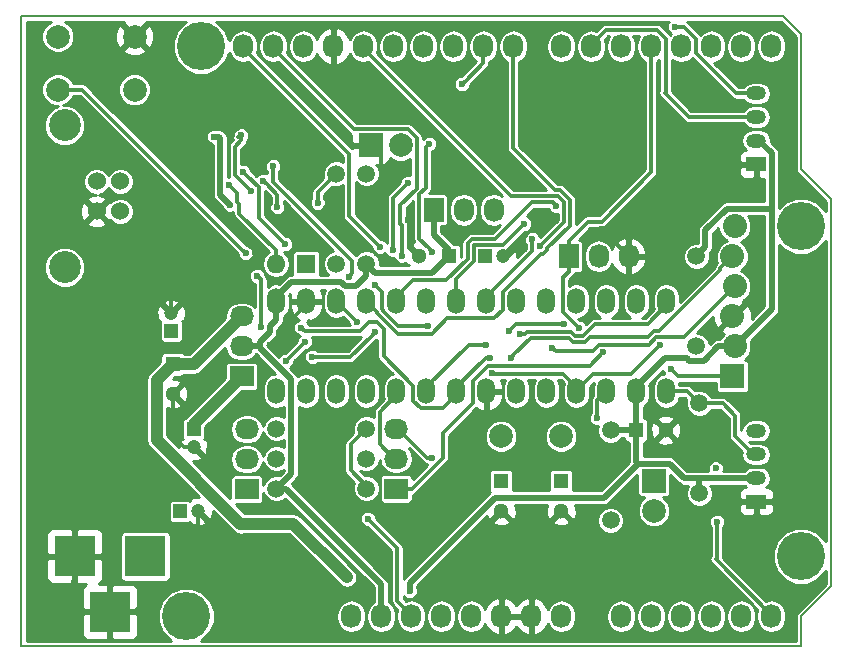
<source format=gbl>
G04 #@! TF.FileFunction,Copper,L2,Bot,Signal*
%FSLAX46Y46*%
G04 Gerber Fmt 4.6, Leading zero omitted, Abs format (unit mm)*
G04 Created by KiCad (PCBNEW 4.0.2+dfsg1-stable) date Sa 11 Feb 2017 02:51:41 CET*
%MOMM*%
G01*
G04 APERTURE LIST*
%ADD10C,0.100000*%
%ADD11C,0.150000*%
%ADD12O,1.727200X2.032000*%
%ADD13C,4.064000*%
%ADD14R,3.500120X3.500120*%
%ADD15R,2.032000X2.032000*%
%ADD16C,2.032000*%
%ADD17C,1.524000*%
%ADD18C,2.700020*%
%ADD19R,1.727200X2.032000*%
%ADD20R,1.699260X1.198880*%
%ADD21O,1.699260X1.198880*%
%ADD22C,1.998980*%
%ADD23O,1.501140X2.199640*%
%ADD24R,1.300000X1.300000*%
%ADD25C,1.300000*%
%ADD26C,1.500000*%
%ADD27R,1.200000X1.200000*%
%ADD28C,1.200000*%
%ADD29R,2.000000X2.000000*%
%ADD30C,2.000000*%
%ADD31R,2.032000X1.727200*%
%ADD32O,2.032000X1.727200*%
%ADD33R,1.600000X1.600000*%
%ADD34O,1.600000X1.600000*%
%ADD35C,0.600000*%
%ADD36C,0.800000*%
%ADD37C,1.016000*%
%ADD38C,0.304800*%
%ADD39C,0.508000*%
%ADD40C,0.254000*%
G04 APERTURE END LIST*
D10*
D11*
X66040000Y51816000D02*
X64516000Y53340000D01*
X66040000Y40386000D02*
X66040000Y51816000D01*
X68580000Y37846000D02*
X66040000Y40386000D01*
X68580000Y5080000D02*
X68580000Y37846000D01*
X66040000Y2540000D02*
X68580000Y5080000D01*
X66040000Y0D02*
X66040000Y2540000D01*
X0Y0D02*
X66040000Y0D01*
X0Y53340000D02*
X0Y0D01*
X64516000Y53340000D02*
X0Y53340000D01*
D12*
X27940000Y2540000D03*
X30480000Y2540000D03*
X33020000Y2540000D03*
X35560000Y2540000D03*
X38100000Y2540000D03*
X40640000Y2540000D03*
X43180000Y2540000D03*
X45720000Y2540000D03*
X50800000Y2540000D03*
X53340000Y2540000D03*
X55880000Y2540000D03*
X58420000Y2540000D03*
X60960000Y2540000D03*
X63500000Y2540000D03*
X18796000Y50800000D03*
X21336000Y50800000D03*
X23876000Y50800000D03*
X26416000Y50800000D03*
X28956000Y50800000D03*
X31496000Y50800000D03*
X34036000Y50800000D03*
X36576000Y50800000D03*
X39116000Y50800000D03*
X41656000Y50800000D03*
X45720000Y50800000D03*
X48260000Y50800000D03*
X50800000Y50800000D03*
X53340000Y50800000D03*
X55880000Y50800000D03*
X58420000Y50800000D03*
X60960000Y50800000D03*
X63500000Y50800000D03*
D13*
X13970000Y2540000D03*
X66040000Y7620000D03*
X15240000Y50800000D03*
X66040000Y35560000D03*
D14*
X10518140Y7620000D03*
X4518660Y7620000D03*
X7518400Y2921000D03*
D15*
X60223400Y22860000D03*
D16*
X60426600Y25400000D03*
X60223400Y27940000D03*
X60426600Y30480000D03*
X60223400Y33020000D03*
X60426600Y35560000D03*
D17*
X8382000Y39370000D03*
X8382000Y36830000D03*
X6383020Y36830000D03*
X6383020Y39370000D03*
D18*
X3683000Y44099480D03*
X3683000Y32100520D03*
D19*
X34925000Y36957000D03*
D12*
X37465000Y36957000D03*
X40005000Y36957000D03*
D20*
X62230000Y12240260D03*
D21*
X62230000Y14239240D03*
X62230000Y16240760D03*
X62230000Y18239740D03*
D22*
X40640000Y17780000D03*
X45720000Y17780000D03*
D23*
X21590000Y21590000D03*
X24130000Y21590000D03*
X26670000Y21590000D03*
X29210000Y21590000D03*
X31750000Y21590000D03*
X34290000Y21590000D03*
X36830000Y21590000D03*
X39370000Y21590000D03*
X41910000Y21590000D03*
X44450000Y21590000D03*
X46990000Y21590000D03*
X49530000Y21590000D03*
X52070000Y21590000D03*
X54610000Y21590000D03*
X54610000Y29210000D03*
X52070000Y29210000D03*
X49530000Y29210000D03*
X46990000Y29210000D03*
X44450000Y29210000D03*
X41910000Y29210000D03*
X39370000Y29210000D03*
X36830000Y29210000D03*
X34290000Y29210000D03*
X31750000Y29210000D03*
X29210000Y29210000D03*
X26670000Y29210000D03*
X24130000Y29210000D03*
X21590000Y29210000D03*
D24*
X52070000Y18288000D03*
D25*
X54570000Y18288000D03*
D26*
X21590000Y18415000D03*
X29210000Y18415000D03*
D24*
X36195000Y33020000D03*
D25*
X33695000Y33020000D03*
D27*
X39255000Y33020000D03*
D28*
X40755000Y33020000D03*
D24*
X40640000Y13970000D03*
D25*
X40640000Y11470000D03*
D24*
X45720000Y13970000D03*
D25*
X45720000Y11470000D03*
D29*
X29591000Y42418000D03*
D30*
X32131000Y42418000D03*
D29*
X53568600Y13995400D03*
D30*
X53568600Y11455400D03*
D26*
X26670000Y40005000D03*
X26670000Y32385000D03*
D31*
X31750000Y13335000D03*
D32*
X31750000Y15875000D03*
X31750000Y18415000D03*
D26*
X21590000Y13335000D03*
X29210000Y13335000D03*
X49911000Y18288000D03*
X49911000Y10668000D03*
X29210000Y32385000D03*
X29210000Y40005000D03*
X21590000Y15875000D03*
X29210000Y15875000D03*
D19*
X46355000Y33020000D03*
D12*
X48895000Y33020000D03*
X51435000Y33020000D03*
D31*
X19100800Y13309600D03*
D32*
X19100800Y15849600D03*
X19100800Y18389600D03*
D20*
X62230000Y40815260D03*
D21*
X62230000Y42814240D03*
X62230000Y44815760D03*
X62230000Y46814740D03*
D33*
X24130000Y32385000D03*
D34*
X21590000Y32385000D03*
D31*
X18669000Y22860000D03*
D32*
X18669000Y25400000D03*
X18669000Y27940000D03*
D22*
X9601200Y51628040D03*
X3098800Y47127160D03*
X9601200Y47127160D03*
X3098800Y51628040D03*
D27*
X12700000Y26682000D03*
D28*
X12700000Y28182000D03*
D24*
X12827000Y23876000D03*
D25*
X12827000Y21376000D03*
D27*
X13474000Y11430000D03*
D28*
X14974000Y11430000D03*
D27*
X14605000Y18403000D03*
D28*
X14605000Y16903000D03*
D26*
X57404000Y12954000D03*
X57404000Y20574000D03*
X57150000Y33020000D03*
X57150000Y25400000D03*
D35*
X59512200Y19253200D03*
X58496200Y19659600D03*
X54356000Y39751000D03*
X22225000Y35687000D03*
X24765000Y34671000D03*
X19813448Y33396409D03*
X19304000Y34671000D03*
X18161000Y31369000D03*
X13081000Y43815000D03*
X13221548Y41779792D03*
X17653000Y43180000D03*
X16129000Y31369000D03*
X21082000Y25527000D03*
X5207000Y28575000D03*
X5588000Y21844000D03*
X56134000Y31496000D03*
X38100000Y12319000D03*
X34290000Y8509000D03*
X23114000Y8763000D03*
X49149000Y35306000D03*
X44069000Y36195000D03*
X30480000Y39116000D03*
X32766000Y36068000D03*
X33020000Y33909000D03*
X4445000Y5334000D03*
X4445000Y4064000D03*
X16637000Y13970000D03*
X15875000Y16510000D03*
X10541000Y30099000D03*
X14478000Y32773002D03*
X34768451Y15955313D03*
X37323949Y47605389D03*
X32766000Y39243000D03*
X31496000Y33528000D03*
X28448000Y27432000D03*
X45307398Y37283401D03*
X55372000Y52451000D03*
X49276000Y24892000D03*
X47244000Y26924000D03*
X39878000Y23114000D03*
X19970633Y31369018D03*
X20335978Y27016838D03*
X29969957Y26602324D03*
X29969958Y26602324D03*
X24638000Y24511000D03*
X54102000Y25527000D03*
X43903806Y33852922D03*
X48768000Y19304000D03*
X43276100Y34479438D03*
D36*
X27584400Y5842000D03*
D35*
X34544000Y42545000D03*
X34798000Y33401000D03*
X42591670Y35767330D03*
X16332200Y43162580D03*
X17675062Y37393424D03*
X32893000Y4699000D03*
X34431383Y27105350D03*
X29994600Y30585867D03*
X22411369Y24163969D03*
X45980495Y27264844D03*
X41275000Y26670000D03*
X54991000Y23495000D03*
X24028400Y25806400D03*
X21336000Y40640000D03*
X27722940Y31276193D03*
X44958000Y25273000D03*
X39370000Y25527000D03*
X23709085Y26986580D03*
X39701723Y24444230D03*
X41453889Y24439349D03*
X22352000Y34036000D03*
X18796000Y40132000D03*
X19022873Y33269479D03*
X29341225Y10812420D03*
X32229127Y33080775D03*
X30358381Y33821041D03*
X42256892Y26475230D03*
X58928000Y10541000D03*
X58801000Y15060930D03*
X17602200Y39039800D03*
X18622161Y43250293D03*
X19442385Y38581489D03*
X20479322Y39432768D03*
X21691600Y37160200D03*
X25099331Y37545331D03*
D37*
X14605000Y18403000D02*
X14605000Y18796000D01*
X14605000Y18796000D02*
X18669000Y22860000D01*
D38*
X57785000Y19050000D02*
X57886600Y19050000D01*
X57886600Y19050000D02*
X58496200Y19659600D01*
X54483000Y37388800D02*
X57909460Y40815260D01*
X51435000Y34340800D02*
X54483000Y37388800D01*
X54483000Y37388800D02*
X54483000Y39624000D01*
X54483000Y39624000D02*
X54356000Y39751000D01*
X24765000Y34671000D02*
X23241000Y34671000D01*
X23241000Y34671000D02*
X22225000Y35687000D01*
X19304000Y34671000D02*
X19813448Y34161552D01*
X19813448Y34161552D02*
X19813448Y33396409D01*
X19813448Y33021448D02*
X19813448Y33396409D01*
X18161000Y31369000D02*
X19813448Y33021448D01*
X13970000Y43053000D02*
X13221548Y42304548D01*
X14605000Y43688000D02*
X13970000Y43053000D01*
X13970000Y43053000D02*
X13843000Y43053000D01*
X13843000Y43053000D02*
X13081000Y43815000D01*
X13221548Y42304548D02*
X13221548Y41779792D01*
X15892066Y43688000D02*
X14605000Y43688000D01*
X17653000Y43180000D02*
X17018019Y43814981D01*
X17018019Y43814981D02*
X16019047Y43814981D01*
X16019047Y43814981D02*
X15892066Y43688000D01*
X16129000Y31369000D02*
X15882002Y31369000D01*
X15882002Y31369000D02*
X14478000Y32773002D01*
X21717000Y26162000D02*
X21082000Y25527000D01*
X21717000Y26670000D02*
X21717000Y26162000D01*
X21939250Y26670000D02*
X21717000Y26670000D01*
X24130000Y29210000D02*
X24130000Y28860750D01*
X24130000Y28860750D02*
X21939250Y26670000D01*
X5588000Y21844000D02*
X5207000Y22225000D01*
X5207000Y22225000D02*
X5207000Y28575000D01*
X11576661Y4924401D02*
X14859000Y4924401D01*
X14859000Y4924401D02*
X19275401Y4924401D01*
X14974000Y11430000D02*
X14974000Y5039401D01*
X14974000Y5039401D02*
X14859000Y4924401D01*
X51435000Y33020000D02*
X51435000Y34340800D01*
X57909460Y40815260D02*
X61075570Y40815260D01*
X61075570Y40815260D02*
X62230000Y40815260D01*
X51435000Y33020000D02*
X54610000Y33020000D01*
X54610000Y33020000D02*
X56134000Y31496000D01*
X34290000Y8509000D02*
X38100000Y12319000D01*
X7518400Y2921000D02*
X9573260Y2921000D01*
X9573260Y2921000D02*
X11576661Y4924401D01*
X19275401Y4924401D02*
X23114000Y8763000D01*
X57785000Y19050000D02*
X55332000Y19050000D01*
X55332000Y19050000D02*
X54570000Y18288000D01*
X49149000Y35306000D02*
X49448999Y35006001D01*
X49448999Y35006001D02*
X51435000Y33020000D01*
X41783000Y33528000D02*
X41783000Y33909000D01*
X41783000Y33909000D02*
X44069000Y36195000D01*
X40755000Y33020000D02*
X41275000Y33020000D01*
X41275000Y33020000D02*
X41783000Y33528000D01*
X30480000Y39116000D02*
X30480000Y41529000D01*
X30480000Y41529000D02*
X29591000Y42418000D01*
X33020000Y33909000D02*
X33020000Y35814000D01*
X33020000Y35814000D02*
X32766000Y36068000D01*
X4445000Y4064000D02*
X4445000Y5334000D01*
X14605000Y16903000D02*
X13756472Y16903000D01*
X13756472Y16903000D02*
X12827000Y17832472D01*
X12827000Y17832472D02*
X12827000Y21376000D01*
X16637000Y13970000D02*
X16637000Y15748000D01*
X16637000Y15748000D02*
X15875000Y16510000D01*
X12700000Y30995002D02*
X12700000Y29464000D01*
X12700000Y29464000D02*
X12700000Y28182000D01*
X10541000Y30099000D02*
X10840999Y30398999D01*
X11765001Y30398999D02*
X12700000Y29464000D01*
X10840999Y30398999D02*
X11765001Y30398999D01*
X14478000Y32773002D02*
X12700000Y30995002D01*
X31902400Y18415000D02*
X34362087Y15955313D01*
X34362087Y15955313D02*
X34768451Y15955313D01*
X31750000Y18415000D02*
X31902400Y18415000D01*
X39116000Y49397440D02*
X37623948Y47905388D01*
X39116000Y50800000D02*
X39116000Y49397440D01*
X37623948Y47905388D02*
X37323949Y47605389D01*
X31496000Y33528000D02*
X31496000Y37973000D01*
X31496000Y37973000D02*
X32466001Y38943001D01*
X32466001Y38943001D02*
X32766000Y39243000D01*
X26670000Y29210000D02*
X28448000Y27432000D01*
X30142264Y28194728D02*
X31884043Y26452949D01*
X41656000Y49479200D02*
X41656000Y50800000D01*
X44216960Y33200520D02*
X44556208Y33539768D01*
X41656000Y42157366D02*
X41656000Y49479200D01*
X46464611Y37805654D02*
X45651242Y38619023D01*
X45194343Y38619023D02*
X41656000Y42157366D01*
X46464611Y35627926D02*
X46464611Y37805654D01*
X45651242Y38619023D02*
X45194343Y38619023D01*
X29210000Y29210000D02*
X30142264Y28277736D01*
X44556208Y33719523D02*
X46464611Y35627926D01*
X40807020Y28504560D02*
X40807020Y30016119D01*
X43991421Y33200520D02*
X44216960Y33200520D01*
X40807020Y30016119D02*
X43991421Y33200520D01*
X40060230Y27757770D02*
X40807020Y28504560D01*
X36049357Y27757770D02*
X40060230Y27757770D01*
X31884043Y26452949D02*
X34744536Y26452949D01*
X30142264Y28277736D02*
X30142264Y28194728D01*
X44556208Y33539768D02*
X44556208Y33719523D01*
X34744536Y26452949D02*
X36049357Y27757770D01*
X37797789Y34111021D02*
X38163980Y34477212D01*
X40115656Y34477212D02*
X43221844Y37583400D01*
X45007399Y37583400D02*
X45307398Y37283401D01*
X43221844Y37583400D02*
X45007399Y37583400D01*
X38163980Y34477212D02*
X40115656Y34477212D01*
X31750000Y29559250D02*
X33178750Y30988000D01*
X37797788Y32796698D02*
X37797789Y34111021D01*
X33178750Y30988000D02*
X35989090Y30988000D01*
X35989090Y30988000D02*
X37797788Y32796698D01*
X31750000Y29210000D02*
X31750000Y29559250D01*
X54483000Y46863000D02*
X54556010Y46936010D01*
X54556010Y46936010D02*
X54556010Y51456087D01*
X49476010Y52168410D02*
X48260000Y50952400D01*
X54556010Y51456087D02*
X53843687Y52168410D01*
X53843687Y52168410D02*
X49476010Y52168410D01*
X48260000Y50952400D02*
X48260000Y50800000D01*
X62230000Y44815760D02*
X56530240Y44815760D01*
X56530240Y44815760D02*
X54483000Y46863000D01*
X62230000Y46814740D02*
X60533163Y46814740D01*
X60533163Y46814740D02*
X57096010Y50251893D01*
X57096010Y50251893D02*
X57096010Y51456087D01*
X57096010Y51456087D02*
X56101097Y52451000D01*
X56101097Y52451000D02*
X55372000Y52451000D01*
X33070800Y13335000D02*
X31750000Y13335000D01*
X35687000Y15951200D02*
X33070800Y13335000D01*
X35687000Y18034000D02*
X35687000Y15951200D01*
X38267020Y22468576D02*
X38267020Y20614020D01*
X39564846Y23766402D02*
X38267020Y22468576D01*
X48150402Y23766402D02*
X39564846Y23766402D01*
X49276000Y24892000D02*
X48150402Y23766402D01*
X38267020Y20614020D02*
X35687000Y18034000D01*
X53340000Y43434000D02*
X53340000Y44323000D01*
X46355000Y34340800D02*
X47972601Y35958401D01*
X46355000Y33020000D02*
X46355000Y34340800D01*
X53340000Y40157400D02*
X53340000Y43434000D01*
X49141001Y35958401D02*
X53340000Y40157400D01*
X47972601Y35958401D02*
X49141001Y35958401D01*
X46355000Y33020000D02*
X46355000Y31699200D01*
X46355000Y31699200D02*
X45887020Y31231220D01*
X45887020Y31231220D02*
X45887020Y28280980D01*
X45887020Y28280980D02*
X47244000Y26924000D01*
X53340000Y44195446D02*
X53340000Y44323000D01*
X53340000Y44323000D02*
X53340000Y49479200D01*
X53340000Y49479200D02*
X53340000Y50800000D01*
X40695230Y23042230D02*
X39949770Y23042230D01*
X39949770Y23042230D02*
X39878000Y23114000D01*
X45887020Y23042230D02*
X40695230Y23042230D01*
X20270632Y31069019D02*
X19970633Y31369018D01*
X20335978Y31003673D02*
X20270632Y31069019D01*
X20335978Y27016838D02*
X20335978Y31003673D01*
X27878633Y24511000D02*
X29669958Y26302325D01*
X29669958Y26302325D02*
X29969957Y26602324D01*
X24638000Y24511000D02*
X27878633Y24511000D01*
X46990000Y21590000D02*
X46990000Y21939250D01*
X46990000Y21939250D02*
X45887020Y23042230D01*
X46990000Y21590000D02*
X48442230Y23042230D01*
X51617230Y23042230D02*
X53802001Y25227001D01*
X48442230Y23042230D02*
X51617230Y23042230D01*
X53802001Y25227001D02*
X54102000Y25527000D01*
X28956000Y50647600D02*
X41489388Y38114212D01*
X45959800Y37596555D02*
X45959800Y35908916D01*
X45442143Y38114212D02*
X45959800Y37596555D01*
X28956000Y50800000D02*
X28956000Y50647600D01*
X44203805Y34152921D02*
X43903806Y33852922D01*
X41489388Y38114212D02*
X45442143Y38114212D01*
X45959800Y35908916D02*
X44203805Y34152921D01*
X48768000Y19304000D02*
X48768000Y20828000D01*
X48768000Y20828000D02*
X49530000Y21590000D01*
X39370000Y29210000D02*
X39370000Y29559250D01*
X39370000Y29559250D02*
X43251386Y33440636D01*
X43276100Y34055174D02*
X43276100Y34479438D01*
X43251386Y33440636D02*
X43251386Y34030460D01*
X43251386Y34030460D02*
X43276100Y34055174D01*
D37*
X11468999Y17487001D02*
X18567400Y10388600D01*
X11468999Y22517999D02*
X11468999Y17487001D01*
X12827000Y23876000D02*
X11468999Y22517999D01*
X18567400Y10388600D02*
X23037800Y10388600D01*
X23037800Y10388600D02*
X27584400Y5842000D01*
X18567400Y10388600D02*
X18618200Y10337800D01*
X12827000Y23876000D02*
X14605000Y23876000D01*
X14605000Y23876000D02*
X18669000Y27940000D01*
D38*
X34244001Y42245001D02*
X34244001Y38789923D01*
X34244001Y38789923D02*
X33708999Y38254921D01*
X33708999Y38254921D02*
X33708999Y34490001D01*
X34544000Y42545000D02*
X34244001Y42245001D01*
X33708999Y34490001D02*
X34498001Y33700999D01*
X34498001Y33700999D02*
X34798000Y33401000D01*
X38302599Y32587599D02*
X38302599Y33901921D01*
X36830000Y31115000D02*
X38302599Y32587599D01*
X42291671Y35467331D02*
X42591670Y35767330D01*
X40796741Y33972401D02*
X42291671Y35467331D01*
X38373079Y33972401D02*
X40796741Y33972401D01*
X36830000Y29210000D02*
X36830000Y31115000D01*
X38302599Y33901921D02*
X38373079Y33972401D01*
D39*
X16756464Y43162580D02*
X16332200Y43162580D01*
X16840200Y43078844D02*
X16756464Y43162580D01*
X16840200Y43053000D02*
X16840200Y43078844D01*
X16840200Y43053000D02*
X16840200Y38228286D01*
X16840200Y38228286D02*
X17375063Y37693423D01*
X17375063Y37693423D02*
X17675062Y37393424D01*
X16789400Y43103800D02*
X16840200Y43053000D01*
X62230000Y14239240D02*
X57531000Y14239240D01*
X57531000Y14239240D02*
X56141962Y14239240D01*
X57404000Y12954000D02*
X57404000Y14112240D01*
X57404000Y14112240D02*
X57531000Y14239240D01*
X63553999Y28527399D02*
X63553999Y36880800D01*
X63553999Y36880800D02*
X63553999Y41757533D01*
X57150000Y33020000D02*
X57899999Y33769999D01*
X57899999Y33769999D02*
X57899999Y35209001D01*
X57899999Y35209001D02*
X59720999Y37030001D01*
X59720999Y37030001D02*
X63404798Y37030001D01*
X63404798Y37030001D02*
X63553999Y36880800D01*
X54514751Y24384001D02*
X56384077Y24384001D01*
X56384077Y24384001D02*
X56572079Y24195999D01*
X56572079Y24195999D02*
X57785759Y24195999D01*
X57785759Y24195999D02*
X58989760Y25400000D01*
X58989760Y25400000D02*
X60426600Y25400000D01*
X21590000Y27602180D02*
X21590000Y29210000D01*
X21089998Y27102178D02*
X21590000Y27602180D01*
X20193000Y25753924D02*
X21089998Y26650922D01*
X20193000Y25400000D02*
X20193000Y25753924D01*
X21089998Y26650922D02*
X21089998Y27102178D01*
X34810001Y31635001D02*
X36195000Y33020000D01*
X29210000Y32385000D02*
X29959999Y31635001D01*
X29959999Y31635001D02*
X34810001Y31635001D01*
X22860000Y22599414D02*
X22860000Y14605000D01*
X22339999Y14084999D02*
X21590000Y13335000D01*
X20193000Y25266414D02*
X22860000Y22599414D01*
X20193000Y25400000D02*
X20193000Y25266414D01*
X22860000Y14605000D02*
X22339999Y14084999D01*
X18669000Y25400000D02*
X20193000Y25400000D01*
X60426600Y25400000D02*
X63553999Y28527399D01*
X63553999Y41757533D02*
X62497292Y42814240D01*
X62497292Y42814240D02*
X62230000Y42814240D01*
X28373659Y30487999D02*
X29210000Y31324340D01*
X22848570Y30817820D02*
X27114963Y30817820D01*
X27444784Y30487999D02*
X28373659Y30487999D01*
X21590000Y29210000D02*
X21590000Y29559250D01*
X29210000Y31324340D02*
X29210000Y32385000D01*
X27114963Y30817820D02*
X27444784Y30487999D01*
X21590000Y29559250D02*
X22848570Y30817820D01*
X52070000Y21939250D02*
X54514751Y24384001D01*
X52070000Y21590000D02*
X52070000Y21939250D01*
X49911000Y18288000D02*
X50647600Y18288000D01*
X52205399Y15449401D02*
X52070000Y15584800D01*
X52070000Y15584800D02*
X52070000Y18288000D01*
X52070000Y18288000D02*
X50647600Y18288000D01*
X52070000Y21590000D02*
X52070000Y18288000D01*
X56141962Y14239240D02*
X54931801Y15449401D01*
X52205399Y15449401D02*
X49329999Y12574001D01*
X54931801Y15449401D02*
X52205399Y15449401D01*
X49329999Y12574001D02*
X40110079Y12574001D01*
X40110079Y12574001D02*
X32893000Y5356922D01*
X32893000Y5356922D02*
X32893000Y4699000D01*
X36195000Y33020000D02*
X36195000Y33578800D01*
X36195000Y33578800D02*
X34925000Y34848800D01*
X34925000Y34848800D02*
X34925000Y36957000D01*
X21590000Y13335000D02*
X22428200Y13335000D01*
X30480000Y5283200D02*
X30480000Y2540000D01*
X22428200Y13335000D02*
X30480000Y5283200D01*
D38*
X55626000Y22860000D02*
X60223400Y22860000D01*
X30551780Y28582184D02*
X30647074Y28486890D01*
X31945551Y27105350D02*
X34431383Y27105350D01*
X30647074Y28403827D02*
X31945551Y27105350D01*
X29994600Y30585867D02*
X30551780Y30028687D01*
X30551780Y30028687D02*
X30551780Y28582184D01*
X30647074Y28486890D02*
X30647074Y28403827D01*
X22411369Y24189369D02*
X22411369Y24163969D01*
X24028400Y25806400D02*
X22411369Y24189369D01*
X41275000Y26670000D02*
X41869844Y27264844D01*
X41869844Y27264844D02*
X45556231Y27264844D01*
X45556231Y27264844D02*
X45980495Y27264844D01*
X55626000Y22860000D02*
X54991000Y23495000D01*
X29210000Y13335000D02*
X29210000Y13589000D01*
X29210000Y13589000D02*
X27889200Y14909800D01*
X27889200Y14909800D02*
X27889200Y17094200D01*
X27889200Y17094200D02*
X29210000Y18415000D01*
X28022939Y31576192D02*
X27722940Y31276193D01*
X21336000Y40640000D02*
X21336000Y39350554D01*
X28022939Y32663615D02*
X28022939Y31576192D01*
X21336000Y39350554D02*
X28022939Y32663615D01*
X59410601Y29464001D02*
X60426600Y30480000D01*
X56126002Y26179402D02*
X59410601Y29464001D01*
X53153846Y25544402D02*
X53788846Y26179402D01*
X53788846Y26179402D02*
X56126002Y26179402D01*
X48962846Y25544402D02*
X53153846Y25544402D01*
X44958000Y25273000D02*
X45257999Y24973001D01*
X48391445Y24973001D02*
X48962846Y25544402D01*
X45257999Y24973001D02*
X48391445Y24973001D01*
X34290000Y21590000D02*
X34290000Y21939250D01*
X34290000Y21939250D02*
X37877750Y25527000D01*
X37877750Y25527000D02*
X39370000Y25527000D01*
X36830000Y21240750D02*
X35727020Y20137770D01*
X33833131Y20137770D02*
X33187020Y20783881D01*
X28668137Y26686581D02*
X24009084Y26686581D01*
X30689100Y24559999D02*
X30689100Y26889990D01*
X30689100Y26889990D02*
X30143900Y27435190D01*
X33187020Y20783881D02*
X33187020Y22062079D01*
X36830000Y21590000D02*
X36830000Y21240750D01*
X29416746Y27435190D02*
X28668137Y26686581D01*
X24009084Y26686581D02*
X23709085Y26986580D01*
X35727020Y20137770D02*
X33833131Y20137770D01*
X30143900Y27435190D02*
X29416746Y27435190D01*
X33187020Y22062079D02*
X30689100Y24559999D01*
X22052001Y34335999D02*
X22352000Y34036000D01*
X20094787Y36293213D02*
X22052001Y34335999D01*
X20094787Y38894643D02*
X20094787Y36293213D01*
X19157429Y39832001D02*
X20094787Y38894643D01*
X19095999Y39832001D02*
X19157429Y39832001D01*
X18796000Y40132000D02*
X19095999Y39832001D01*
X36830000Y21939250D02*
X39334980Y24444230D01*
X36830000Y21590000D02*
X36830000Y21939250D01*
X39334980Y24444230D02*
X39701723Y24444230D01*
X53579747Y26684213D02*
X53057534Y26162000D01*
X46721747Y25766787D02*
X46380902Y26107632D01*
X43122172Y26107632D02*
X41753888Y24739348D01*
X59207401Y31898302D02*
X53993312Y26684213D01*
X53993312Y26684213D02*
X53579747Y26684213D01*
X46380902Y26107632D02*
X43122172Y26107632D01*
X53057534Y26162000D02*
X48161466Y26162000D01*
X48161466Y26162000D02*
X47766253Y25766787D01*
X59207401Y32004001D02*
X59207401Y31898302D01*
X41753888Y24739348D02*
X41453889Y24439349D01*
X60223400Y33020000D02*
X59207401Y32004001D01*
X47766253Y25766787D02*
X46721747Y25766787D01*
X18722874Y33569478D02*
X19022873Y33269479D01*
X3098800Y47127160D02*
X5165192Y47127160D01*
X5165192Y47127160D02*
X18722874Y33569478D01*
X29641224Y10512421D02*
X29341225Y10812420D01*
X33020000Y2692400D02*
X31851600Y3860800D01*
X33020000Y2540000D02*
X33020000Y2692400D01*
X31851600Y3860800D02*
X31851600Y8302045D01*
X31851600Y8302045D02*
X29641224Y10512421D01*
X57404000Y20574000D02*
X56388000Y21590000D01*
X56388000Y21590000D02*
X54610000Y21590000D01*
X60452000Y19532600D02*
X59410600Y20574000D01*
X59410600Y20574000D02*
X57404000Y20574000D01*
X60452000Y17768570D02*
X60452000Y19532600D01*
X62230000Y16240760D02*
X61979810Y16240760D01*
X61979810Y16240760D02*
X60452000Y17768570D01*
X32229127Y33505039D02*
X32229127Y33080775D01*
X32113598Y35754846D02*
X32229127Y35639317D01*
X32113598Y37373430D02*
X32113598Y35754846D01*
X33483401Y43067153D02*
X33483401Y38743233D01*
X28213199Y43770401D02*
X32780153Y43770401D01*
X32229127Y35639317D02*
X32229127Y33505039D01*
X33483401Y38743233D02*
X32113598Y37373430D01*
X32780153Y43770401D02*
X33483401Y43067153D01*
X21336000Y50647600D02*
X28213199Y43770401D01*
X21336000Y50800000D02*
X21336000Y50647600D01*
X18796000Y50800000D02*
X18796000Y50647600D01*
X27772401Y36407021D02*
X30058382Y34121040D01*
X30058382Y34121040D02*
X30358381Y33821041D01*
X18796000Y50647600D02*
X27772401Y41671199D01*
X27772401Y41671199D02*
X27772401Y36407021D01*
X42681156Y26475230D02*
X42256892Y26475230D01*
X46590001Y26612443D02*
X42818369Y26612443D01*
X46930846Y26271598D02*
X46590001Y26612443D01*
X47557154Y26271598D02*
X46930846Y26271598D01*
X54610000Y29210000D02*
X54610000Y28860750D01*
X53054250Y27305000D02*
X48590556Y27305000D01*
X48590556Y27305000D02*
X47557154Y26271598D01*
X54610000Y28860750D02*
X53054250Y27305000D01*
X42818369Y26612443D02*
X42681156Y26475230D01*
X58928000Y10541000D02*
X58928000Y7518400D01*
X58928000Y7518400D02*
X58801000Y7391400D01*
X61979810Y18239740D02*
X62230000Y18239740D01*
X63500000Y2540000D02*
X63500000Y2692400D01*
X63500000Y2692400D02*
X58801000Y7391400D01*
X31750000Y15875000D02*
X31597600Y15875000D01*
X31597600Y15875000D02*
X30381590Y17091010D01*
X30381590Y17091010D02*
X30381590Y19872340D01*
X30381590Y19872340D02*
X31750000Y21240750D01*
X31750000Y21240750D02*
X31750000Y21590000D01*
X21590000Y33516370D02*
X21590000Y32385000D01*
X18471391Y37459055D02*
X18471391Y36634979D01*
X18270599Y37659847D02*
X18471391Y37459055D01*
X18122900Y38569900D02*
X18270599Y38422201D01*
X18471391Y36634979D02*
X21590000Y33516370D01*
X18270599Y38422201D02*
X18270599Y37659847D01*
X18072100Y38569900D02*
X18122900Y38569900D01*
X17602200Y39039800D02*
X18072100Y38569900D01*
X18110200Y38582600D02*
X18122900Y38569900D01*
X18089601Y42293469D02*
X18622161Y42826029D01*
X18089601Y39885721D02*
X18089601Y42293469D01*
X19093834Y38881488D02*
X18089601Y39885721D01*
X19142386Y38881488D02*
X19093834Y38881488D01*
X19442385Y38581489D02*
X19142386Y38881488D01*
X18389600Y43103800D02*
X18475668Y43103800D01*
X18622161Y42826029D02*
X18622161Y43250293D01*
X18475668Y43103800D02*
X18622161Y43250293D01*
X20779321Y39132769D02*
X20479322Y39432768D01*
X21691600Y38220490D02*
X20779321Y39132769D01*
X21691600Y37160200D02*
X21691600Y38220490D01*
X48895000Y33020000D02*
X48895000Y32867600D01*
X26670000Y40005000D02*
X25099331Y38434331D01*
X25099331Y38434331D02*
X25099331Y37545331D01*
D40*
G36*
X2317837Y52799045D02*
X1929160Y52411046D01*
X1718551Y51903841D01*
X1718071Y51354648D01*
X1927795Y50847077D01*
X2315794Y50458400D01*
X2822999Y50247791D01*
X3372192Y50247311D01*
X3879763Y50457035D01*
X3898637Y50475877D01*
X8628643Y50475877D01*
X8727242Y50209075D01*
X9336782Y49982639D01*
X9986577Y50006699D01*
X10475158Y50209075D01*
X10573757Y50475877D01*
X9601200Y51448435D01*
X8628643Y50475877D01*
X3898637Y50475877D01*
X4268440Y50845034D01*
X4479049Y51352239D01*
X4479521Y51892458D01*
X7955799Y51892458D01*
X7979859Y51242663D01*
X8182235Y50754082D01*
X8449037Y50655483D01*
X9421595Y51628040D01*
X9780805Y51628040D01*
X10753363Y50655483D01*
X11020165Y50754082D01*
X11246601Y51363622D01*
X11222541Y52013417D01*
X11020165Y52501998D01*
X10753363Y52600597D01*
X9780805Y51628040D01*
X9421595Y51628040D01*
X8449037Y52600597D01*
X8182235Y52501998D01*
X7955799Y51892458D01*
X4479521Y51892458D01*
X4479529Y51901432D01*
X4269805Y52409003D01*
X3881806Y52797680D01*
X3673923Y52884000D01*
X8667002Y52884000D01*
X8628643Y52780203D01*
X9601200Y51807645D01*
X10573757Y52780203D01*
X10535398Y52884000D01*
X13964880Y52884000D01*
X13874931Y52846834D01*
X13195551Y52168639D01*
X12827420Y51282081D01*
X12826583Y50322130D01*
X13193166Y49434931D01*
X13871361Y48755551D01*
X14757919Y48387420D01*
X15717870Y48386583D01*
X16605069Y48753166D01*
X17284449Y49431361D01*
X17624828Y50251085D01*
X17646140Y50143943D01*
X17915935Y49740166D01*
X18319712Y49470371D01*
X18796000Y49375631D01*
X19227747Y49461511D01*
X27239001Y41450257D01*
X27239001Y40993359D01*
X26895957Y41135804D01*
X26446017Y41136196D01*
X26030177Y40964375D01*
X25711744Y40646497D01*
X25539196Y40230957D01*
X25538804Y39781017D01*
X25583501Y39672842D01*
X24722160Y38811502D01*
X24606534Y38638454D01*
X24565931Y38434331D01*
X24565931Y37975101D01*
X24522344Y37931590D01*
X24418449Y37681385D01*
X24418213Y37410466D01*
X24521670Y37160079D01*
X24713072Y36968344D01*
X24963277Y36864449D01*
X25234196Y36864213D01*
X25484583Y36967670D01*
X25676318Y37159072D01*
X25780213Y37409277D01*
X25780449Y37680196D01*
X25676992Y37930583D01*
X25632731Y37974921D01*
X25632731Y38213389D01*
X26337697Y38918355D01*
X26444043Y38874196D01*
X26893983Y38873804D01*
X27239001Y39016362D01*
X27239001Y36407021D01*
X27279604Y36202898D01*
X27395230Y36029850D01*
X29677317Y33747763D01*
X29677263Y33686176D01*
X29780720Y33435789D01*
X29972122Y33244054D01*
X30222327Y33140159D01*
X30493246Y33139923D01*
X30743633Y33243380D01*
X30837883Y33337467D01*
X30918339Y33142748D01*
X31109741Y32951013D01*
X31359946Y32847118D01*
X31588911Y32846919D01*
X31651466Y32695523D01*
X31842868Y32503788D01*
X32093073Y32399893D01*
X32363992Y32399657D01*
X32520613Y32464371D01*
X32565389Y32356271D01*
X32795982Y32300590D01*
X32765393Y32270001D01*
X30340901Y32270001D01*
X30341196Y32608983D01*
X30169375Y33024823D01*
X29851497Y33343256D01*
X29435957Y33515804D01*
X28986017Y33516196D01*
X28570177Y33344375D01*
X28333142Y33107754D01*
X21869400Y39571496D01*
X21869400Y40210230D01*
X21912987Y40253741D01*
X22016882Y40503946D01*
X22017118Y40774865D01*
X21913661Y41025252D01*
X21722259Y41216987D01*
X21472054Y41320882D01*
X21201135Y41321118D01*
X20950748Y41217661D01*
X20759013Y41026259D01*
X20655118Y40776054D01*
X20654882Y40505135D01*
X20758339Y40254748D01*
X20802600Y40210410D01*
X20802600Y40035907D01*
X20615376Y40113650D01*
X20344457Y40113886D01*
X20094070Y40010429D01*
X19913550Y39830222D01*
X19534600Y40209172D01*
X19477101Y40247591D01*
X19477118Y40266865D01*
X19373661Y40517252D01*
X19182259Y40708987D01*
X18932054Y40812882D01*
X18661135Y40813118D01*
X18623001Y40797361D01*
X18623001Y42072527D01*
X18999329Y42448856D01*
X18999332Y42448858D01*
X19114958Y42621906D01*
X19126487Y42679865D01*
X19154196Y42819160D01*
X19199148Y42864034D01*
X19303043Y43114239D01*
X19303279Y43385158D01*
X19199822Y43635545D01*
X19008420Y43827280D01*
X18758215Y43931175D01*
X18487296Y43931411D01*
X18236909Y43827954D01*
X18045174Y43636552D01*
X17941279Y43386347D01*
X17941269Y43374471D01*
X17896803Y43307923D01*
X17856200Y43103800D01*
X17896803Y42899677D01*
X17914693Y42872903D01*
X17712430Y42670640D01*
X17596804Y42497592D01*
X17556201Y42293469D01*
X17556201Y39885721D01*
X17589004Y39720812D01*
X17475200Y39720911D01*
X17475200Y43078839D01*
X17475201Y43078844D01*
X17426864Y43321848D01*
X17289213Y43527857D01*
X17205477Y43611593D01*
X16999468Y43749244D01*
X16756464Y43797580D01*
X16578749Y43797580D01*
X16468254Y43843462D01*
X16197335Y43843698D01*
X15946948Y43740241D01*
X15755213Y43548839D01*
X15651318Y43298634D01*
X15651082Y43027715D01*
X15754539Y42777328D01*
X15945941Y42585593D01*
X16196146Y42481698D01*
X16205200Y42481690D01*
X16205200Y38228286D01*
X16253536Y37985282D01*
X16391187Y37779273D01*
X16926048Y37244413D01*
X16926050Y37244410D01*
X17051712Y37118748D01*
X17097401Y37008172D01*
X17288803Y36816437D01*
X17539008Y36712542D01*
X17809927Y36712306D01*
X17937991Y36765221D01*
X17937991Y36634979D01*
X17978594Y36430856D01*
X18094220Y36257808D01*
X20967049Y33384979D01*
X20754907Y33243230D01*
X20498898Y32860086D01*
X20409000Y32408137D01*
X20409000Y32361863D01*
X20498898Y31909914D01*
X20754907Y31526770D01*
X21138051Y31270761D01*
X21590000Y31180863D01*
X22041949Y31270761D01*
X22425093Y31526770D01*
X22681102Y31909914D01*
X22771000Y32361863D01*
X22771000Y32408137D01*
X22681102Y32860086D01*
X22425093Y33243230D01*
X22257695Y33355082D01*
X22486865Y33354882D01*
X22737252Y33458339D01*
X22928987Y33649741D01*
X23032882Y33899946D01*
X23033118Y34170865D01*
X22929661Y34421252D01*
X22738259Y34612987D01*
X22488054Y34716882D01*
X22425404Y34716937D01*
X20628187Y36514155D01*
X20628187Y38529561D01*
X21158200Y37999548D01*
X21158200Y37589970D01*
X21114613Y37546459D01*
X21010718Y37296254D01*
X21010482Y37025335D01*
X21113939Y36774948D01*
X21305341Y36583213D01*
X21555546Y36479318D01*
X21826465Y36479082D01*
X22076852Y36582539D01*
X22268587Y36773941D01*
X22372482Y37024146D01*
X22372718Y37295065D01*
X22269261Y37545452D01*
X22225000Y37589790D01*
X22225000Y37707212D01*
X26424788Y33507424D01*
X26030177Y33344375D01*
X25711744Y33026497D01*
X25539196Y32610957D01*
X25538804Y32161017D01*
X25710625Y31745177D01*
X26002472Y31452820D01*
X25291697Y31452820D01*
X25318464Y31585000D01*
X25318464Y33185000D01*
X25291897Y33326190D01*
X25208454Y33455865D01*
X25081134Y33542859D01*
X24930000Y33573464D01*
X23330000Y33573464D01*
X23188810Y33546897D01*
X23059135Y33463454D01*
X22972141Y33336134D01*
X22941536Y33185000D01*
X22941536Y31585000D01*
X22966408Y31452820D01*
X22848570Y31452820D01*
X22605566Y31404484D01*
X22399557Y31266833D01*
X21808994Y30676270D01*
X21590000Y30719831D01*
X21156967Y30633695D01*
X20869378Y30441535D01*
X20869378Y31003673D01*
X20828775Y31207796D01*
X20713149Y31380844D01*
X20651697Y31442296D01*
X20651751Y31503883D01*
X20548294Y31754270D01*
X20356892Y31946005D01*
X20106687Y32049900D01*
X19835768Y32050136D01*
X19585381Y31946679D01*
X19393646Y31755277D01*
X19289751Y31505072D01*
X19289515Y31234153D01*
X19392972Y30983766D01*
X19584374Y30792031D01*
X19802578Y30701424D01*
X19802578Y28709699D01*
X19728834Y28820065D01*
X19325057Y29089860D01*
X18848769Y29184600D01*
X18489231Y29184600D01*
X18012943Y29089860D01*
X17609166Y28820065D01*
X17339371Y28416288D01*
X17244631Y27940000D01*
X17272360Y27800596D01*
X14236764Y24765000D01*
X13775958Y24765000D01*
X13755454Y24796865D01*
X13628134Y24883859D01*
X13477000Y24914464D01*
X12177000Y24914464D01*
X12035810Y24887897D01*
X11906135Y24804454D01*
X11819141Y24677134D01*
X11788536Y24526000D01*
X11788536Y24094772D01*
X10840381Y23146617D01*
X10647670Y22858205D01*
X10579999Y22517999D01*
X10579999Y17487001D01*
X10647670Y17146795D01*
X10746399Y16999037D01*
X10840381Y16858383D01*
X15028063Y12670701D01*
X14652587Y12647482D01*
X14340383Y12518164D01*
X14300459Y12336392D01*
X14225134Y12387859D01*
X14188287Y12395321D01*
X14175178Y12408430D01*
X14166484Y12399736D01*
X14074000Y12418464D01*
X12874000Y12418464D01*
X12732810Y12391897D01*
X12603135Y12308454D01*
X12516141Y12181134D01*
X12485536Y12030000D01*
X12485536Y10830000D01*
X12512103Y10688810D01*
X12595546Y10559135D01*
X12722866Y10472141D01*
X12874000Y10441536D01*
X14074000Y10441536D01*
X14167600Y10459148D01*
X14175178Y10451570D01*
X14186269Y10462661D01*
X14215190Y10468103D01*
X14300581Y10523050D01*
X14340383Y10341836D01*
X14805036Y10182193D01*
X15295413Y10212518D01*
X15607617Y10341836D01*
X15657130Y10567265D01*
X14974000Y11250395D01*
X14959858Y11236252D01*
X14780253Y11415857D01*
X14794395Y11430000D01*
X14780253Y11444142D01*
X14959858Y11623747D01*
X14974000Y11609605D01*
X14988143Y11623747D01*
X15167748Y11444142D01*
X15153605Y11430000D01*
X15836735Y10746870D01*
X16062164Y10796383D01*
X16221807Y11261036D01*
X16207574Y11491190D01*
X17989582Y9709182D01*
X18277995Y9516471D01*
X18618200Y9448800D01*
X18873589Y9499600D01*
X22669564Y9499600D01*
X26955782Y5213382D01*
X27244194Y5020671D01*
X27584400Y4953000D01*
X27924605Y5020671D01*
X28213018Y5213382D01*
X28405729Y5501795D01*
X28473400Y5842000D01*
X28405729Y6182206D01*
X28213018Y6470618D01*
X23666418Y11017218D01*
X23641606Y11033797D01*
X23378006Y11209929D01*
X23037800Y11277600D01*
X18935636Y11277600D01*
X18155700Y12057536D01*
X20116800Y12057536D01*
X20257990Y12084103D01*
X20387665Y12167546D01*
X20474659Y12294866D01*
X20505264Y12446000D01*
X20505264Y12998575D01*
X20630625Y12695177D01*
X20948503Y12376744D01*
X21364043Y12204196D01*
X21813983Y12203804D01*
X22229823Y12375625D01*
X22359799Y12505375D01*
X29845000Y5020174D01*
X29845000Y3763581D01*
X29599935Y3599834D01*
X29330140Y3196057D01*
X29235400Y2719769D01*
X29235400Y2360231D01*
X29330140Y1883943D01*
X29599935Y1480166D01*
X30003712Y1210371D01*
X30480000Y1115631D01*
X30956288Y1210371D01*
X31360065Y1480166D01*
X31629860Y1883943D01*
X31724600Y2360231D01*
X31724600Y2719769D01*
X31629860Y3196057D01*
X31360065Y3599834D01*
X31115000Y3763581D01*
X31115000Y5283200D01*
X31066664Y5526204D01*
X30929013Y5732213D01*
X22907126Y13754100D01*
X23309010Y14155985D01*
X23309013Y14155987D01*
X23423951Y14328003D01*
X23446664Y14361995D01*
X23495000Y14605000D01*
X23495000Y20301255D01*
X23696967Y20166305D01*
X24130000Y20080169D01*
X24563033Y20166305D01*
X24930141Y20411598D01*
X25175434Y20778706D01*
X25261570Y21211739D01*
X25261570Y21968261D01*
X25538430Y21968261D01*
X25538430Y21211739D01*
X25624566Y20778706D01*
X25869859Y20411598D01*
X26236967Y20166305D01*
X26670000Y20080169D01*
X27103033Y20166305D01*
X27470141Y20411598D01*
X27715434Y20778706D01*
X27801570Y21211739D01*
X27801570Y21968261D01*
X28078430Y21968261D01*
X28078430Y21211739D01*
X28164566Y20778706D01*
X28409859Y20411598D01*
X28776967Y20166305D01*
X29210000Y20080169D01*
X29643033Y20166305D01*
X30010141Y20411598D01*
X30255434Y20778706D01*
X30341570Y21211739D01*
X30341570Y21968261D01*
X30255434Y22401294D01*
X30010141Y22768402D01*
X29643033Y23013695D01*
X29210000Y23099831D01*
X28776967Y23013695D01*
X28409859Y22768402D01*
X28164566Y22401294D01*
X28078430Y21968261D01*
X27801570Y21968261D01*
X27715434Y22401294D01*
X27470141Y22768402D01*
X27103033Y23013695D01*
X26670000Y23099831D01*
X26236967Y23013695D01*
X25869859Y22768402D01*
X25624566Y22401294D01*
X25538430Y21968261D01*
X25261570Y21968261D01*
X25175434Y22401294D01*
X24930141Y22768402D01*
X24563033Y23013695D01*
X24130000Y23099831D01*
X23696967Y23013695D01*
X23444802Y22845204D01*
X23309013Y23048427D01*
X22778584Y23578856D01*
X22796621Y23586308D01*
X22988356Y23777710D01*
X23092251Y24027915D01*
X23092328Y24115986D01*
X24101678Y25125336D01*
X24163265Y25125282D01*
X24413652Y25228739D01*
X24605387Y25420141D01*
X24709282Y25670346D01*
X24709518Y25941265D01*
X24621957Y26153181D01*
X28668137Y26153181D01*
X28790889Y26177598D01*
X27657691Y25044400D01*
X25067770Y25044400D01*
X25024259Y25087987D01*
X24774054Y25191882D01*
X24503135Y25192118D01*
X24252748Y25088661D01*
X24061013Y24897259D01*
X23957118Y24647054D01*
X23956882Y24376135D01*
X24060339Y24125748D01*
X24251741Y23934013D01*
X24501946Y23830118D01*
X24772865Y23829882D01*
X25023252Y23933339D01*
X25067590Y23977600D01*
X27878633Y23977600D01*
X28082756Y24018203D01*
X28255804Y24133829D01*
X30043235Y25921260D01*
X30104822Y25921206D01*
X30104823Y25921206D01*
X30155700Y25942228D01*
X30155700Y24559999D01*
X30196303Y24355876D01*
X30311929Y24182828D01*
X31453837Y23040920D01*
X31316967Y23013695D01*
X30949859Y22768402D01*
X30704566Y22401294D01*
X30618430Y21968261D01*
X30618430Y21211739D01*
X30676203Y20921295D01*
X30004419Y20249511D01*
X29888793Y20076463D01*
X29848190Y19872340D01*
X29848190Y19374629D01*
X29435957Y19545804D01*
X28986017Y19546196D01*
X28570177Y19374375D01*
X28251744Y19056497D01*
X28079196Y18640957D01*
X28078804Y18191017D01*
X28123501Y18082843D01*
X27512029Y17471371D01*
X27396403Y17298323D01*
X27355800Y17094200D01*
X27355800Y14909800D01*
X27396403Y14705677D01*
X27512029Y14532629D01*
X28197880Y13846778D01*
X28079196Y13560957D01*
X28078804Y13111017D01*
X28250625Y12695177D01*
X28568503Y12376744D01*
X28984043Y12204196D01*
X29433983Y12203804D01*
X29849823Y12375625D01*
X30168256Y12693503D01*
X30340804Y13109043D01*
X30341196Y13558983D01*
X30169375Y13974823D01*
X29851497Y14293256D01*
X29435957Y14465804D01*
X29087234Y14466108D01*
X28684952Y14868390D01*
X28984043Y14744196D01*
X29433983Y14743804D01*
X29849823Y14915625D01*
X30168256Y15233503D01*
X30340804Y15649043D01*
X30340934Y15798068D01*
X30420371Y15398712D01*
X30690166Y14994935D01*
X31093943Y14725140D01*
X31570231Y14630400D01*
X31929769Y14630400D01*
X32406057Y14725140D01*
X32809834Y14994935D01*
X33079629Y15398712D01*
X33174369Y15875000D01*
X33079629Y16351288D01*
X32813541Y16749517D01*
X33984916Y15578142D01*
X34157964Y15462516D01*
X34332882Y15427721D01*
X34370998Y15389539D01*
X33154464Y14173006D01*
X33154464Y14198600D01*
X33127897Y14339790D01*
X33044454Y14469465D01*
X32917134Y14556459D01*
X32766000Y14587064D01*
X30734000Y14587064D01*
X30592810Y14560497D01*
X30463135Y14477054D01*
X30376141Y14349734D01*
X30345536Y14198600D01*
X30345536Y12471400D01*
X30372103Y12330210D01*
X30455546Y12200535D01*
X30582866Y12113541D01*
X30734000Y12082936D01*
X32766000Y12082936D01*
X32907190Y12109503D01*
X33036865Y12192946D01*
X33123859Y12320266D01*
X33154464Y12471400D01*
X33154464Y12818242D01*
X33274923Y12842203D01*
X33447971Y12957829D01*
X36064168Y15574027D01*
X36064171Y15574029D01*
X36179797Y15747077D01*
X36180615Y15751190D01*
X36220401Y15951200D01*
X36220400Y15951205D01*
X36220400Y17506608D01*
X39259271Y17506608D01*
X39468995Y16999037D01*
X39856994Y16610360D01*
X40364199Y16399751D01*
X40913392Y16399271D01*
X41420963Y16608995D01*
X41809640Y16996994D01*
X42020249Y17504199D01*
X42020251Y17506608D01*
X44339271Y17506608D01*
X44548995Y16999037D01*
X44936994Y16610360D01*
X45444199Y16399751D01*
X45993392Y16399271D01*
X46500963Y16608995D01*
X46889640Y16996994D01*
X47100249Y17504199D01*
X47100729Y18053392D01*
X46891005Y18560963D01*
X46503006Y18949640D01*
X45995801Y19160249D01*
X45446608Y19160729D01*
X44939037Y18951005D01*
X44550360Y18563006D01*
X44339751Y18055801D01*
X44339271Y17506608D01*
X42020251Y17506608D01*
X42020729Y18053392D01*
X41811005Y18560963D01*
X41423006Y18949640D01*
X40915801Y19160249D01*
X40366608Y19160729D01*
X39859037Y18951005D01*
X39470360Y18563006D01*
X39259751Y18055801D01*
X39259271Y17506608D01*
X36220400Y17506608D01*
X36220400Y17813058D01*
X38543875Y20136533D01*
X38957097Y19912050D01*
X39028725Y19897867D01*
X39243000Y20020521D01*
X39243000Y21463000D01*
X39497000Y21463000D01*
X39497000Y20020521D01*
X39711275Y19897867D01*
X39782903Y19912050D01*
X40259944Y20171202D01*
X40601499Y20593183D01*
X40755570Y21113750D01*
X40755570Y21463000D01*
X39497000Y21463000D01*
X39243000Y21463000D01*
X39223000Y21463000D01*
X39223000Y21717000D01*
X39243000Y21717000D01*
X39243000Y21737000D01*
X39497000Y21737000D01*
X39497000Y21717000D01*
X40755570Y21717000D01*
X40755570Y22066250D01*
X40624581Y22508830D01*
X40936419Y22508830D01*
X40864566Y22401294D01*
X40778430Y21968261D01*
X40778430Y21211739D01*
X40864566Y20778706D01*
X41109859Y20411598D01*
X41476967Y20166305D01*
X41910000Y20080169D01*
X42343033Y20166305D01*
X42710141Y20411598D01*
X42955434Y20778706D01*
X43041570Y21211739D01*
X43041570Y21968261D01*
X42955434Y22401294D01*
X42883581Y22508830D01*
X43476419Y22508830D01*
X43404566Y22401294D01*
X43318430Y21968261D01*
X43318430Y21211739D01*
X43404566Y20778706D01*
X43649859Y20411598D01*
X44016967Y20166305D01*
X44450000Y20080169D01*
X44883033Y20166305D01*
X45250141Y20411598D01*
X45495434Y20778706D01*
X45581570Y21211739D01*
X45581570Y21968261D01*
X45495434Y22401294D01*
X45423581Y22508830D01*
X45666078Y22508830D01*
X45916203Y22258705D01*
X45858430Y21968261D01*
X45858430Y21211739D01*
X45944566Y20778706D01*
X46189859Y20411598D01*
X46556967Y20166305D01*
X46990000Y20080169D01*
X47423033Y20166305D01*
X47790141Y20411598D01*
X48035434Y20778706D01*
X48121570Y21211739D01*
X48121570Y21967228D01*
X48466919Y22312577D01*
X48398430Y21968261D01*
X48398430Y21212772D01*
X48390829Y21205171D01*
X48275203Y21032123D01*
X48234600Y20828000D01*
X48234600Y19733770D01*
X48191013Y19690259D01*
X48087118Y19440054D01*
X48086882Y19169135D01*
X48190339Y18918748D01*
X48381741Y18727013D01*
X48631946Y18623118D01*
X48825454Y18622949D01*
X48780196Y18513957D01*
X48779804Y18064017D01*
X48951625Y17648177D01*
X49269503Y17329744D01*
X49685043Y17157196D01*
X50134983Y17156804D01*
X50550823Y17328625D01*
X50869256Y17646503D01*
X50871954Y17653000D01*
X51031536Y17653000D01*
X51031536Y17638000D01*
X51058103Y17496810D01*
X51141546Y17367135D01*
X51268866Y17280141D01*
X51420000Y17249536D01*
X51435000Y17249536D01*
X51435000Y15584800D01*
X51436289Y15578317D01*
X49066973Y13209001D01*
X46735986Y13209001D01*
X46758464Y13320000D01*
X46758464Y14620000D01*
X46731897Y14761190D01*
X46648454Y14890865D01*
X46521134Y14977859D01*
X46370000Y15008464D01*
X45070000Y15008464D01*
X44928810Y14981897D01*
X44799135Y14898454D01*
X44712141Y14771134D01*
X44681536Y14620000D01*
X44681536Y13320000D01*
X44702422Y13209001D01*
X41655986Y13209001D01*
X41678464Y13320000D01*
X41678464Y14620000D01*
X41651897Y14761190D01*
X41568454Y14890865D01*
X41441134Y14977859D01*
X41290000Y15008464D01*
X39990000Y15008464D01*
X39848810Y14981897D01*
X39719135Y14898454D01*
X39632141Y14771134D01*
X39601536Y14620000D01*
X39601536Y13320000D01*
X39628103Y13178810D01*
X39708122Y13054456D01*
X39661066Y13023014D01*
X32443987Y5805935D01*
X32385000Y5717655D01*
X32385000Y8302040D01*
X32385001Y8302045D01*
X32344397Y8506168D01*
X32228771Y8679216D01*
X30022289Y10885698D01*
X30022343Y10947285D01*
X29918886Y11197672D01*
X29727484Y11389407D01*
X29477279Y11493302D01*
X29206360Y11493538D01*
X28955973Y11390081D01*
X28764238Y11198679D01*
X28660343Y10948474D01*
X28660107Y10677555D01*
X28763564Y10427168D01*
X28954966Y10235433D01*
X29205171Y10131538D01*
X29267820Y10131483D01*
X31318200Y8081103D01*
X31318200Y3860800D01*
X31358803Y3656677D01*
X31474429Y3483629D01*
X31852199Y3105859D01*
X31775400Y2719769D01*
X31775400Y2360231D01*
X31870140Y1883943D01*
X32139935Y1480166D01*
X32543712Y1210371D01*
X33020000Y1115631D01*
X33496288Y1210371D01*
X33900065Y1480166D01*
X34169860Y1883943D01*
X34264600Y2360231D01*
X34264600Y2719769D01*
X34315400Y2719769D01*
X34315400Y2360231D01*
X34410140Y1883943D01*
X34679935Y1480166D01*
X35083712Y1210371D01*
X35560000Y1115631D01*
X36036288Y1210371D01*
X36440065Y1480166D01*
X36709860Y1883943D01*
X36804600Y2360231D01*
X36804600Y2719769D01*
X36855400Y2719769D01*
X36855400Y2360231D01*
X36950140Y1883943D01*
X37219935Y1480166D01*
X37623712Y1210371D01*
X38100000Y1115631D01*
X38576288Y1210371D01*
X38980065Y1480166D01*
X39249860Y1883943D01*
X39252704Y1898243D01*
X39348046Y1625680D01*
X39737964Y1189268D01*
X40265209Y935291D01*
X40280974Y932642D01*
X40513000Y1053783D01*
X40513000Y2413000D01*
X40767000Y2413000D01*
X40767000Y1053783D01*
X40999026Y932642D01*
X41014791Y935291D01*
X41542036Y1189268D01*
X41910000Y1601108D01*
X42277964Y1189268D01*
X42805209Y935291D01*
X42820974Y932642D01*
X43053000Y1053783D01*
X43053000Y2413000D01*
X40767000Y2413000D01*
X40513000Y2413000D01*
X40493000Y2413000D01*
X40493000Y2667000D01*
X40513000Y2667000D01*
X40513000Y4026217D01*
X40767000Y4026217D01*
X40767000Y2667000D01*
X43053000Y2667000D01*
X43053000Y4026217D01*
X43307000Y4026217D01*
X43307000Y2667000D01*
X43327000Y2667000D01*
X43327000Y2413000D01*
X43307000Y2413000D01*
X43307000Y1053783D01*
X43539026Y932642D01*
X43554791Y935291D01*
X44082036Y1189268D01*
X44471954Y1625680D01*
X44567296Y1898243D01*
X44570140Y1883943D01*
X44839935Y1480166D01*
X45243712Y1210371D01*
X45720000Y1115631D01*
X46196288Y1210371D01*
X46600065Y1480166D01*
X46869860Y1883943D01*
X46964600Y2360231D01*
X46964600Y2719769D01*
X49555400Y2719769D01*
X49555400Y2360231D01*
X49650140Y1883943D01*
X49919935Y1480166D01*
X50323712Y1210371D01*
X50800000Y1115631D01*
X51276288Y1210371D01*
X51680065Y1480166D01*
X51949860Y1883943D01*
X52044600Y2360231D01*
X52044600Y2719769D01*
X52095400Y2719769D01*
X52095400Y2360231D01*
X52190140Y1883943D01*
X52459935Y1480166D01*
X52863712Y1210371D01*
X53340000Y1115631D01*
X53816288Y1210371D01*
X54220065Y1480166D01*
X54489860Y1883943D01*
X54584600Y2360231D01*
X54584600Y2719769D01*
X54635400Y2719769D01*
X54635400Y2360231D01*
X54730140Y1883943D01*
X54999935Y1480166D01*
X55403712Y1210371D01*
X55880000Y1115631D01*
X56356288Y1210371D01*
X56760065Y1480166D01*
X57029860Y1883943D01*
X57124600Y2360231D01*
X57124600Y2719769D01*
X57175400Y2719769D01*
X57175400Y2360231D01*
X57270140Y1883943D01*
X57539935Y1480166D01*
X57943712Y1210371D01*
X58420000Y1115631D01*
X58896288Y1210371D01*
X59300065Y1480166D01*
X59569860Y1883943D01*
X59664600Y2360231D01*
X59664600Y2719769D01*
X59569860Y3196057D01*
X59300065Y3599834D01*
X58896288Y3869629D01*
X58420000Y3964369D01*
X57943712Y3869629D01*
X57539935Y3599834D01*
X57270140Y3196057D01*
X57175400Y2719769D01*
X57124600Y2719769D01*
X57029860Y3196057D01*
X56760065Y3599834D01*
X56356288Y3869629D01*
X55880000Y3964369D01*
X55403712Y3869629D01*
X54999935Y3599834D01*
X54730140Y3196057D01*
X54635400Y2719769D01*
X54584600Y2719769D01*
X54489860Y3196057D01*
X54220065Y3599834D01*
X53816288Y3869629D01*
X53340000Y3964369D01*
X52863712Y3869629D01*
X52459935Y3599834D01*
X52190140Y3196057D01*
X52095400Y2719769D01*
X52044600Y2719769D01*
X51949860Y3196057D01*
X51680065Y3599834D01*
X51276288Y3869629D01*
X50800000Y3964369D01*
X50323712Y3869629D01*
X49919935Y3599834D01*
X49650140Y3196057D01*
X49555400Y2719769D01*
X46964600Y2719769D01*
X46869860Y3196057D01*
X46600065Y3599834D01*
X46196288Y3869629D01*
X45720000Y3964369D01*
X45243712Y3869629D01*
X44839935Y3599834D01*
X44570140Y3196057D01*
X44567296Y3181757D01*
X44471954Y3454320D01*
X44082036Y3890732D01*
X43554791Y4144709D01*
X43539026Y4147358D01*
X43307000Y4026217D01*
X43053000Y4026217D01*
X42820974Y4147358D01*
X42805209Y4144709D01*
X42277964Y3890732D01*
X41910000Y3478892D01*
X41542036Y3890732D01*
X41014791Y4144709D01*
X40999026Y4147358D01*
X40767000Y4026217D01*
X40513000Y4026217D01*
X40280974Y4147358D01*
X40265209Y4144709D01*
X39737964Y3890732D01*
X39348046Y3454320D01*
X39252704Y3181757D01*
X39249860Y3196057D01*
X38980065Y3599834D01*
X38576288Y3869629D01*
X38100000Y3964369D01*
X37623712Y3869629D01*
X37219935Y3599834D01*
X36950140Y3196057D01*
X36855400Y2719769D01*
X36804600Y2719769D01*
X36709860Y3196057D01*
X36440065Y3599834D01*
X36036288Y3869629D01*
X35560000Y3964369D01*
X35083712Y3869629D01*
X34679935Y3599834D01*
X34410140Y3196057D01*
X34315400Y2719769D01*
X34264600Y2719769D01*
X34169860Y3196057D01*
X33900065Y3599834D01*
X33496288Y3869629D01*
X33020000Y3964369D01*
X32588253Y3878489D01*
X32385000Y4081742D01*
X32385000Y4243966D01*
X32506741Y4122013D01*
X32756946Y4018118D01*
X33027865Y4017882D01*
X33278252Y4121339D01*
X33469987Y4312741D01*
X33573882Y4562946D01*
X33574118Y4833865D01*
X33528000Y4945480D01*
X33528000Y5093896D01*
X39005088Y10570984D01*
X39920590Y10570984D01*
X39976271Y10340389D01*
X40459078Y10172378D01*
X40969428Y10201917D01*
X41303729Y10340389D01*
X41359410Y10570984D01*
X45000590Y10570984D01*
X45056271Y10340389D01*
X45539078Y10172378D01*
X46049428Y10201917D01*
X46383729Y10340389D01*
X46408751Y10444017D01*
X48779804Y10444017D01*
X48951625Y10028177D01*
X49269503Y9709744D01*
X49685043Y9537196D01*
X50134983Y9536804D01*
X50550823Y9708625D01*
X50869256Y10026503D01*
X51041804Y10442043D01*
X51042196Y10891983D01*
X50870375Y11307823D01*
X50552497Y11626256D01*
X50136957Y11798804D01*
X49687017Y11799196D01*
X49271177Y11627375D01*
X48952744Y11309497D01*
X48780196Y10893957D01*
X48779804Y10444017D01*
X46408751Y10444017D01*
X46439410Y10570984D01*
X45720000Y11290395D01*
X45000590Y10570984D01*
X41359410Y10570984D01*
X40640000Y11290395D01*
X39920590Y10570984D01*
X39005088Y10570984D01*
X39431304Y10997200D01*
X39510389Y10806271D01*
X39740984Y10750590D01*
X40460395Y11470000D01*
X40446252Y11484142D01*
X40625858Y11663748D01*
X40640000Y11649605D01*
X40654143Y11663747D01*
X40833748Y11484142D01*
X40819605Y11470000D01*
X41539016Y10750590D01*
X41769611Y10806271D01*
X41937622Y11289078D01*
X41908083Y11799428D01*
X41850270Y11939001D01*
X44522626Y11939001D01*
X44422378Y11650922D01*
X44451917Y11140572D01*
X44590389Y10806271D01*
X44820984Y10750590D01*
X45540395Y11470000D01*
X45526252Y11484142D01*
X45705858Y11663747D01*
X45720000Y11649605D01*
X45734143Y11663747D01*
X45913748Y11484142D01*
X45899605Y11470000D01*
X46619016Y10750590D01*
X46849611Y10806271D01*
X47017622Y11289078D01*
X46988083Y11799428D01*
X46930270Y11939001D01*
X49329999Y11939001D01*
X49573003Y11987337D01*
X49779012Y12124988D01*
X52180136Y14526112D01*
X52180136Y12995400D01*
X52206703Y12854210D01*
X52290146Y12724535D01*
X52417466Y12637541D01*
X52568600Y12606936D01*
X52767413Y12606936D01*
X52398528Y12238695D01*
X52187841Y11731303D01*
X52187361Y11181907D01*
X52397163Y10674149D01*
X52785305Y10285328D01*
X53292697Y10074641D01*
X53842093Y10074161D01*
X54349851Y10283963D01*
X54472236Y10406135D01*
X58246882Y10406135D01*
X58350339Y10155748D01*
X58394600Y10111410D01*
X58394600Y7724826D01*
X58308203Y7595523D01*
X58267600Y7391400D01*
X58308203Y7187277D01*
X58423829Y7014229D01*
X61834519Y3603540D01*
X61436288Y3869629D01*
X60960000Y3964369D01*
X60483712Y3869629D01*
X60079935Y3599834D01*
X59810140Y3196057D01*
X59715400Y2719769D01*
X59715400Y2360231D01*
X59810140Y1883943D01*
X60079935Y1480166D01*
X60483712Y1210371D01*
X60960000Y1115631D01*
X61436288Y1210371D01*
X61840065Y1480166D01*
X62109860Y1883943D01*
X62204600Y2360231D01*
X62204600Y2719769D01*
X62109860Y3196057D01*
X61843771Y3594288D01*
X62332199Y3105860D01*
X62255400Y2719769D01*
X62255400Y2360231D01*
X62350140Y1883943D01*
X62619935Y1480166D01*
X63023712Y1210371D01*
X63500000Y1115631D01*
X63976288Y1210371D01*
X64380065Y1480166D01*
X64649860Y1883943D01*
X64744600Y2360231D01*
X64744600Y2719769D01*
X64649860Y3196057D01*
X64380065Y3599834D01*
X63976288Y3869629D01*
X63500000Y3964369D01*
X63068252Y3878489D01*
X59455915Y7490827D01*
X59461400Y7518400D01*
X59461400Y10111230D01*
X59504987Y10154741D01*
X59608882Y10404946D01*
X59609118Y10675865D01*
X59505661Y10926252D01*
X59314259Y11117987D01*
X59064054Y11221882D01*
X58793135Y11222118D01*
X58542748Y11118661D01*
X58351013Y10927259D01*
X58247118Y10677054D01*
X58246882Y10406135D01*
X54472236Y10406135D01*
X54738672Y10672105D01*
X54949359Y11179497D01*
X54949839Y11728893D01*
X54740037Y12236651D01*
X54370399Y12606936D01*
X54568600Y12606936D01*
X54709790Y12633503D01*
X54839465Y12716946D01*
X54926459Y12844266D01*
X54957064Y12995400D01*
X54957064Y14526112D01*
X55692949Y13790227D01*
X55898958Y13652576D01*
X56141962Y13604240D01*
X56454502Y13604240D01*
X56445744Y13595497D01*
X56273196Y13179957D01*
X56272804Y12730017D01*
X56444625Y12314177D01*
X56762503Y11995744D01*
X57178043Y11823196D01*
X57627983Y11822804D01*
X57946736Y11954510D01*
X60745370Y11954510D01*
X60745370Y11514511D01*
X60842043Y11281122D01*
X61020671Y11102493D01*
X61254060Y11005820D01*
X61944250Y11005820D01*
X62103000Y11164570D01*
X62103000Y12113260D01*
X62357000Y12113260D01*
X62357000Y11164570D01*
X62515750Y11005820D01*
X63205940Y11005820D01*
X63439329Y11102493D01*
X63617957Y11281122D01*
X63714630Y11514511D01*
X63714630Y11954510D01*
X63555880Y12113260D01*
X62357000Y12113260D01*
X62103000Y12113260D01*
X60904120Y12113260D01*
X60745370Y11954510D01*
X57946736Y11954510D01*
X58043823Y11994625D01*
X58362256Y12312503D01*
X58534804Y12728043D01*
X58535196Y13177983D01*
X58363375Y13593823D01*
X58352976Y13604240D01*
X61223486Y13604240D01*
X61262425Y13545964D01*
X61369080Y13474700D01*
X61254060Y13474700D01*
X61020671Y13378027D01*
X60842043Y13199398D01*
X60745370Y12966009D01*
X60745370Y12526010D01*
X60904120Y12367260D01*
X62103000Y12367260D01*
X62103000Y12387260D01*
X62357000Y12387260D01*
X62357000Y12367260D01*
X63555880Y12367260D01*
X63714630Y12526010D01*
X63714630Y12966009D01*
X63617957Y13199398D01*
X63439329Y13378027D01*
X63205940Y13474700D01*
X63090920Y13474700D01*
X63197575Y13545964D01*
X63410107Y13864042D01*
X63484739Y14239240D01*
X63410107Y14614438D01*
X63197575Y14932516D01*
X62879497Y15145048D01*
X62504299Y15219680D01*
X61955701Y15219680D01*
X61580503Y15145048D01*
X61262425Y14932516D01*
X61223486Y14874240D01*
X59460856Y14874240D01*
X59481882Y14924876D01*
X59482118Y15195795D01*
X59378661Y15446182D01*
X59187259Y15637917D01*
X58937054Y15741812D01*
X58666135Y15742048D01*
X58415748Y15638591D01*
X58224013Y15447189D01*
X58120118Y15196984D01*
X58119882Y14926065D01*
X58141295Y14874240D01*
X56404988Y14874240D01*
X55380814Y15898414D01*
X55174805Y16036065D01*
X54931801Y16084401D01*
X52705000Y16084401D01*
X52705000Y17249536D01*
X52720000Y17249536D01*
X52861190Y17276103D01*
X52990865Y17359546D01*
X53010979Y17388984D01*
X53850590Y17388984D01*
X53906271Y17158389D01*
X54389078Y16990378D01*
X54899428Y17019917D01*
X55233729Y17158389D01*
X55289410Y17388984D01*
X54570000Y18108395D01*
X53850590Y17388984D01*
X53010979Y17388984D01*
X53077859Y17486866D01*
X53108464Y17638000D01*
X53108464Y18468922D01*
X53272378Y18468922D01*
X53301917Y17958572D01*
X53440389Y17624271D01*
X53670984Y17568590D01*
X54390395Y18288000D01*
X54749605Y18288000D01*
X55469016Y17568590D01*
X55699611Y17624271D01*
X55867622Y18107078D01*
X55838083Y18617428D01*
X55699611Y18951729D01*
X55469016Y19007410D01*
X54749605Y18288000D01*
X54390395Y18288000D01*
X53670984Y19007410D01*
X53440389Y18951729D01*
X53272378Y18468922D01*
X53108464Y18468922D01*
X53108464Y18938000D01*
X53081897Y19079190D01*
X53012514Y19187016D01*
X53850590Y19187016D01*
X54570000Y18467605D01*
X55289410Y19187016D01*
X55233729Y19417611D01*
X54750922Y19585622D01*
X54240572Y19556083D01*
X53906271Y19417611D01*
X53850590Y19187016D01*
X53012514Y19187016D01*
X52998454Y19208865D01*
X52871134Y19295859D01*
X52720000Y19326464D01*
X52705000Y19326464D01*
X52705000Y20301255D01*
X52870141Y20411598D01*
X53115434Y20778706D01*
X53201570Y21211739D01*
X53201570Y21968261D01*
X53167636Y22138860D01*
X54332989Y23304213D01*
X54413339Y23109748D01*
X54454180Y23068836D01*
X54176967Y23013695D01*
X53809859Y22768402D01*
X53564566Y22401294D01*
X53478430Y21968261D01*
X53478430Y21211739D01*
X53564566Y20778706D01*
X53809859Y20411598D01*
X54176967Y20166305D01*
X54610000Y20080169D01*
X55043033Y20166305D01*
X55410141Y20411598D01*
X55655434Y20778706D01*
X55710711Y21056600D01*
X56167058Y21056600D01*
X56317355Y20906303D01*
X56273196Y20799957D01*
X56272804Y20350017D01*
X56444625Y19934177D01*
X56762503Y19615744D01*
X57178043Y19443196D01*
X57627983Y19442804D01*
X58043823Y19614625D01*
X58362256Y19932503D01*
X58407142Y20040600D01*
X59189658Y20040600D01*
X59918600Y19311658D01*
X59918600Y17768570D01*
X59959203Y17564447D01*
X60074829Y17391399D01*
X61016773Y16449455D01*
X60975261Y16240760D01*
X61049893Y15865562D01*
X61262425Y15547484D01*
X61580503Y15334952D01*
X61955701Y15260320D01*
X62504299Y15260320D01*
X62879497Y15334952D01*
X63197575Y15547484D01*
X63410107Y15865562D01*
X63484739Y16240760D01*
X63410107Y16615958D01*
X63197575Y16934036D01*
X62879497Y17146568D01*
X62504299Y17221200D01*
X61955701Y17221200D01*
X61787224Y17187688D01*
X61655996Y17318915D01*
X61955701Y17259300D01*
X62504299Y17259300D01*
X62879497Y17333932D01*
X63197575Y17546464D01*
X63410107Y17864542D01*
X63484739Y18239740D01*
X63410107Y18614938D01*
X63197575Y18933016D01*
X62879497Y19145548D01*
X62504299Y19220180D01*
X61955701Y19220180D01*
X61580503Y19145548D01*
X61262425Y18933016D01*
X61049893Y18614938D01*
X60985400Y18290712D01*
X60985400Y19532600D01*
X60944797Y19736723D01*
X60829171Y19909771D01*
X59787771Y20951171D01*
X59614723Y21066797D01*
X59410600Y21107400D01*
X58407348Y21107400D01*
X58363375Y21213823D01*
X58045497Y21532256D01*
X57629957Y21704804D01*
X57180017Y21705196D01*
X57071843Y21660499D01*
X56765171Y21967171D01*
X56592123Y22082797D01*
X56388000Y22123400D01*
X55710711Y22123400D01*
X55670292Y22326600D01*
X58818936Y22326600D01*
X58818936Y21844000D01*
X58845503Y21702810D01*
X58928946Y21573135D01*
X59056266Y21486141D01*
X59207400Y21455536D01*
X61239400Y21455536D01*
X61380590Y21482103D01*
X61510265Y21565546D01*
X61597259Y21692866D01*
X61627864Y21844000D01*
X61627864Y23876000D01*
X61601297Y24017190D01*
X61517854Y24146865D01*
X61390534Y24233859D01*
X61261899Y24259908D01*
X61610229Y24607630D01*
X61823357Y25120900D01*
X61823842Y25676661D01*
X61758771Y25834145D01*
X64003012Y28078386D01*
X64140663Y28284395D01*
X64188999Y28527399D01*
X64188999Y33998756D01*
X64671361Y33515551D01*
X65557919Y33147420D01*
X66517870Y33146583D01*
X67405069Y33513166D01*
X68084449Y34191361D01*
X68124000Y34286610D01*
X68124000Y8895120D01*
X68086834Y8985069D01*
X67408639Y9664449D01*
X66522081Y10032580D01*
X65562130Y10033417D01*
X64674931Y9666834D01*
X63995551Y8988639D01*
X63627420Y8102081D01*
X63626583Y7142130D01*
X63993166Y6254931D01*
X64671361Y5575551D01*
X65557919Y5207420D01*
X66517870Y5206583D01*
X67405069Y5573166D01*
X68084449Y6251361D01*
X68124000Y6346610D01*
X68124000Y5268881D01*
X65717559Y2862441D01*
X65618711Y2714504D01*
X65584000Y2540000D01*
X65584000Y456000D01*
X15245120Y456000D01*
X15335069Y493166D01*
X16014449Y1171361D01*
X16382580Y2057919D01*
X16383157Y2719769D01*
X26695400Y2719769D01*
X26695400Y2360231D01*
X26790140Y1883943D01*
X27059935Y1480166D01*
X27463712Y1210371D01*
X27940000Y1115631D01*
X28416288Y1210371D01*
X28820065Y1480166D01*
X29089860Y1883943D01*
X29184600Y2360231D01*
X29184600Y2719769D01*
X29089860Y3196057D01*
X28820065Y3599834D01*
X28416288Y3869629D01*
X27940000Y3964369D01*
X27463712Y3869629D01*
X27059935Y3599834D01*
X26790140Y3196057D01*
X26695400Y2719769D01*
X16383157Y2719769D01*
X16383417Y3017870D01*
X16016834Y3905069D01*
X15338639Y4584449D01*
X14452081Y4952580D01*
X13492130Y4953417D01*
X12604931Y4586834D01*
X11925551Y3908639D01*
X11557420Y3022081D01*
X11556583Y2062130D01*
X11923166Y1174931D01*
X12601361Y495551D01*
X12696610Y456000D01*
X456000Y456000D01*
X456000Y2635250D01*
X5133340Y2635250D01*
X5133340Y1044630D01*
X5230013Y811241D01*
X5408642Y632613D01*
X5642031Y535940D01*
X7232650Y535940D01*
X7391400Y694690D01*
X7391400Y2794000D01*
X7645400Y2794000D01*
X7645400Y694690D01*
X7804150Y535940D01*
X9394769Y535940D01*
X9628158Y632613D01*
X9806787Y811241D01*
X9903460Y1044630D01*
X9903460Y2635250D01*
X9744710Y2794000D01*
X7645400Y2794000D01*
X7391400Y2794000D01*
X5292090Y2794000D01*
X5133340Y2635250D01*
X456000Y2635250D01*
X456000Y7334250D01*
X2133600Y7334250D01*
X2133600Y5743630D01*
X2230273Y5510241D01*
X2408902Y5331613D01*
X2642291Y5234940D01*
X4232910Y5234940D01*
X4391660Y5393690D01*
X4391660Y7493000D01*
X4645660Y7493000D01*
X4645660Y5393690D01*
X4804410Y5234940D01*
X5470332Y5234940D01*
X5408642Y5209387D01*
X5230013Y5030759D01*
X5133340Y4797370D01*
X5133340Y3206750D01*
X5292090Y3048000D01*
X7391400Y3048000D01*
X7391400Y5147310D01*
X7645400Y5147310D01*
X7645400Y3048000D01*
X9744710Y3048000D01*
X9903460Y3206750D01*
X9903460Y4797370D01*
X9806787Y5030759D01*
X9628158Y5209387D01*
X9394769Y5306060D01*
X7804150Y5306060D01*
X7645400Y5147310D01*
X7391400Y5147310D01*
X7232650Y5306060D01*
X6566728Y5306060D01*
X6628418Y5331613D01*
X6807047Y5510241D01*
X6903720Y5743630D01*
X6903720Y7334250D01*
X6744970Y7493000D01*
X4645660Y7493000D01*
X4391660Y7493000D01*
X2292350Y7493000D01*
X2133600Y7334250D01*
X456000Y7334250D01*
X456000Y9496370D01*
X2133600Y9496370D01*
X2133600Y7905750D01*
X2292350Y7747000D01*
X4391660Y7747000D01*
X4391660Y9846310D01*
X4645660Y9846310D01*
X4645660Y7747000D01*
X6744970Y7747000D01*
X6903720Y7905750D01*
X6903720Y9370060D01*
X8379616Y9370060D01*
X8379616Y5869940D01*
X8406183Y5728750D01*
X8489626Y5599075D01*
X8616946Y5512081D01*
X8768080Y5481476D01*
X12268200Y5481476D01*
X12409390Y5508043D01*
X12539065Y5591486D01*
X12626059Y5718806D01*
X12656664Y5869940D01*
X12656664Y9370060D01*
X12630097Y9511250D01*
X12546654Y9640925D01*
X12419334Y9727919D01*
X12268200Y9758524D01*
X8768080Y9758524D01*
X8626890Y9731957D01*
X8497215Y9648514D01*
X8410221Y9521194D01*
X8379616Y9370060D01*
X6903720Y9370060D01*
X6903720Y9496370D01*
X6807047Y9729759D01*
X6628418Y9908387D01*
X6395029Y10005060D01*
X4804410Y10005060D01*
X4645660Y9846310D01*
X4391660Y9846310D01*
X4232910Y10005060D01*
X2642291Y10005060D01*
X2408902Y9908387D01*
X2230273Y9729759D01*
X2133600Y9496370D01*
X456000Y9496370D01*
X456000Y28350964D01*
X11452193Y28350964D01*
X11482518Y27860587D01*
X11611836Y27548383D01*
X11793608Y27508459D01*
X11742141Y27433134D01*
X11734679Y27396287D01*
X11721570Y27383178D01*
X11730264Y27374484D01*
X11711536Y27282000D01*
X11711536Y26082000D01*
X11738103Y25940810D01*
X11821546Y25811135D01*
X11948866Y25724141D01*
X12100000Y25693536D01*
X13300000Y25693536D01*
X13441190Y25720103D01*
X13570865Y25803546D01*
X13657859Y25930866D01*
X13688464Y26082000D01*
X13688464Y27282000D01*
X13670852Y27375600D01*
X13678430Y27383178D01*
X13667339Y27394269D01*
X13661897Y27423190D01*
X13606950Y27508581D01*
X13788164Y27548383D01*
X13947807Y28013036D01*
X13917482Y28503413D01*
X13788164Y28815617D01*
X13562735Y28865130D01*
X12879605Y28182000D01*
X12893748Y28167857D01*
X12714143Y27988252D01*
X12700000Y28002395D01*
X12685858Y27988252D01*
X12506253Y28167857D01*
X12520395Y28182000D01*
X11837265Y28865130D01*
X11611836Y28815617D01*
X11452193Y28350964D01*
X456000Y28350964D01*
X456000Y29044735D01*
X12016870Y29044735D01*
X12700000Y28361605D01*
X13383130Y29044735D01*
X13333617Y29270164D01*
X12868964Y29429807D01*
X12378587Y29399482D01*
X12066383Y29270164D01*
X12016870Y29044735D01*
X456000Y29044735D01*
X456000Y31757712D01*
X1951691Y31757712D01*
X2214666Y31121263D01*
X2701182Y30633897D01*
X3337170Y30369812D01*
X4025808Y30369211D01*
X4662257Y30632186D01*
X5149623Y31118702D01*
X5413708Y31754690D01*
X5414309Y32443328D01*
X5151334Y33079777D01*
X4664818Y33567143D01*
X4028830Y33831228D01*
X3340192Y33831829D01*
X2703743Y33568854D01*
X2216377Y33082338D01*
X1952292Y32446350D01*
X1951691Y31757712D01*
X456000Y31757712D01*
X456000Y35849787D01*
X5582412Y35849787D01*
X5651877Y35607603D01*
X6175322Y35420856D01*
X6730388Y35448638D01*
X7114163Y35607603D01*
X7183628Y35849787D01*
X6383020Y36650395D01*
X5582412Y35849787D01*
X456000Y35849787D01*
X456000Y37037698D01*
X4973876Y37037698D01*
X5001658Y36482632D01*
X5160623Y36098857D01*
X5402807Y36029392D01*
X6203415Y36830000D01*
X6562625Y36830000D01*
X7363233Y36029392D01*
X7521001Y36074644D01*
X7733697Y35861577D01*
X8153646Y35687199D01*
X8608359Y35686802D01*
X9028612Y35860446D01*
X9350423Y36181697D01*
X9524801Y36601646D01*
X9525198Y37056359D01*
X9351554Y37476612D01*
X9030303Y37798423D01*
X8610354Y37972801D01*
X8155641Y37973198D01*
X7735388Y37799554D01*
X7520858Y37585397D01*
X7363233Y37630608D01*
X6562625Y36830000D01*
X6203415Y36830000D01*
X5402807Y37630608D01*
X5160623Y37561143D01*
X4973876Y37037698D01*
X456000Y37037698D01*
X456000Y39143641D01*
X5239822Y39143641D01*
X5413466Y38723388D01*
X5734717Y38401577D01*
X6154666Y38227199D01*
X6348680Y38227030D01*
X6035652Y38211362D01*
X5651877Y38052397D01*
X5582412Y37810213D01*
X6383020Y37009605D01*
X7183628Y37810213D01*
X7114163Y38052397D01*
X6616762Y38229852D01*
X7029632Y38400446D01*
X7351443Y38721697D01*
X7382370Y38796178D01*
X7412446Y38723388D01*
X7733697Y38401577D01*
X8153646Y38227199D01*
X8608359Y38226802D01*
X9028612Y38400446D01*
X9350423Y38721697D01*
X9524801Y39141646D01*
X9525198Y39596359D01*
X9351554Y40016612D01*
X9030303Y40338423D01*
X8610354Y40512801D01*
X8155641Y40513198D01*
X7735388Y40339554D01*
X7413577Y40018303D01*
X7382650Y39943822D01*
X7352574Y40016612D01*
X7031323Y40338423D01*
X6611374Y40512801D01*
X6156661Y40513198D01*
X5736408Y40339554D01*
X5414597Y40018303D01*
X5240219Y39598354D01*
X5239822Y39143641D01*
X456000Y39143641D01*
X456000Y46853768D01*
X1718071Y46853768D01*
X1927795Y46346197D01*
X2315794Y45957520D01*
X2822999Y45746911D01*
X3136528Y45746637D01*
X2703743Y45567814D01*
X2216377Y45081298D01*
X1952292Y44445310D01*
X1951691Y43756672D01*
X2214666Y43120223D01*
X2701182Y42632857D01*
X3337170Y42368772D01*
X4025808Y42368171D01*
X4662257Y42631146D01*
X5149623Y43117662D01*
X5413708Y43753650D01*
X5414309Y44442288D01*
X5151334Y45078737D01*
X4664818Y45566103D01*
X4028830Y45830188D01*
X3575856Y45830583D01*
X3879763Y45956155D01*
X4268440Y46344154D01*
X4372085Y46593760D01*
X4944250Y46593760D01*
X18341809Y33196201D01*
X18341755Y33134614D01*
X18445212Y32884227D01*
X18636614Y32692492D01*
X18886819Y32588597D01*
X19157738Y32588361D01*
X19408125Y32691818D01*
X19599860Y32883220D01*
X19703755Y33133425D01*
X19703991Y33404344D01*
X19600534Y33654731D01*
X19409132Y33846466D01*
X19158927Y33950361D01*
X19096278Y33950416D01*
X6192926Y46853768D01*
X8220471Y46853768D01*
X8430195Y46346197D01*
X8818194Y45957520D01*
X9325399Y45746911D01*
X9874592Y45746431D01*
X10382163Y45956155D01*
X10770840Y46344154D01*
X10981449Y46851359D01*
X10981929Y47400552D01*
X10772205Y47908123D01*
X10384206Y48296800D01*
X9877001Y48507409D01*
X9327808Y48507889D01*
X8820237Y48298165D01*
X8431560Y47910166D01*
X8220951Y47402961D01*
X8220471Y46853768D01*
X6192926Y46853768D01*
X5542363Y47504331D01*
X5369315Y47619957D01*
X5165192Y47660560D01*
X4372096Y47660560D01*
X4269805Y47908123D01*
X3881806Y48296800D01*
X3374601Y48507409D01*
X2825408Y48507889D01*
X2317837Y48298165D01*
X1929160Y47910166D01*
X1718551Y47402961D01*
X1718071Y46853768D01*
X456000Y46853768D01*
X456000Y52884000D01*
X2523444Y52884000D01*
X2317837Y52799045D01*
X2317837Y52799045D01*
G37*
X2317837Y52799045D02*
X1929160Y52411046D01*
X1718551Y51903841D01*
X1718071Y51354648D01*
X1927795Y50847077D01*
X2315794Y50458400D01*
X2822999Y50247791D01*
X3372192Y50247311D01*
X3879763Y50457035D01*
X3898637Y50475877D01*
X8628643Y50475877D01*
X8727242Y50209075D01*
X9336782Y49982639D01*
X9986577Y50006699D01*
X10475158Y50209075D01*
X10573757Y50475877D01*
X9601200Y51448435D01*
X8628643Y50475877D01*
X3898637Y50475877D01*
X4268440Y50845034D01*
X4479049Y51352239D01*
X4479521Y51892458D01*
X7955799Y51892458D01*
X7979859Y51242663D01*
X8182235Y50754082D01*
X8449037Y50655483D01*
X9421595Y51628040D01*
X9780805Y51628040D01*
X10753363Y50655483D01*
X11020165Y50754082D01*
X11246601Y51363622D01*
X11222541Y52013417D01*
X11020165Y52501998D01*
X10753363Y52600597D01*
X9780805Y51628040D01*
X9421595Y51628040D01*
X8449037Y52600597D01*
X8182235Y52501998D01*
X7955799Y51892458D01*
X4479521Y51892458D01*
X4479529Y51901432D01*
X4269805Y52409003D01*
X3881806Y52797680D01*
X3673923Y52884000D01*
X8667002Y52884000D01*
X8628643Y52780203D01*
X9601200Y51807645D01*
X10573757Y52780203D01*
X10535398Y52884000D01*
X13964880Y52884000D01*
X13874931Y52846834D01*
X13195551Y52168639D01*
X12827420Y51282081D01*
X12826583Y50322130D01*
X13193166Y49434931D01*
X13871361Y48755551D01*
X14757919Y48387420D01*
X15717870Y48386583D01*
X16605069Y48753166D01*
X17284449Y49431361D01*
X17624828Y50251085D01*
X17646140Y50143943D01*
X17915935Y49740166D01*
X18319712Y49470371D01*
X18796000Y49375631D01*
X19227747Y49461511D01*
X27239001Y41450257D01*
X27239001Y40993359D01*
X26895957Y41135804D01*
X26446017Y41136196D01*
X26030177Y40964375D01*
X25711744Y40646497D01*
X25539196Y40230957D01*
X25538804Y39781017D01*
X25583501Y39672842D01*
X24722160Y38811502D01*
X24606534Y38638454D01*
X24565931Y38434331D01*
X24565931Y37975101D01*
X24522344Y37931590D01*
X24418449Y37681385D01*
X24418213Y37410466D01*
X24521670Y37160079D01*
X24713072Y36968344D01*
X24963277Y36864449D01*
X25234196Y36864213D01*
X25484583Y36967670D01*
X25676318Y37159072D01*
X25780213Y37409277D01*
X25780449Y37680196D01*
X25676992Y37930583D01*
X25632731Y37974921D01*
X25632731Y38213389D01*
X26337697Y38918355D01*
X26444043Y38874196D01*
X26893983Y38873804D01*
X27239001Y39016362D01*
X27239001Y36407021D01*
X27279604Y36202898D01*
X27395230Y36029850D01*
X29677317Y33747763D01*
X29677263Y33686176D01*
X29780720Y33435789D01*
X29972122Y33244054D01*
X30222327Y33140159D01*
X30493246Y33139923D01*
X30743633Y33243380D01*
X30837883Y33337467D01*
X30918339Y33142748D01*
X31109741Y32951013D01*
X31359946Y32847118D01*
X31588911Y32846919D01*
X31651466Y32695523D01*
X31842868Y32503788D01*
X32093073Y32399893D01*
X32363992Y32399657D01*
X32520613Y32464371D01*
X32565389Y32356271D01*
X32795982Y32300590D01*
X32765393Y32270001D01*
X30340901Y32270001D01*
X30341196Y32608983D01*
X30169375Y33024823D01*
X29851497Y33343256D01*
X29435957Y33515804D01*
X28986017Y33516196D01*
X28570177Y33344375D01*
X28333142Y33107754D01*
X21869400Y39571496D01*
X21869400Y40210230D01*
X21912987Y40253741D01*
X22016882Y40503946D01*
X22017118Y40774865D01*
X21913661Y41025252D01*
X21722259Y41216987D01*
X21472054Y41320882D01*
X21201135Y41321118D01*
X20950748Y41217661D01*
X20759013Y41026259D01*
X20655118Y40776054D01*
X20654882Y40505135D01*
X20758339Y40254748D01*
X20802600Y40210410D01*
X20802600Y40035907D01*
X20615376Y40113650D01*
X20344457Y40113886D01*
X20094070Y40010429D01*
X19913550Y39830222D01*
X19534600Y40209172D01*
X19477101Y40247591D01*
X19477118Y40266865D01*
X19373661Y40517252D01*
X19182259Y40708987D01*
X18932054Y40812882D01*
X18661135Y40813118D01*
X18623001Y40797361D01*
X18623001Y42072527D01*
X18999329Y42448856D01*
X18999332Y42448858D01*
X19114958Y42621906D01*
X19126487Y42679865D01*
X19154196Y42819160D01*
X19199148Y42864034D01*
X19303043Y43114239D01*
X19303279Y43385158D01*
X19199822Y43635545D01*
X19008420Y43827280D01*
X18758215Y43931175D01*
X18487296Y43931411D01*
X18236909Y43827954D01*
X18045174Y43636552D01*
X17941279Y43386347D01*
X17941269Y43374471D01*
X17896803Y43307923D01*
X17856200Y43103800D01*
X17896803Y42899677D01*
X17914693Y42872903D01*
X17712430Y42670640D01*
X17596804Y42497592D01*
X17556201Y42293469D01*
X17556201Y39885721D01*
X17589004Y39720812D01*
X17475200Y39720911D01*
X17475200Y43078839D01*
X17475201Y43078844D01*
X17426864Y43321848D01*
X17289213Y43527857D01*
X17205477Y43611593D01*
X16999468Y43749244D01*
X16756464Y43797580D01*
X16578749Y43797580D01*
X16468254Y43843462D01*
X16197335Y43843698D01*
X15946948Y43740241D01*
X15755213Y43548839D01*
X15651318Y43298634D01*
X15651082Y43027715D01*
X15754539Y42777328D01*
X15945941Y42585593D01*
X16196146Y42481698D01*
X16205200Y42481690D01*
X16205200Y38228286D01*
X16253536Y37985282D01*
X16391187Y37779273D01*
X16926048Y37244413D01*
X16926050Y37244410D01*
X17051712Y37118748D01*
X17097401Y37008172D01*
X17288803Y36816437D01*
X17539008Y36712542D01*
X17809927Y36712306D01*
X17937991Y36765221D01*
X17937991Y36634979D01*
X17978594Y36430856D01*
X18094220Y36257808D01*
X20967049Y33384979D01*
X20754907Y33243230D01*
X20498898Y32860086D01*
X20409000Y32408137D01*
X20409000Y32361863D01*
X20498898Y31909914D01*
X20754907Y31526770D01*
X21138051Y31270761D01*
X21590000Y31180863D01*
X22041949Y31270761D01*
X22425093Y31526770D01*
X22681102Y31909914D01*
X22771000Y32361863D01*
X22771000Y32408137D01*
X22681102Y32860086D01*
X22425093Y33243230D01*
X22257695Y33355082D01*
X22486865Y33354882D01*
X22737252Y33458339D01*
X22928987Y33649741D01*
X23032882Y33899946D01*
X23033118Y34170865D01*
X22929661Y34421252D01*
X22738259Y34612987D01*
X22488054Y34716882D01*
X22425404Y34716937D01*
X20628187Y36514155D01*
X20628187Y38529561D01*
X21158200Y37999548D01*
X21158200Y37589970D01*
X21114613Y37546459D01*
X21010718Y37296254D01*
X21010482Y37025335D01*
X21113939Y36774948D01*
X21305341Y36583213D01*
X21555546Y36479318D01*
X21826465Y36479082D01*
X22076852Y36582539D01*
X22268587Y36773941D01*
X22372482Y37024146D01*
X22372718Y37295065D01*
X22269261Y37545452D01*
X22225000Y37589790D01*
X22225000Y37707212D01*
X26424788Y33507424D01*
X26030177Y33344375D01*
X25711744Y33026497D01*
X25539196Y32610957D01*
X25538804Y32161017D01*
X25710625Y31745177D01*
X26002472Y31452820D01*
X25291697Y31452820D01*
X25318464Y31585000D01*
X25318464Y33185000D01*
X25291897Y33326190D01*
X25208454Y33455865D01*
X25081134Y33542859D01*
X24930000Y33573464D01*
X23330000Y33573464D01*
X23188810Y33546897D01*
X23059135Y33463454D01*
X22972141Y33336134D01*
X22941536Y33185000D01*
X22941536Y31585000D01*
X22966408Y31452820D01*
X22848570Y31452820D01*
X22605566Y31404484D01*
X22399557Y31266833D01*
X21808994Y30676270D01*
X21590000Y30719831D01*
X21156967Y30633695D01*
X20869378Y30441535D01*
X20869378Y31003673D01*
X20828775Y31207796D01*
X20713149Y31380844D01*
X20651697Y31442296D01*
X20651751Y31503883D01*
X20548294Y31754270D01*
X20356892Y31946005D01*
X20106687Y32049900D01*
X19835768Y32050136D01*
X19585381Y31946679D01*
X19393646Y31755277D01*
X19289751Y31505072D01*
X19289515Y31234153D01*
X19392972Y30983766D01*
X19584374Y30792031D01*
X19802578Y30701424D01*
X19802578Y28709699D01*
X19728834Y28820065D01*
X19325057Y29089860D01*
X18848769Y29184600D01*
X18489231Y29184600D01*
X18012943Y29089860D01*
X17609166Y28820065D01*
X17339371Y28416288D01*
X17244631Y27940000D01*
X17272360Y27800596D01*
X14236764Y24765000D01*
X13775958Y24765000D01*
X13755454Y24796865D01*
X13628134Y24883859D01*
X13477000Y24914464D01*
X12177000Y24914464D01*
X12035810Y24887897D01*
X11906135Y24804454D01*
X11819141Y24677134D01*
X11788536Y24526000D01*
X11788536Y24094772D01*
X10840381Y23146617D01*
X10647670Y22858205D01*
X10579999Y22517999D01*
X10579999Y17487001D01*
X10647670Y17146795D01*
X10746399Y16999037D01*
X10840381Y16858383D01*
X15028063Y12670701D01*
X14652587Y12647482D01*
X14340383Y12518164D01*
X14300459Y12336392D01*
X14225134Y12387859D01*
X14188287Y12395321D01*
X14175178Y12408430D01*
X14166484Y12399736D01*
X14074000Y12418464D01*
X12874000Y12418464D01*
X12732810Y12391897D01*
X12603135Y12308454D01*
X12516141Y12181134D01*
X12485536Y12030000D01*
X12485536Y10830000D01*
X12512103Y10688810D01*
X12595546Y10559135D01*
X12722866Y10472141D01*
X12874000Y10441536D01*
X14074000Y10441536D01*
X14167600Y10459148D01*
X14175178Y10451570D01*
X14186269Y10462661D01*
X14215190Y10468103D01*
X14300581Y10523050D01*
X14340383Y10341836D01*
X14805036Y10182193D01*
X15295413Y10212518D01*
X15607617Y10341836D01*
X15657130Y10567265D01*
X14974000Y11250395D01*
X14959858Y11236252D01*
X14780253Y11415857D01*
X14794395Y11430000D01*
X14780253Y11444142D01*
X14959858Y11623747D01*
X14974000Y11609605D01*
X14988143Y11623747D01*
X15167748Y11444142D01*
X15153605Y11430000D01*
X15836735Y10746870D01*
X16062164Y10796383D01*
X16221807Y11261036D01*
X16207574Y11491190D01*
X17989582Y9709182D01*
X18277995Y9516471D01*
X18618200Y9448800D01*
X18873589Y9499600D01*
X22669564Y9499600D01*
X26955782Y5213382D01*
X27244194Y5020671D01*
X27584400Y4953000D01*
X27924605Y5020671D01*
X28213018Y5213382D01*
X28405729Y5501795D01*
X28473400Y5842000D01*
X28405729Y6182206D01*
X28213018Y6470618D01*
X23666418Y11017218D01*
X23641606Y11033797D01*
X23378006Y11209929D01*
X23037800Y11277600D01*
X18935636Y11277600D01*
X18155700Y12057536D01*
X20116800Y12057536D01*
X20257990Y12084103D01*
X20387665Y12167546D01*
X20474659Y12294866D01*
X20505264Y12446000D01*
X20505264Y12998575D01*
X20630625Y12695177D01*
X20948503Y12376744D01*
X21364043Y12204196D01*
X21813983Y12203804D01*
X22229823Y12375625D01*
X22359799Y12505375D01*
X29845000Y5020174D01*
X29845000Y3763581D01*
X29599935Y3599834D01*
X29330140Y3196057D01*
X29235400Y2719769D01*
X29235400Y2360231D01*
X29330140Y1883943D01*
X29599935Y1480166D01*
X30003712Y1210371D01*
X30480000Y1115631D01*
X30956288Y1210371D01*
X31360065Y1480166D01*
X31629860Y1883943D01*
X31724600Y2360231D01*
X31724600Y2719769D01*
X31629860Y3196057D01*
X31360065Y3599834D01*
X31115000Y3763581D01*
X31115000Y5283200D01*
X31066664Y5526204D01*
X30929013Y5732213D01*
X22907126Y13754100D01*
X23309010Y14155985D01*
X23309013Y14155987D01*
X23423951Y14328003D01*
X23446664Y14361995D01*
X23495000Y14605000D01*
X23495000Y20301255D01*
X23696967Y20166305D01*
X24130000Y20080169D01*
X24563033Y20166305D01*
X24930141Y20411598D01*
X25175434Y20778706D01*
X25261570Y21211739D01*
X25261570Y21968261D01*
X25538430Y21968261D01*
X25538430Y21211739D01*
X25624566Y20778706D01*
X25869859Y20411598D01*
X26236967Y20166305D01*
X26670000Y20080169D01*
X27103033Y20166305D01*
X27470141Y20411598D01*
X27715434Y20778706D01*
X27801570Y21211739D01*
X27801570Y21968261D01*
X28078430Y21968261D01*
X28078430Y21211739D01*
X28164566Y20778706D01*
X28409859Y20411598D01*
X28776967Y20166305D01*
X29210000Y20080169D01*
X29643033Y20166305D01*
X30010141Y20411598D01*
X30255434Y20778706D01*
X30341570Y21211739D01*
X30341570Y21968261D01*
X30255434Y22401294D01*
X30010141Y22768402D01*
X29643033Y23013695D01*
X29210000Y23099831D01*
X28776967Y23013695D01*
X28409859Y22768402D01*
X28164566Y22401294D01*
X28078430Y21968261D01*
X27801570Y21968261D01*
X27715434Y22401294D01*
X27470141Y22768402D01*
X27103033Y23013695D01*
X26670000Y23099831D01*
X26236967Y23013695D01*
X25869859Y22768402D01*
X25624566Y22401294D01*
X25538430Y21968261D01*
X25261570Y21968261D01*
X25175434Y22401294D01*
X24930141Y22768402D01*
X24563033Y23013695D01*
X24130000Y23099831D01*
X23696967Y23013695D01*
X23444802Y22845204D01*
X23309013Y23048427D01*
X22778584Y23578856D01*
X22796621Y23586308D01*
X22988356Y23777710D01*
X23092251Y24027915D01*
X23092328Y24115986D01*
X24101678Y25125336D01*
X24163265Y25125282D01*
X24413652Y25228739D01*
X24605387Y25420141D01*
X24709282Y25670346D01*
X24709518Y25941265D01*
X24621957Y26153181D01*
X28668137Y26153181D01*
X28790889Y26177598D01*
X27657691Y25044400D01*
X25067770Y25044400D01*
X25024259Y25087987D01*
X24774054Y25191882D01*
X24503135Y25192118D01*
X24252748Y25088661D01*
X24061013Y24897259D01*
X23957118Y24647054D01*
X23956882Y24376135D01*
X24060339Y24125748D01*
X24251741Y23934013D01*
X24501946Y23830118D01*
X24772865Y23829882D01*
X25023252Y23933339D01*
X25067590Y23977600D01*
X27878633Y23977600D01*
X28082756Y24018203D01*
X28255804Y24133829D01*
X30043235Y25921260D01*
X30104822Y25921206D01*
X30104823Y25921206D01*
X30155700Y25942228D01*
X30155700Y24559999D01*
X30196303Y24355876D01*
X30311929Y24182828D01*
X31453837Y23040920D01*
X31316967Y23013695D01*
X30949859Y22768402D01*
X30704566Y22401294D01*
X30618430Y21968261D01*
X30618430Y21211739D01*
X30676203Y20921295D01*
X30004419Y20249511D01*
X29888793Y20076463D01*
X29848190Y19872340D01*
X29848190Y19374629D01*
X29435957Y19545804D01*
X28986017Y19546196D01*
X28570177Y19374375D01*
X28251744Y19056497D01*
X28079196Y18640957D01*
X28078804Y18191017D01*
X28123501Y18082843D01*
X27512029Y17471371D01*
X27396403Y17298323D01*
X27355800Y17094200D01*
X27355800Y14909800D01*
X27396403Y14705677D01*
X27512029Y14532629D01*
X28197880Y13846778D01*
X28079196Y13560957D01*
X28078804Y13111017D01*
X28250625Y12695177D01*
X28568503Y12376744D01*
X28984043Y12204196D01*
X29433983Y12203804D01*
X29849823Y12375625D01*
X30168256Y12693503D01*
X30340804Y13109043D01*
X30341196Y13558983D01*
X30169375Y13974823D01*
X29851497Y14293256D01*
X29435957Y14465804D01*
X29087234Y14466108D01*
X28684952Y14868390D01*
X28984043Y14744196D01*
X29433983Y14743804D01*
X29849823Y14915625D01*
X30168256Y15233503D01*
X30340804Y15649043D01*
X30340934Y15798068D01*
X30420371Y15398712D01*
X30690166Y14994935D01*
X31093943Y14725140D01*
X31570231Y14630400D01*
X31929769Y14630400D01*
X32406057Y14725140D01*
X32809834Y14994935D01*
X33079629Y15398712D01*
X33174369Y15875000D01*
X33079629Y16351288D01*
X32813541Y16749517D01*
X33984916Y15578142D01*
X34157964Y15462516D01*
X34332882Y15427721D01*
X34370998Y15389539D01*
X33154464Y14173006D01*
X33154464Y14198600D01*
X33127897Y14339790D01*
X33044454Y14469465D01*
X32917134Y14556459D01*
X32766000Y14587064D01*
X30734000Y14587064D01*
X30592810Y14560497D01*
X30463135Y14477054D01*
X30376141Y14349734D01*
X30345536Y14198600D01*
X30345536Y12471400D01*
X30372103Y12330210D01*
X30455546Y12200535D01*
X30582866Y12113541D01*
X30734000Y12082936D01*
X32766000Y12082936D01*
X32907190Y12109503D01*
X33036865Y12192946D01*
X33123859Y12320266D01*
X33154464Y12471400D01*
X33154464Y12818242D01*
X33274923Y12842203D01*
X33447971Y12957829D01*
X36064168Y15574027D01*
X36064171Y15574029D01*
X36179797Y15747077D01*
X36180615Y15751190D01*
X36220401Y15951200D01*
X36220400Y15951205D01*
X36220400Y17506608D01*
X39259271Y17506608D01*
X39468995Y16999037D01*
X39856994Y16610360D01*
X40364199Y16399751D01*
X40913392Y16399271D01*
X41420963Y16608995D01*
X41809640Y16996994D01*
X42020249Y17504199D01*
X42020251Y17506608D01*
X44339271Y17506608D01*
X44548995Y16999037D01*
X44936994Y16610360D01*
X45444199Y16399751D01*
X45993392Y16399271D01*
X46500963Y16608995D01*
X46889640Y16996994D01*
X47100249Y17504199D01*
X47100729Y18053392D01*
X46891005Y18560963D01*
X46503006Y18949640D01*
X45995801Y19160249D01*
X45446608Y19160729D01*
X44939037Y18951005D01*
X44550360Y18563006D01*
X44339751Y18055801D01*
X44339271Y17506608D01*
X42020251Y17506608D01*
X42020729Y18053392D01*
X41811005Y18560963D01*
X41423006Y18949640D01*
X40915801Y19160249D01*
X40366608Y19160729D01*
X39859037Y18951005D01*
X39470360Y18563006D01*
X39259751Y18055801D01*
X39259271Y17506608D01*
X36220400Y17506608D01*
X36220400Y17813058D01*
X38543875Y20136533D01*
X38957097Y19912050D01*
X39028725Y19897867D01*
X39243000Y20020521D01*
X39243000Y21463000D01*
X39497000Y21463000D01*
X39497000Y20020521D01*
X39711275Y19897867D01*
X39782903Y19912050D01*
X40259944Y20171202D01*
X40601499Y20593183D01*
X40755570Y21113750D01*
X40755570Y21463000D01*
X39497000Y21463000D01*
X39243000Y21463000D01*
X39223000Y21463000D01*
X39223000Y21717000D01*
X39243000Y21717000D01*
X39243000Y21737000D01*
X39497000Y21737000D01*
X39497000Y21717000D01*
X40755570Y21717000D01*
X40755570Y22066250D01*
X40624581Y22508830D01*
X40936419Y22508830D01*
X40864566Y22401294D01*
X40778430Y21968261D01*
X40778430Y21211739D01*
X40864566Y20778706D01*
X41109859Y20411598D01*
X41476967Y20166305D01*
X41910000Y20080169D01*
X42343033Y20166305D01*
X42710141Y20411598D01*
X42955434Y20778706D01*
X43041570Y21211739D01*
X43041570Y21968261D01*
X42955434Y22401294D01*
X42883581Y22508830D01*
X43476419Y22508830D01*
X43404566Y22401294D01*
X43318430Y21968261D01*
X43318430Y21211739D01*
X43404566Y20778706D01*
X43649859Y20411598D01*
X44016967Y20166305D01*
X44450000Y20080169D01*
X44883033Y20166305D01*
X45250141Y20411598D01*
X45495434Y20778706D01*
X45581570Y21211739D01*
X45581570Y21968261D01*
X45495434Y22401294D01*
X45423581Y22508830D01*
X45666078Y22508830D01*
X45916203Y22258705D01*
X45858430Y21968261D01*
X45858430Y21211739D01*
X45944566Y20778706D01*
X46189859Y20411598D01*
X46556967Y20166305D01*
X46990000Y20080169D01*
X47423033Y20166305D01*
X47790141Y20411598D01*
X48035434Y20778706D01*
X48121570Y21211739D01*
X48121570Y21967228D01*
X48466919Y22312577D01*
X48398430Y21968261D01*
X48398430Y21212772D01*
X48390829Y21205171D01*
X48275203Y21032123D01*
X48234600Y20828000D01*
X48234600Y19733770D01*
X48191013Y19690259D01*
X48087118Y19440054D01*
X48086882Y19169135D01*
X48190339Y18918748D01*
X48381741Y18727013D01*
X48631946Y18623118D01*
X48825454Y18622949D01*
X48780196Y18513957D01*
X48779804Y18064017D01*
X48951625Y17648177D01*
X49269503Y17329744D01*
X49685043Y17157196D01*
X50134983Y17156804D01*
X50550823Y17328625D01*
X50869256Y17646503D01*
X50871954Y17653000D01*
X51031536Y17653000D01*
X51031536Y17638000D01*
X51058103Y17496810D01*
X51141546Y17367135D01*
X51268866Y17280141D01*
X51420000Y17249536D01*
X51435000Y17249536D01*
X51435000Y15584800D01*
X51436289Y15578317D01*
X49066973Y13209001D01*
X46735986Y13209001D01*
X46758464Y13320000D01*
X46758464Y14620000D01*
X46731897Y14761190D01*
X46648454Y14890865D01*
X46521134Y14977859D01*
X46370000Y15008464D01*
X45070000Y15008464D01*
X44928810Y14981897D01*
X44799135Y14898454D01*
X44712141Y14771134D01*
X44681536Y14620000D01*
X44681536Y13320000D01*
X44702422Y13209001D01*
X41655986Y13209001D01*
X41678464Y13320000D01*
X41678464Y14620000D01*
X41651897Y14761190D01*
X41568454Y14890865D01*
X41441134Y14977859D01*
X41290000Y15008464D01*
X39990000Y15008464D01*
X39848810Y14981897D01*
X39719135Y14898454D01*
X39632141Y14771134D01*
X39601536Y14620000D01*
X39601536Y13320000D01*
X39628103Y13178810D01*
X39708122Y13054456D01*
X39661066Y13023014D01*
X32443987Y5805935D01*
X32385000Y5717655D01*
X32385000Y8302040D01*
X32385001Y8302045D01*
X32344397Y8506168D01*
X32228771Y8679216D01*
X30022289Y10885698D01*
X30022343Y10947285D01*
X29918886Y11197672D01*
X29727484Y11389407D01*
X29477279Y11493302D01*
X29206360Y11493538D01*
X28955973Y11390081D01*
X28764238Y11198679D01*
X28660343Y10948474D01*
X28660107Y10677555D01*
X28763564Y10427168D01*
X28954966Y10235433D01*
X29205171Y10131538D01*
X29267820Y10131483D01*
X31318200Y8081103D01*
X31318200Y3860800D01*
X31358803Y3656677D01*
X31474429Y3483629D01*
X31852199Y3105859D01*
X31775400Y2719769D01*
X31775400Y2360231D01*
X31870140Y1883943D01*
X32139935Y1480166D01*
X32543712Y1210371D01*
X33020000Y1115631D01*
X33496288Y1210371D01*
X33900065Y1480166D01*
X34169860Y1883943D01*
X34264600Y2360231D01*
X34264600Y2719769D01*
X34315400Y2719769D01*
X34315400Y2360231D01*
X34410140Y1883943D01*
X34679935Y1480166D01*
X35083712Y1210371D01*
X35560000Y1115631D01*
X36036288Y1210371D01*
X36440065Y1480166D01*
X36709860Y1883943D01*
X36804600Y2360231D01*
X36804600Y2719769D01*
X36855400Y2719769D01*
X36855400Y2360231D01*
X36950140Y1883943D01*
X37219935Y1480166D01*
X37623712Y1210371D01*
X38100000Y1115631D01*
X38576288Y1210371D01*
X38980065Y1480166D01*
X39249860Y1883943D01*
X39252704Y1898243D01*
X39348046Y1625680D01*
X39737964Y1189268D01*
X40265209Y935291D01*
X40280974Y932642D01*
X40513000Y1053783D01*
X40513000Y2413000D01*
X40767000Y2413000D01*
X40767000Y1053783D01*
X40999026Y932642D01*
X41014791Y935291D01*
X41542036Y1189268D01*
X41910000Y1601108D01*
X42277964Y1189268D01*
X42805209Y935291D01*
X42820974Y932642D01*
X43053000Y1053783D01*
X43053000Y2413000D01*
X40767000Y2413000D01*
X40513000Y2413000D01*
X40493000Y2413000D01*
X40493000Y2667000D01*
X40513000Y2667000D01*
X40513000Y4026217D01*
X40767000Y4026217D01*
X40767000Y2667000D01*
X43053000Y2667000D01*
X43053000Y4026217D01*
X43307000Y4026217D01*
X43307000Y2667000D01*
X43327000Y2667000D01*
X43327000Y2413000D01*
X43307000Y2413000D01*
X43307000Y1053783D01*
X43539026Y932642D01*
X43554791Y935291D01*
X44082036Y1189268D01*
X44471954Y1625680D01*
X44567296Y1898243D01*
X44570140Y1883943D01*
X44839935Y1480166D01*
X45243712Y1210371D01*
X45720000Y1115631D01*
X46196288Y1210371D01*
X46600065Y1480166D01*
X46869860Y1883943D01*
X46964600Y2360231D01*
X46964600Y2719769D01*
X49555400Y2719769D01*
X49555400Y2360231D01*
X49650140Y1883943D01*
X49919935Y1480166D01*
X50323712Y1210371D01*
X50800000Y1115631D01*
X51276288Y1210371D01*
X51680065Y1480166D01*
X51949860Y1883943D01*
X52044600Y2360231D01*
X52044600Y2719769D01*
X52095400Y2719769D01*
X52095400Y2360231D01*
X52190140Y1883943D01*
X52459935Y1480166D01*
X52863712Y1210371D01*
X53340000Y1115631D01*
X53816288Y1210371D01*
X54220065Y1480166D01*
X54489860Y1883943D01*
X54584600Y2360231D01*
X54584600Y2719769D01*
X54635400Y2719769D01*
X54635400Y2360231D01*
X54730140Y1883943D01*
X54999935Y1480166D01*
X55403712Y1210371D01*
X55880000Y1115631D01*
X56356288Y1210371D01*
X56760065Y1480166D01*
X57029860Y1883943D01*
X57124600Y2360231D01*
X57124600Y2719769D01*
X57175400Y2719769D01*
X57175400Y2360231D01*
X57270140Y1883943D01*
X57539935Y1480166D01*
X57943712Y1210371D01*
X58420000Y1115631D01*
X58896288Y1210371D01*
X59300065Y1480166D01*
X59569860Y1883943D01*
X59664600Y2360231D01*
X59664600Y2719769D01*
X59569860Y3196057D01*
X59300065Y3599834D01*
X58896288Y3869629D01*
X58420000Y3964369D01*
X57943712Y3869629D01*
X57539935Y3599834D01*
X57270140Y3196057D01*
X57175400Y2719769D01*
X57124600Y2719769D01*
X57029860Y3196057D01*
X56760065Y3599834D01*
X56356288Y3869629D01*
X55880000Y3964369D01*
X55403712Y3869629D01*
X54999935Y3599834D01*
X54730140Y3196057D01*
X54635400Y2719769D01*
X54584600Y2719769D01*
X54489860Y3196057D01*
X54220065Y3599834D01*
X53816288Y3869629D01*
X53340000Y3964369D01*
X52863712Y3869629D01*
X52459935Y3599834D01*
X52190140Y3196057D01*
X52095400Y2719769D01*
X52044600Y2719769D01*
X51949860Y3196057D01*
X51680065Y3599834D01*
X51276288Y3869629D01*
X50800000Y3964369D01*
X50323712Y3869629D01*
X49919935Y3599834D01*
X49650140Y3196057D01*
X49555400Y2719769D01*
X46964600Y2719769D01*
X46869860Y3196057D01*
X46600065Y3599834D01*
X46196288Y3869629D01*
X45720000Y3964369D01*
X45243712Y3869629D01*
X44839935Y3599834D01*
X44570140Y3196057D01*
X44567296Y3181757D01*
X44471954Y3454320D01*
X44082036Y3890732D01*
X43554791Y4144709D01*
X43539026Y4147358D01*
X43307000Y4026217D01*
X43053000Y4026217D01*
X42820974Y4147358D01*
X42805209Y4144709D01*
X42277964Y3890732D01*
X41910000Y3478892D01*
X41542036Y3890732D01*
X41014791Y4144709D01*
X40999026Y4147358D01*
X40767000Y4026217D01*
X40513000Y4026217D01*
X40280974Y4147358D01*
X40265209Y4144709D01*
X39737964Y3890732D01*
X39348046Y3454320D01*
X39252704Y3181757D01*
X39249860Y3196057D01*
X38980065Y3599834D01*
X38576288Y3869629D01*
X38100000Y3964369D01*
X37623712Y3869629D01*
X37219935Y3599834D01*
X36950140Y3196057D01*
X36855400Y2719769D01*
X36804600Y2719769D01*
X36709860Y3196057D01*
X36440065Y3599834D01*
X36036288Y3869629D01*
X35560000Y3964369D01*
X35083712Y3869629D01*
X34679935Y3599834D01*
X34410140Y3196057D01*
X34315400Y2719769D01*
X34264600Y2719769D01*
X34169860Y3196057D01*
X33900065Y3599834D01*
X33496288Y3869629D01*
X33020000Y3964369D01*
X32588253Y3878489D01*
X32385000Y4081742D01*
X32385000Y4243966D01*
X32506741Y4122013D01*
X32756946Y4018118D01*
X33027865Y4017882D01*
X33278252Y4121339D01*
X33469987Y4312741D01*
X33573882Y4562946D01*
X33574118Y4833865D01*
X33528000Y4945480D01*
X33528000Y5093896D01*
X39005088Y10570984D01*
X39920590Y10570984D01*
X39976271Y10340389D01*
X40459078Y10172378D01*
X40969428Y10201917D01*
X41303729Y10340389D01*
X41359410Y10570984D01*
X45000590Y10570984D01*
X45056271Y10340389D01*
X45539078Y10172378D01*
X46049428Y10201917D01*
X46383729Y10340389D01*
X46408751Y10444017D01*
X48779804Y10444017D01*
X48951625Y10028177D01*
X49269503Y9709744D01*
X49685043Y9537196D01*
X50134983Y9536804D01*
X50550823Y9708625D01*
X50869256Y10026503D01*
X51041804Y10442043D01*
X51042196Y10891983D01*
X50870375Y11307823D01*
X50552497Y11626256D01*
X50136957Y11798804D01*
X49687017Y11799196D01*
X49271177Y11627375D01*
X48952744Y11309497D01*
X48780196Y10893957D01*
X48779804Y10444017D01*
X46408751Y10444017D01*
X46439410Y10570984D01*
X45720000Y11290395D01*
X45000590Y10570984D01*
X41359410Y10570984D01*
X40640000Y11290395D01*
X39920590Y10570984D01*
X39005088Y10570984D01*
X39431304Y10997200D01*
X39510389Y10806271D01*
X39740984Y10750590D01*
X40460395Y11470000D01*
X40446252Y11484142D01*
X40625858Y11663748D01*
X40640000Y11649605D01*
X40654143Y11663747D01*
X40833748Y11484142D01*
X40819605Y11470000D01*
X41539016Y10750590D01*
X41769611Y10806271D01*
X41937622Y11289078D01*
X41908083Y11799428D01*
X41850270Y11939001D01*
X44522626Y11939001D01*
X44422378Y11650922D01*
X44451917Y11140572D01*
X44590389Y10806271D01*
X44820984Y10750590D01*
X45540395Y11470000D01*
X45526252Y11484142D01*
X45705858Y11663747D01*
X45720000Y11649605D01*
X45734143Y11663747D01*
X45913748Y11484142D01*
X45899605Y11470000D01*
X46619016Y10750590D01*
X46849611Y10806271D01*
X47017622Y11289078D01*
X46988083Y11799428D01*
X46930270Y11939001D01*
X49329999Y11939001D01*
X49573003Y11987337D01*
X49779012Y12124988D01*
X52180136Y14526112D01*
X52180136Y12995400D01*
X52206703Y12854210D01*
X52290146Y12724535D01*
X52417466Y12637541D01*
X52568600Y12606936D01*
X52767413Y12606936D01*
X52398528Y12238695D01*
X52187841Y11731303D01*
X52187361Y11181907D01*
X52397163Y10674149D01*
X52785305Y10285328D01*
X53292697Y10074641D01*
X53842093Y10074161D01*
X54349851Y10283963D01*
X54472236Y10406135D01*
X58246882Y10406135D01*
X58350339Y10155748D01*
X58394600Y10111410D01*
X58394600Y7724826D01*
X58308203Y7595523D01*
X58267600Y7391400D01*
X58308203Y7187277D01*
X58423829Y7014229D01*
X61834519Y3603540D01*
X61436288Y3869629D01*
X60960000Y3964369D01*
X60483712Y3869629D01*
X60079935Y3599834D01*
X59810140Y3196057D01*
X59715400Y2719769D01*
X59715400Y2360231D01*
X59810140Y1883943D01*
X60079935Y1480166D01*
X60483712Y1210371D01*
X60960000Y1115631D01*
X61436288Y1210371D01*
X61840065Y1480166D01*
X62109860Y1883943D01*
X62204600Y2360231D01*
X62204600Y2719769D01*
X62109860Y3196057D01*
X61843771Y3594288D01*
X62332199Y3105860D01*
X62255400Y2719769D01*
X62255400Y2360231D01*
X62350140Y1883943D01*
X62619935Y1480166D01*
X63023712Y1210371D01*
X63500000Y1115631D01*
X63976288Y1210371D01*
X64380065Y1480166D01*
X64649860Y1883943D01*
X64744600Y2360231D01*
X64744600Y2719769D01*
X64649860Y3196057D01*
X64380065Y3599834D01*
X63976288Y3869629D01*
X63500000Y3964369D01*
X63068252Y3878489D01*
X59455915Y7490827D01*
X59461400Y7518400D01*
X59461400Y10111230D01*
X59504987Y10154741D01*
X59608882Y10404946D01*
X59609118Y10675865D01*
X59505661Y10926252D01*
X59314259Y11117987D01*
X59064054Y11221882D01*
X58793135Y11222118D01*
X58542748Y11118661D01*
X58351013Y10927259D01*
X58247118Y10677054D01*
X58246882Y10406135D01*
X54472236Y10406135D01*
X54738672Y10672105D01*
X54949359Y11179497D01*
X54949839Y11728893D01*
X54740037Y12236651D01*
X54370399Y12606936D01*
X54568600Y12606936D01*
X54709790Y12633503D01*
X54839465Y12716946D01*
X54926459Y12844266D01*
X54957064Y12995400D01*
X54957064Y14526112D01*
X55692949Y13790227D01*
X55898958Y13652576D01*
X56141962Y13604240D01*
X56454502Y13604240D01*
X56445744Y13595497D01*
X56273196Y13179957D01*
X56272804Y12730017D01*
X56444625Y12314177D01*
X56762503Y11995744D01*
X57178043Y11823196D01*
X57627983Y11822804D01*
X57946736Y11954510D01*
X60745370Y11954510D01*
X60745370Y11514511D01*
X60842043Y11281122D01*
X61020671Y11102493D01*
X61254060Y11005820D01*
X61944250Y11005820D01*
X62103000Y11164570D01*
X62103000Y12113260D01*
X62357000Y12113260D01*
X62357000Y11164570D01*
X62515750Y11005820D01*
X63205940Y11005820D01*
X63439329Y11102493D01*
X63617957Y11281122D01*
X63714630Y11514511D01*
X63714630Y11954510D01*
X63555880Y12113260D01*
X62357000Y12113260D01*
X62103000Y12113260D01*
X60904120Y12113260D01*
X60745370Y11954510D01*
X57946736Y11954510D01*
X58043823Y11994625D01*
X58362256Y12312503D01*
X58534804Y12728043D01*
X58535196Y13177983D01*
X58363375Y13593823D01*
X58352976Y13604240D01*
X61223486Y13604240D01*
X61262425Y13545964D01*
X61369080Y13474700D01*
X61254060Y13474700D01*
X61020671Y13378027D01*
X60842043Y13199398D01*
X60745370Y12966009D01*
X60745370Y12526010D01*
X60904120Y12367260D01*
X62103000Y12367260D01*
X62103000Y12387260D01*
X62357000Y12387260D01*
X62357000Y12367260D01*
X63555880Y12367260D01*
X63714630Y12526010D01*
X63714630Y12966009D01*
X63617957Y13199398D01*
X63439329Y13378027D01*
X63205940Y13474700D01*
X63090920Y13474700D01*
X63197575Y13545964D01*
X63410107Y13864042D01*
X63484739Y14239240D01*
X63410107Y14614438D01*
X63197575Y14932516D01*
X62879497Y15145048D01*
X62504299Y15219680D01*
X61955701Y15219680D01*
X61580503Y15145048D01*
X61262425Y14932516D01*
X61223486Y14874240D01*
X59460856Y14874240D01*
X59481882Y14924876D01*
X59482118Y15195795D01*
X59378661Y15446182D01*
X59187259Y15637917D01*
X58937054Y15741812D01*
X58666135Y15742048D01*
X58415748Y15638591D01*
X58224013Y15447189D01*
X58120118Y15196984D01*
X58119882Y14926065D01*
X58141295Y14874240D01*
X56404988Y14874240D01*
X55380814Y15898414D01*
X55174805Y16036065D01*
X54931801Y16084401D01*
X52705000Y16084401D01*
X52705000Y17249536D01*
X52720000Y17249536D01*
X52861190Y17276103D01*
X52990865Y17359546D01*
X53010979Y17388984D01*
X53850590Y17388984D01*
X53906271Y17158389D01*
X54389078Y16990378D01*
X54899428Y17019917D01*
X55233729Y17158389D01*
X55289410Y17388984D01*
X54570000Y18108395D01*
X53850590Y17388984D01*
X53010979Y17388984D01*
X53077859Y17486866D01*
X53108464Y17638000D01*
X53108464Y18468922D01*
X53272378Y18468922D01*
X53301917Y17958572D01*
X53440389Y17624271D01*
X53670984Y17568590D01*
X54390395Y18288000D01*
X54749605Y18288000D01*
X55469016Y17568590D01*
X55699611Y17624271D01*
X55867622Y18107078D01*
X55838083Y18617428D01*
X55699611Y18951729D01*
X55469016Y19007410D01*
X54749605Y18288000D01*
X54390395Y18288000D01*
X53670984Y19007410D01*
X53440389Y18951729D01*
X53272378Y18468922D01*
X53108464Y18468922D01*
X53108464Y18938000D01*
X53081897Y19079190D01*
X53012514Y19187016D01*
X53850590Y19187016D01*
X54570000Y18467605D01*
X55289410Y19187016D01*
X55233729Y19417611D01*
X54750922Y19585622D01*
X54240572Y19556083D01*
X53906271Y19417611D01*
X53850590Y19187016D01*
X53012514Y19187016D01*
X52998454Y19208865D01*
X52871134Y19295859D01*
X52720000Y19326464D01*
X52705000Y19326464D01*
X52705000Y20301255D01*
X52870141Y20411598D01*
X53115434Y20778706D01*
X53201570Y21211739D01*
X53201570Y21968261D01*
X53167636Y22138860D01*
X54332989Y23304213D01*
X54413339Y23109748D01*
X54454180Y23068836D01*
X54176967Y23013695D01*
X53809859Y22768402D01*
X53564566Y22401294D01*
X53478430Y21968261D01*
X53478430Y21211739D01*
X53564566Y20778706D01*
X53809859Y20411598D01*
X54176967Y20166305D01*
X54610000Y20080169D01*
X55043033Y20166305D01*
X55410141Y20411598D01*
X55655434Y20778706D01*
X55710711Y21056600D01*
X56167058Y21056600D01*
X56317355Y20906303D01*
X56273196Y20799957D01*
X56272804Y20350017D01*
X56444625Y19934177D01*
X56762503Y19615744D01*
X57178043Y19443196D01*
X57627983Y19442804D01*
X58043823Y19614625D01*
X58362256Y19932503D01*
X58407142Y20040600D01*
X59189658Y20040600D01*
X59918600Y19311658D01*
X59918600Y17768570D01*
X59959203Y17564447D01*
X60074829Y17391399D01*
X61016773Y16449455D01*
X60975261Y16240760D01*
X61049893Y15865562D01*
X61262425Y15547484D01*
X61580503Y15334952D01*
X61955701Y15260320D01*
X62504299Y15260320D01*
X62879497Y15334952D01*
X63197575Y15547484D01*
X63410107Y15865562D01*
X63484739Y16240760D01*
X63410107Y16615958D01*
X63197575Y16934036D01*
X62879497Y17146568D01*
X62504299Y17221200D01*
X61955701Y17221200D01*
X61787224Y17187688D01*
X61655996Y17318915D01*
X61955701Y17259300D01*
X62504299Y17259300D01*
X62879497Y17333932D01*
X63197575Y17546464D01*
X63410107Y17864542D01*
X63484739Y18239740D01*
X63410107Y18614938D01*
X63197575Y18933016D01*
X62879497Y19145548D01*
X62504299Y19220180D01*
X61955701Y19220180D01*
X61580503Y19145548D01*
X61262425Y18933016D01*
X61049893Y18614938D01*
X60985400Y18290712D01*
X60985400Y19532600D01*
X60944797Y19736723D01*
X60829171Y19909771D01*
X59787771Y20951171D01*
X59614723Y21066797D01*
X59410600Y21107400D01*
X58407348Y21107400D01*
X58363375Y21213823D01*
X58045497Y21532256D01*
X57629957Y21704804D01*
X57180017Y21705196D01*
X57071843Y21660499D01*
X56765171Y21967171D01*
X56592123Y22082797D01*
X56388000Y22123400D01*
X55710711Y22123400D01*
X55670292Y22326600D01*
X58818936Y22326600D01*
X58818936Y21844000D01*
X58845503Y21702810D01*
X58928946Y21573135D01*
X59056266Y21486141D01*
X59207400Y21455536D01*
X61239400Y21455536D01*
X61380590Y21482103D01*
X61510265Y21565546D01*
X61597259Y21692866D01*
X61627864Y21844000D01*
X61627864Y23876000D01*
X61601297Y24017190D01*
X61517854Y24146865D01*
X61390534Y24233859D01*
X61261899Y24259908D01*
X61610229Y24607630D01*
X61823357Y25120900D01*
X61823842Y25676661D01*
X61758771Y25834145D01*
X64003012Y28078386D01*
X64140663Y28284395D01*
X64188999Y28527399D01*
X64188999Y33998756D01*
X64671361Y33515551D01*
X65557919Y33147420D01*
X66517870Y33146583D01*
X67405069Y33513166D01*
X68084449Y34191361D01*
X68124000Y34286610D01*
X68124000Y8895120D01*
X68086834Y8985069D01*
X67408639Y9664449D01*
X66522081Y10032580D01*
X65562130Y10033417D01*
X64674931Y9666834D01*
X63995551Y8988639D01*
X63627420Y8102081D01*
X63626583Y7142130D01*
X63993166Y6254931D01*
X64671361Y5575551D01*
X65557919Y5207420D01*
X66517870Y5206583D01*
X67405069Y5573166D01*
X68084449Y6251361D01*
X68124000Y6346610D01*
X68124000Y5268881D01*
X65717559Y2862441D01*
X65618711Y2714504D01*
X65584000Y2540000D01*
X65584000Y456000D01*
X15245120Y456000D01*
X15335069Y493166D01*
X16014449Y1171361D01*
X16382580Y2057919D01*
X16383157Y2719769D01*
X26695400Y2719769D01*
X26695400Y2360231D01*
X26790140Y1883943D01*
X27059935Y1480166D01*
X27463712Y1210371D01*
X27940000Y1115631D01*
X28416288Y1210371D01*
X28820065Y1480166D01*
X29089860Y1883943D01*
X29184600Y2360231D01*
X29184600Y2719769D01*
X29089860Y3196057D01*
X28820065Y3599834D01*
X28416288Y3869629D01*
X27940000Y3964369D01*
X27463712Y3869629D01*
X27059935Y3599834D01*
X26790140Y3196057D01*
X26695400Y2719769D01*
X16383157Y2719769D01*
X16383417Y3017870D01*
X16016834Y3905069D01*
X15338639Y4584449D01*
X14452081Y4952580D01*
X13492130Y4953417D01*
X12604931Y4586834D01*
X11925551Y3908639D01*
X11557420Y3022081D01*
X11556583Y2062130D01*
X11923166Y1174931D01*
X12601361Y495551D01*
X12696610Y456000D01*
X456000Y456000D01*
X456000Y2635250D01*
X5133340Y2635250D01*
X5133340Y1044630D01*
X5230013Y811241D01*
X5408642Y632613D01*
X5642031Y535940D01*
X7232650Y535940D01*
X7391400Y694690D01*
X7391400Y2794000D01*
X7645400Y2794000D01*
X7645400Y694690D01*
X7804150Y535940D01*
X9394769Y535940D01*
X9628158Y632613D01*
X9806787Y811241D01*
X9903460Y1044630D01*
X9903460Y2635250D01*
X9744710Y2794000D01*
X7645400Y2794000D01*
X7391400Y2794000D01*
X5292090Y2794000D01*
X5133340Y2635250D01*
X456000Y2635250D01*
X456000Y7334250D01*
X2133600Y7334250D01*
X2133600Y5743630D01*
X2230273Y5510241D01*
X2408902Y5331613D01*
X2642291Y5234940D01*
X4232910Y5234940D01*
X4391660Y5393690D01*
X4391660Y7493000D01*
X4645660Y7493000D01*
X4645660Y5393690D01*
X4804410Y5234940D01*
X5470332Y5234940D01*
X5408642Y5209387D01*
X5230013Y5030759D01*
X5133340Y4797370D01*
X5133340Y3206750D01*
X5292090Y3048000D01*
X7391400Y3048000D01*
X7391400Y5147310D01*
X7645400Y5147310D01*
X7645400Y3048000D01*
X9744710Y3048000D01*
X9903460Y3206750D01*
X9903460Y4797370D01*
X9806787Y5030759D01*
X9628158Y5209387D01*
X9394769Y5306060D01*
X7804150Y5306060D01*
X7645400Y5147310D01*
X7391400Y5147310D01*
X7232650Y5306060D01*
X6566728Y5306060D01*
X6628418Y5331613D01*
X6807047Y5510241D01*
X6903720Y5743630D01*
X6903720Y7334250D01*
X6744970Y7493000D01*
X4645660Y7493000D01*
X4391660Y7493000D01*
X2292350Y7493000D01*
X2133600Y7334250D01*
X456000Y7334250D01*
X456000Y9496370D01*
X2133600Y9496370D01*
X2133600Y7905750D01*
X2292350Y7747000D01*
X4391660Y7747000D01*
X4391660Y9846310D01*
X4645660Y9846310D01*
X4645660Y7747000D01*
X6744970Y7747000D01*
X6903720Y7905750D01*
X6903720Y9370060D01*
X8379616Y9370060D01*
X8379616Y5869940D01*
X8406183Y5728750D01*
X8489626Y5599075D01*
X8616946Y5512081D01*
X8768080Y5481476D01*
X12268200Y5481476D01*
X12409390Y5508043D01*
X12539065Y5591486D01*
X12626059Y5718806D01*
X12656664Y5869940D01*
X12656664Y9370060D01*
X12630097Y9511250D01*
X12546654Y9640925D01*
X12419334Y9727919D01*
X12268200Y9758524D01*
X8768080Y9758524D01*
X8626890Y9731957D01*
X8497215Y9648514D01*
X8410221Y9521194D01*
X8379616Y9370060D01*
X6903720Y9370060D01*
X6903720Y9496370D01*
X6807047Y9729759D01*
X6628418Y9908387D01*
X6395029Y10005060D01*
X4804410Y10005060D01*
X4645660Y9846310D01*
X4391660Y9846310D01*
X4232910Y10005060D01*
X2642291Y10005060D01*
X2408902Y9908387D01*
X2230273Y9729759D01*
X2133600Y9496370D01*
X456000Y9496370D01*
X456000Y28350964D01*
X11452193Y28350964D01*
X11482518Y27860587D01*
X11611836Y27548383D01*
X11793608Y27508459D01*
X11742141Y27433134D01*
X11734679Y27396287D01*
X11721570Y27383178D01*
X11730264Y27374484D01*
X11711536Y27282000D01*
X11711536Y26082000D01*
X11738103Y25940810D01*
X11821546Y25811135D01*
X11948866Y25724141D01*
X12100000Y25693536D01*
X13300000Y25693536D01*
X13441190Y25720103D01*
X13570865Y25803546D01*
X13657859Y25930866D01*
X13688464Y26082000D01*
X13688464Y27282000D01*
X13670852Y27375600D01*
X13678430Y27383178D01*
X13667339Y27394269D01*
X13661897Y27423190D01*
X13606950Y27508581D01*
X13788164Y27548383D01*
X13947807Y28013036D01*
X13917482Y28503413D01*
X13788164Y28815617D01*
X13562735Y28865130D01*
X12879605Y28182000D01*
X12893748Y28167857D01*
X12714143Y27988252D01*
X12700000Y28002395D01*
X12685858Y27988252D01*
X12506253Y28167857D01*
X12520395Y28182000D01*
X11837265Y28865130D01*
X11611836Y28815617D01*
X11452193Y28350964D01*
X456000Y28350964D01*
X456000Y29044735D01*
X12016870Y29044735D01*
X12700000Y28361605D01*
X13383130Y29044735D01*
X13333617Y29270164D01*
X12868964Y29429807D01*
X12378587Y29399482D01*
X12066383Y29270164D01*
X12016870Y29044735D01*
X456000Y29044735D01*
X456000Y31757712D01*
X1951691Y31757712D01*
X2214666Y31121263D01*
X2701182Y30633897D01*
X3337170Y30369812D01*
X4025808Y30369211D01*
X4662257Y30632186D01*
X5149623Y31118702D01*
X5413708Y31754690D01*
X5414309Y32443328D01*
X5151334Y33079777D01*
X4664818Y33567143D01*
X4028830Y33831228D01*
X3340192Y33831829D01*
X2703743Y33568854D01*
X2216377Y33082338D01*
X1952292Y32446350D01*
X1951691Y31757712D01*
X456000Y31757712D01*
X456000Y35849787D01*
X5582412Y35849787D01*
X5651877Y35607603D01*
X6175322Y35420856D01*
X6730388Y35448638D01*
X7114163Y35607603D01*
X7183628Y35849787D01*
X6383020Y36650395D01*
X5582412Y35849787D01*
X456000Y35849787D01*
X456000Y37037698D01*
X4973876Y37037698D01*
X5001658Y36482632D01*
X5160623Y36098857D01*
X5402807Y36029392D01*
X6203415Y36830000D01*
X6562625Y36830000D01*
X7363233Y36029392D01*
X7521001Y36074644D01*
X7733697Y35861577D01*
X8153646Y35687199D01*
X8608359Y35686802D01*
X9028612Y35860446D01*
X9350423Y36181697D01*
X9524801Y36601646D01*
X9525198Y37056359D01*
X9351554Y37476612D01*
X9030303Y37798423D01*
X8610354Y37972801D01*
X8155641Y37973198D01*
X7735388Y37799554D01*
X7520858Y37585397D01*
X7363233Y37630608D01*
X6562625Y36830000D01*
X6203415Y36830000D01*
X5402807Y37630608D01*
X5160623Y37561143D01*
X4973876Y37037698D01*
X456000Y37037698D01*
X456000Y39143641D01*
X5239822Y39143641D01*
X5413466Y38723388D01*
X5734717Y38401577D01*
X6154666Y38227199D01*
X6348680Y38227030D01*
X6035652Y38211362D01*
X5651877Y38052397D01*
X5582412Y37810213D01*
X6383020Y37009605D01*
X7183628Y37810213D01*
X7114163Y38052397D01*
X6616762Y38229852D01*
X7029632Y38400446D01*
X7351443Y38721697D01*
X7382370Y38796178D01*
X7412446Y38723388D01*
X7733697Y38401577D01*
X8153646Y38227199D01*
X8608359Y38226802D01*
X9028612Y38400446D01*
X9350423Y38721697D01*
X9524801Y39141646D01*
X9525198Y39596359D01*
X9351554Y40016612D01*
X9030303Y40338423D01*
X8610354Y40512801D01*
X8155641Y40513198D01*
X7735388Y40339554D01*
X7413577Y40018303D01*
X7382650Y39943822D01*
X7352574Y40016612D01*
X7031323Y40338423D01*
X6611374Y40512801D01*
X6156661Y40513198D01*
X5736408Y40339554D01*
X5414597Y40018303D01*
X5240219Y39598354D01*
X5239822Y39143641D01*
X456000Y39143641D01*
X456000Y46853768D01*
X1718071Y46853768D01*
X1927795Y46346197D01*
X2315794Y45957520D01*
X2822999Y45746911D01*
X3136528Y45746637D01*
X2703743Y45567814D01*
X2216377Y45081298D01*
X1952292Y44445310D01*
X1951691Y43756672D01*
X2214666Y43120223D01*
X2701182Y42632857D01*
X3337170Y42368772D01*
X4025808Y42368171D01*
X4662257Y42631146D01*
X5149623Y43117662D01*
X5413708Y43753650D01*
X5414309Y44442288D01*
X5151334Y45078737D01*
X4664818Y45566103D01*
X4028830Y45830188D01*
X3575856Y45830583D01*
X3879763Y45956155D01*
X4268440Y46344154D01*
X4372085Y46593760D01*
X4944250Y46593760D01*
X18341809Y33196201D01*
X18341755Y33134614D01*
X18445212Y32884227D01*
X18636614Y32692492D01*
X18886819Y32588597D01*
X19157738Y32588361D01*
X19408125Y32691818D01*
X19599860Y32883220D01*
X19703755Y33133425D01*
X19703991Y33404344D01*
X19600534Y33654731D01*
X19409132Y33846466D01*
X19158927Y33950361D01*
X19096278Y33950416D01*
X6192926Y46853768D01*
X8220471Y46853768D01*
X8430195Y46346197D01*
X8818194Y45957520D01*
X9325399Y45746911D01*
X9874592Y45746431D01*
X10382163Y45956155D01*
X10770840Y46344154D01*
X10981449Y46851359D01*
X10981929Y47400552D01*
X10772205Y47908123D01*
X10384206Y48296800D01*
X9877001Y48507409D01*
X9327808Y48507889D01*
X8820237Y48298165D01*
X8431560Y47910166D01*
X8220951Y47402961D01*
X8220471Y46853768D01*
X6192926Y46853768D01*
X5542363Y47504331D01*
X5369315Y47619957D01*
X5165192Y47660560D01*
X4372096Y47660560D01*
X4269805Y47908123D01*
X3881806Y48296800D01*
X3374601Y48507409D01*
X2825408Y48507889D01*
X2317837Y48298165D01*
X1929160Y47910166D01*
X1718551Y47402961D01*
X1718071Y46853768D01*
X456000Y46853768D01*
X456000Y52884000D01*
X2523444Y52884000D01*
X2317837Y52799045D01*
G36*
X17339371Y24923712D02*
X17609166Y24519935D01*
X18012943Y24250140D01*
X18489231Y24155400D01*
X18848769Y24155400D01*
X19325057Y24250140D01*
X19728834Y24519935D01*
X19854052Y24707336D01*
X21482867Y23078521D01*
X21156967Y23013695D01*
X20789859Y22768402D01*
X20544566Y22401294D01*
X20458430Y21968261D01*
X20458430Y21211739D01*
X20544566Y20778706D01*
X20789859Y20411598D01*
X21156967Y20166305D01*
X21590000Y20080169D01*
X22023033Y20166305D01*
X22225000Y20301255D01*
X22225000Y19375954D01*
X21815957Y19545804D01*
X21366017Y19546196D01*
X20950177Y19374375D01*
X20631744Y19056497D01*
X20469997Y18666968D01*
X20430429Y18865888D01*
X20160634Y19269665D01*
X19756857Y19539460D01*
X19280569Y19634200D01*
X18921031Y19634200D01*
X18444743Y19539460D01*
X18040966Y19269665D01*
X17771171Y18865888D01*
X17676431Y18389600D01*
X17771171Y17913312D01*
X18040966Y17509535D01*
X18444743Y17239740D01*
X18921031Y17145000D01*
X19280569Y17145000D01*
X19756857Y17239740D01*
X20160634Y17509535D01*
X20430429Y17913312D01*
X20476938Y18147129D01*
X20630625Y17775177D01*
X20948503Y17456744D01*
X21364043Y17284196D01*
X21813983Y17283804D01*
X22225000Y17453632D01*
X22225000Y16835954D01*
X21815957Y17005804D01*
X21366017Y17006196D01*
X20950177Y16834375D01*
X20631744Y16516497D01*
X20469997Y16126968D01*
X20430429Y16325888D01*
X20160634Y16729665D01*
X19756857Y16999460D01*
X19280569Y17094200D01*
X18921031Y17094200D01*
X18444743Y16999460D01*
X18040966Y16729665D01*
X17771171Y16325888D01*
X17676431Y15849600D01*
X17771171Y15373312D01*
X18040966Y14969535D01*
X18444743Y14699740D01*
X18921031Y14605000D01*
X19280569Y14605000D01*
X19756857Y14699740D01*
X20160634Y14969535D01*
X20430429Y15373312D01*
X20476938Y15607129D01*
X20630625Y15235177D01*
X20948503Y14916744D01*
X21364043Y14744196D01*
X21813983Y14743804D01*
X22225000Y14913632D01*
X22225000Y14868025D01*
X21890986Y14534012D01*
X21820777Y14463803D01*
X21815957Y14465804D01*
X21366017Y14466196D01*
X20950177Y14294375D01*
X20631744Y13976497D01*
X20505264Y13671901D01*
X20505264Y14173200D01*
X20478697Y14314390D01*
X20395254Y14444065D01*
X20267934Y14531059D01*
X20116800Y14561664D01*
X18084800Y14561664D01*
X17943610Y14535097D01*
X17813935Y14451654D01*
X17726941Y14324334D01*
X17696336Y14173200D01*
X17696336Y12516900D01*
X14550937Y15662299D01*
X14926413Y15685518D01*
X15238617Y15814836D01*
X15288130Y16040265D01*
X14605000Y16723395D01*
X14590858Y16709252D01*
X14411253Y16888857D01*
X14425395Y16903000D01*
X14411253Y16917142D01*
X14590858Y17096747D01*
X14605000Y17082605D01*
X14619143Y17096747D01*
X14798748Y16917142D01*
X14784605Y16903000D01*
X15467735Y16219870D01*
X15693164Y16269383D01*
X15852807Y16734036D01*
X15822482Y17224413D01*
X15693164Y17536617D01*
X15511392Y17576541D01*
X15562859Y17651866D01*
X15570321Y17688713D01*
X15583430Y17701822D01*
X15574736Y17710516D01*
X15593464Y17803000D01*
X15593464Y18527228D01*
X18674172Y21607936D01*
X19685000Y21607936D01*
X19826190Y21634503D01*
X19955865Y21717946D01*
X20042859Y21845266D01*
X20073464Y21996400D01*
X20073464Y23723600D01*
X20046897Y23864790D01*
X19963454Y23994465D01*
X19836134Y24081459D01*
X19685000Y24112064D01*
X17653000Y24112064D01*
X17511810Y24085497D01*
X17382135Y24002054D01*
X17295141Y23874734D01*
X17264536Y23723600D01*
X17264536Y22712772D01*
X13976382Y19424618D01*
X13946928Y19380537D01*
X13863810Y19364897D01*
X13734135Y19281454D01*
X13647141Y19154134D01*
X13616536Y19003000D01*
X13616536Y17803000D01*
X13634148Y17709400D01*
X13626570Y17701822D01*
X13637661Y17690731D01*
X13643103Y17661810D01*
X13698050Y17576419D01*
X13516836Y17536617D01*
X13357193Y17071964D01*
X13371426Y16841810D01*
X12357999Y17855237D01*
X12357999Y20178626D01*
X12646078Y20078378D01*
X13156428Y20107917D01*
X13490729Y20246389D01*
X13546410Y20476984D01*
X12827000Y21196395D01*
X12812858Y21182252D01*
X12633253Y21361857D01*
X12647395Y21376000D01*
X13006605Y21376000D01*
X13726016Y20656590D01*
X13956611Y20712271D01*
X14124622Y21195078D01*
X14095083Y21705428D01*
X13956611Y22039729D01*
X13726016Y22095410D01*
X13006605Y21376000D01*
X12647395Y21376000D01*
X12633253Y21390142D01*
X12812858Y21569748D01*
X12827000Y21555605D01*
X13546410Y22275016D01*
X13490729Y22505611D01*
X13007922Y22673622D01*
X12874113Y22665877D01*
X13045772Y22837536D01*
X13477000Y22837536D01*
X13618190Y22864103D01*
X13747865Y22947546D01*
X13774823Y22987000D01*
X14605000Y22987000D01*
X14945206Y23054671D01*
X15233618Y23247382D01*
X17268125Y25281889D01*
X17339371Y24923712D01*
X17339371Y24923712D01*
G37*
X17339371Y24923712D02*
X17609166Y24519935D01*
X18012943Y24250140D01*
X18489231Y24155400D01*
X18848769Y24155400D01*
X19325057Y24250140D01*
X19728834Y24519935D01*
X19854052Y24707336D01*
X21482867Y23078521D01*
X21156967Y23013695D01*
X20789859Y22768402D01*
X20544566Y22401294D01*
X20458430Y21968261D01*
X20458430Y21211739D01*
X20544566Y20778706D01*
X20789859Y20411598D01*
X21156967Y20166305D01*
X21590000Y20080169D01*
X22023033Y20166305D01*
X22225000Y20301255D01*
X22225000Y19375954D01*
X21815957Y19545804D01*
X21366017Y19546196D01*
X20950177Y19374375D01*
X20631744Y19056497D01*
X20469997Y18666968D01*
X20430429Y18865888D01*
X20160634Y19269665D01*
X19756857Y19539460D01*
X19280569Y19634200D01*
X18921031Y19634200D01*
X18444743Y19539460D01*
X18040966Y19269665D01*
X17771171Y18865888D01*
X17676431Y18389600D01*
X17771171Y17913312D01*
X18040966Y17509535D01*
X18444743Y17239740D01*
X18921031Y17145000D01*
X19280569Y17145000D01*
X19756857Y17239740D01*
X20160634Y17509535D01*
X20430429Y17913312D01*
X20476938Y18147129D01*
X20630625Y17775177D01*
X20948503Y17456744D01*
X21364043Y17284196D01*
X21813983Y17283804D01*
X22225000Y17453632D01*
X22225000Y16835954D01*
X21815957Y17005804D01*
X21366017Y17006196D01*
X20950177Y16834375D01*
X20631744Y16516497D01*
X20469997Y16126968D01*
X20430429Y16325888D01*
X20160634Y16729665D01*
X19756857Y16999460D01*
X19280569Y17094200D01*
X18921031Y17094200D01*
X18444743Y16999460D01*
X18040966Y16729665D01*
X17771171Y16325888D01*
X17676431Y15849600D01*
X17771171Y15373312D01*
X18040966Y14969535D01*
X18444743Y14699740D01*
X18921031Y14605000D01*
X19280569Y14605000D01*
X19756857Y14699740D01*
X20160634Y14969535D01*
X20430429Y15373312D01*
X20476938Y15607129D01*
X20630625Y15235177D01*
X20948503Y14916744D01*
X21364043Y14744196D01*
X21813983Y14743804D01*
X22225000Y14913632D01*
X22225000Y14868025D01*
X21890986Y14534012D01*
X21820777Y14463803D01*
X21815957Y14465804D01*
X21366017Y14466196D01*
X20950177Y14294375D01*
X20631744Y13976497D01*
X20505264Y13671901D01*
X20505264Y14173200D01*
X20478697Y14314390D01*
X20395254Y14444065D01*
X20267934Y14531059D01*
X20116800Y14561664D01*
X18084800Y14561664D01*
X17943610Y14535097D01*
X17813935Y14451654D01*
X17726941Y14324334D01*
X17696336Y14173200D01*
X17696336Y12516900D01*
X14550937Y15662299D01*
X14926413Y15685518D01*
X15238617Y15814836D01*
X15288130Y16040265D01*
X14605000Y16723395D01*
X14590858Y16709252D01*
X14411253Y16888857D01*
X14425395Y16903000D01*
X14411253Y16917142D01*
X14590858Y17096747D01*
X14605000Y17082605D01*
X14619143Y17096747D01*
X14798748Y16917142D01*
X14784605Y16903000D01*
X15467735Y16219870D01*
X15693164Y16269383D01*
X15852807Y16734036D01*
X15822482Y17224413D01*
X15693164Y17536617D01*
X15511392Y17576541D01*
X15562859Y17651866D01*
X15570321Y17688713D01*
X15583430Y17701822D01*
X15574736Y17710516D01*
X15593464Y17803000D01*
X15593464Y18527228D01*
X18674172Y21607936D01*
X19685000Y21607936D01*
X19826190Y21634503D01*
X19955865Y21717946D01*
X20042859Y21845266D01*
X20073464Y21996400D01*
X20073464Y23723600D01*
X20046897Y23864790D01*
X19963454Y23994465D01*
X19836134Y24081459D01*
X19685000Y24112064D01*
X17653000Y24112064D01*
X17511810Y24085497D01*
X17382135Y24002054D01*
X17295141Y23874734D01*
X17264536Y23723600D01*
X17264536Y22712772D01*
X13976382Y19424618D01*
X13946928Y19380537D01*
X13863810Y19364897D01*
X13734135Y19281454D01*
X13647141Y19154134D01*
X13616536Y19003000D01*
X13616536Y17803000D01*
X13634148Y17709400D01*
X13626570Y17701822D01*
X13637661Y17690731D01*
X13643103Y17661810D01*
X13698050Y17576419D01*
X13516836Y17536617D01*
X13357193Y17071964D01*
X13371426Y16841810D01*
X12357999Y17855237D01*
X12357999Y20178626D01*
X12646078Y20078378D01*
X13156428Y20107917D01*
X13490729Y20246389D01*
X13546410Y20476984D01*
X12827000Y21196395D01*
X12812858Y21182252D01*
X12633253Y21361857D01*
X12647395Y21376000D01*
X13006605Y21376000D01*
X13726016Y20656590D01*
X13956611Y20712271D01*
X14124622Y21195078D01*
X14095083Y21705428D01*
X13956611Y22039729D01*
X13726016Y22095410D01*
X13006605Y21376000D01*
X12647395Y21376000D01*
X12633253Y21390142D01*
X12812858Y21569748D01*
X12827000Y21555605D01*
X13546410Y22275016D01*
X13490729Y22505611D01*
X13007922Y22673622D01*
X12874113Y22665877D01*
X13045772Y22837536D01*
X13477000Y22837536D01*
X13618190Y22864103D01*
X13747865Y22947546D01*
X13774823Y22987000D01*
X14605000Y22987000D01*
X14945206Y23054671D01*
X15233618Y23247382D01*
X17268125Y25281889D01*
X17339371Y24923712D01*
G36*
X25624566Y30021294D02*
X25538430Y29588261D01*
X25538430Y28831739D01*
X25624566Y28398706D01*
X25869859Y28031598D01*
X26236967Y27786305D01*
X26670000Y27700169D01*
X27103033Y27786305D01*
X27244697Y27880961D01*
X27766936Y27358722D01*
X27766882Y27297135D01*
X27798761Y27219981D01*
X24349489Y27219981D01*
X24286746Y27371832D01*
X24183577Y27475180D01*
X24257002Y27475180D01*
X24257002Y27640520D01*
X24471275Y27517867D01*
X24542903Y27532050D01*
X25019944Y27791202D01*
X25361499Y28213183D01*
X25515570Y28733750D01*
X25515570Y29083000D01*
X24257000Y29083000D01*
X24257000Y29063000D01*
X24003000Y29063000D01*
X24003000Y29083000D01*
X22744430Y29083000D01*
X22744430Y28733750D01*
X22898501Y28213183D01*
X23240056Y27791202D01*
X23513547Y27642628D01*
X23323833Y27564241D01*
X23132098Y27372839D01*
X23028203Y27122634D01*
X23027967Y26851715D01*
X23131424Y26601328D01*
X23322826Y26409593D01*
X23567111Y26308156D01*
X23451413Y26192659D01*
X23347518Y25942454D01*
X23347463Y25879805D01*
X22312713Y24845055D01*
X22276504Y24845087D01*
X22026117Y24741630D01*
X21834382Y24550228D01*
X21826410Y24531030D01*
X20847271Y25510169D01*
X21539011Y26201909D01*
X21676662Y26407918D01*
X21724998Y26650922D01*
X21724998Y26839152D01*
X22039013Y27153167D01*
X22176664Y27359176D01*
X22225001Y27602180D01*
X22225000Y27602185D01*
X22225000Y27921255D01*
X22390141Y28031598D01*
X22635434Y28398706D01*
X22721570Y28831739D01*
X22721570Y29588261D01*
X22687636Y29758860D01*
X22798830Y29870054D01*
X22744430Y29686250D01*
X22744430Y29337000D01*
X24003000Y29337000D01*
X24003000Y29357000D01*
X24257000Y29357000D01*
X24257000Y29337000D01*
X25515570Y29337000D01*
X25515570Y29686250D01*
X25368601Y30182820D01*
X25732494Y30182820D01*
X25624566Y30021294D01*
X25624566Y30021294D01*
G37*
X25624566Y30021294D02*
X25538430Y29588261D01*
X25538430Y28831739D01*
X25624566Y28398706D01*
X25869859Y28031598D01*
X26236967Y27786305D01*
X26670000Y27700169D01*
X27103033Y27786305D01*
X27244697Y27880961D01*
X27766936Y27358722D01*
X27766882Y27297135D01*
X27798761Y27219981D01*
X24349489Y27219981D01*
X24286746Y27371832D01*
X24183577Y27475180D01*
X24257002Y27475180D01*
X24257002Y27640520D01*
X24471275Y27517867D01*
X24542903Y27532050D01*
X25019944Y27791202D01*
X25361499Y28213183D01*
X25515570Y28733750D01*
X25515570Y29083000D01*
X24257000Y29083000D01*
X24257000Y29063000D01*
X24003000Y29063000D01*
X24003000Y29083000D01*
X22744430Y29083000D01*
X22744430Y28733750D01*
X22898501Y28213183D01*
X23240056Y27791202D01*
X23513547Y27642628D01*
X23323833Y27564241D01*
X23132098Y27372839D01*
X23028203Y27122634D01*
X23027967Y26851715D01*
X23131424Y26601328D01*
X23322826Y26409593D01*
X23567111Y26308156D01*
X23451413Y26192659D01*
X23347518Y25942454D01*
X23347463Y25879805D01*
X22312713Y24845055D01*
X22276504Y24845087D01*
X22026117Y24741630D01*
X21834382Y24550228D01*
X21826410Y24531030D01*
X20847271Y25510169D01*
X21539011Y26201909D01*
X21676662Y26407918D01*
X21724998Y26650922D01*
X21724998Y26839152D01*
X22039013Y27153167D01*
X22176664Y27359176D01*
X22225001Y27602180D01*
X22225000Y27602185D01*
X22225000Y27921255D01*
X22390141Y28031598D01*
X22635434Y28398706D01*
X22721570Y28831739D01*
X22721570Y29588261D01*
X22687636Y29758860D01*
X22798830Y29870054D01*
X22744430Y29686250D01*
X22744430Y29337000D01*
X24003000Y29337000D01*
X24003000Y29357000D01*
X24257000Y29357000D01*
X24257000Y29337000D01*
X25515570Y29337000D01*
X25515570Y29686250D01*
X25368601Y30182820D01*
X25732494Y30182820D01*
X25624566Y30021294D01*
G36*
X62918999Y28790425D02*
X61882242Y27753668D01*
X61861414Y28328019D01*
X61656022Y28823880D01*
X61387507Y28924502D01*
X60403005Y27940000D01*
X60417148Y27925857D01*
X60237543Y27746252D01*
X60223400Y27760395D01*
X59238898Y26775893D01*
X59339520Y26507378D01*
X59499031Y26447983D01*
X59242971Y26192370D01*
X59177625Y26035000D01*
X58989765Y26035000D01*
X58989760Y26035001D01*
X58759093Y25989118D01*
X58746756Y25986664D01*
X58540747Y25849013D01*
X58540745Y25849010D01*
X58281166Y25589431D01*
X58281196Y25623983D01*
X58109375Y26039823D01*
X57791497Y26358256D01*
X57375957Y26530804D01*
X57231871Y26530930D01*
X58573752Y27872810D01*
X58585386Y27551981D01*
X58790778Y27056120D01*
X59059293Y26955498D01*
X60043795Y27940000D01*
X60029653Y27954142D01*
X60209258Y28133747D01*
X60223400Y28119605D01*
X61207902Y29104107D01*
X61147169Y29266177D01*
X61216903Y29294990D01*
X61610229Y29687630D01*
X61823357Y30200900D01*
X61823842Y30756661D01*
X61611610Y31270303D01*
X61218970Y31663629D01*
X60909739Y31792033D01*
X61013703Y31834990D01*
X61407029Y32227630D01*
X61620157Y32740900D01*
X61620642Y33296661D01*
X61408410Y33810303D01*
X61015770Y34203629D01*
X60909237Y34247865D01*
X61216903Y34374990D01*
X61610229Y34767630D01*
X61823357Y35280900D01*
X61823842Y35836661D01*
X61611610Y36350303D01*
X61566990Y36395001D01*
X62918999Y36395001D01*
X62918999Y28790425D01*
X62918999Y28790425D01*
G37*
X62918999Y28790425D02*
X61882242Y27753668D01*
X61861414Y28328019D01*
X61656022Y28823880D01*
X61387507Y28924502D01*
X60403005Y27940000D01*
X60417148Y27925857D01*
X60237543Y27746252D01*
X60223400Y27760395D01*
X59238898Y26775893D01*
X59339520Y26507378D01*
X59499031Y26447983D01*
X59242971Y26192370D01*
X59177625Y26035000D01*
X58989765Y26035000D01*
X58989760Y26035001D01*
X58759093Y25989118D01*
X58746756Y25986664D01*
X58540747Y25849013D01*
X58540745Y25849010D01*
X58281166Y25589431D01*
X58281196Y25623983D01*
X58109375Y26039823D01*
X57791497Y26358256D01*
X57375957Y26530804D01*
X57231871Y26530930D01*
X58573752Y27872810D01*
X58585386Y27551981D01*
X58790778Y27056120D01*
X59059293Y26955498D01*
X60043795Y27940000D01*
X60029653Y27954142D01*
X60209258Y28133747D01*
X60223400Y28119605D01*
X61207902Y29104107D01*
X61147169Y29266177D01*
X61216903Y29294990D01*
X61610229Y29687630D01*
X61823357Y30200900D01*
X61823842Y30756661D01*
X61611610Y31270303D01*
X61218970Y31663629D01*
X60909739Y31792033D01*
X61013703Y31834990D01*
X61407029Y32227630D01*
X61620157Y32740900D01*
X61620642Y33296661D01*
X61408410Y33810303D01*
X61015770Y34203629D01*
X60909237Y34247865D01*
X61216903Y34374990D01*
X61610229Y34767630D01*
X61823357Y35280900D01*
X61823842Y35836661D01*
X61611610Y36350303D01*
X61566990Y36395001D01*
X62918999Y36395001D01*
X62918999Y28790425D01*
G36*
X65584000Y51627119D02*
X65584000Y40386000D01*
X65618711Y40211496D01*
X65717559Y40063559D01*
X68124000Y37657119D01*
X68124000Y36835120D01*
X68086834Y36925069D01*
X67408639Y37604449D01*
X66522081Y37972580D01*
X65562130Y37973417D01*
X64674931Y37606834D01*
X64188999Y37121750D01*
X64188999Y41757533D01*
X64150070Y41953243D01*
X64140663Y42000538D01*
X64003012Y42206546D01*
X63469903Y42739655D01*
X63484739Y42814240D01*
X63410107Y43189438D01*
X63197575Y43507516D01*
X62879497Y43720048D01*
X62504299Y43794680D01*
X61955701Y43794680D01*
X61580503Y43720048D01*
X61262425Y43507516D01*
X61049893Y43189438D01*
X60975261Y42814240D01*
X61049893Y42439042D01*
X61262425Y42120964D01*
X61369080Y42049700D01*
X61254060Y42049700D01*
X61020671Y41953027D01*
X60842043Y41774398D01*
X60745370Y41541009D01*
X60745370Y41101010D01*
X60904120Y40942260D01*
X62103000Y40942260D01*
X62103000Y40962260D01*
X62357000Y40962260D01*
X62357000Y40942260D01*
X62377000Y40942260D01*
X62377000Y40688260D01*
X62357000Y40688260D01*
X62357000Y39739570D01*
X62515750Y39580820D01*
X62918999Y39580820D01*
X62918999Y37665001D01*
X59720999Y37665001D01*
X59477995Y37616665D01*
X59271986Y37479014D01*
X57450986Y35658014D01*
X57313335Y35452005D01*
X57264999Y35209001D01*
X57264999Y34150901D01*
X56926017Y34151196D01*
X56510177Y33979375D01*
X56191744Y33661497D01*
X56019196Y33245957D01*
X56018804Y32796017D01*
X56190625Y32380177D01*
X56508503Y32061744D01*
X56924043Y31889196D01*
X57373983Y31888804D01*
X57789823Y32060625D01*
X58108256Y32378503D01*
X58280804Y32794043D01*
X58281196Y33243983D01*
X58278510Y33250484D01*
X58349012Y33320986D01*
X58486663Y33526995D01*
X58534999Y33769999D01*
X58534999Y34945975D01*
X59029495Y35440471D01*
X59029358Y35283339D01*
X59241590Y34769697D01*
X59634230Y34376371D01*
X59740763Y34332135D01*
X59433097Y34205010D01*
X59039771Y33812370D01*
X58826643Y33299100D01*
X58826158Y32743339D01*
X58933239Y32484181D01*
X58830230Y32381172D01*
X58714604Y32208124D01*
X58702616Y32147858D01*
X55741570Y29186813D01*
X55741570Y29588261D01*
X55655434Y30021294D01*
X55410141Y30388402D01*
X55043033Y30633695D01*
X54610000Y30719831D01*
X54176967Y30633695D01*
X53809859Y30388402D01*
X53564566Y30021294D01*
X53478430Y29588261D01*
X53478430Y28831739D01*
X53536203Y28541295D01*
X52833308Y27838400D01*
X52580999Y27838400D01*
X52870141Y28031598D01*
X53115434Y28398706D01*
X53201570Y28831739D01*
X53201570Y29588261D01*
X53115434Y30021294D01*
X52870141Y30388402D01*
X52503033Y30633695D01*
X52070000Y30719831D01*
X51636967Y30633695D01*
X51269859Y30388402D01*
X51024566Y30021294D01*
X50938430Y29588261D01*
X50938430Y28831739D01*
X51024566Y28398706D01*
X51269859Y28031598D01*
X51559001Y27838400D01*
X50040999Y27838400D01*
X50330141Y28031598D01*
X50575434Y28398706D01*
X50661570Y28831739D01*
X50661570Y29588261D01*
X50575434Y30021294D01*
X50330141Y30388402D01*
X49963033Y30633695D01*
X49530000Y30719831D01*
X49096967Y30633695D01*
X48729859Y30388402D01*
X48484566Y30021294D01*
X48398430Y29588261D01*
X48398430Y28831739D01*
X48484566Y28398706D01*
X48729859Y28031598D01*
X49019001Y27838400D01*
X48590556Y27838400D01*
X48386433Y27797797D01*
X48213385Y27682171D01*
X47827159Y27295945D01*
X47821661Y27309252D01*
X47630259Y27500987D01*
X47380054Y27604882D01*
X47317405Y27604937D01*
X47183652Y27738689D01*
X47423033Y27786305D01*
X47790141Y28031598D01*
X48035434Y28398706D01*
X48121570Y28831739D01*
X48121570Y29588261D01*
X48035434Y30021294D01*
X47790141Y30388402D01*
X47423033Y30633695D01*
X46990000Y30719831D01*
X46556967Y30633695D01*
X46420420Y30542457D01*
X46420420Y31010278D01*
X46732171Y31322029D01*
X46847797Y31495077D01*
X46871759Y31615536D01*
X47218600Y31615536D01*
X47359790Y31642103D01*
X47489465Y31725546D01*
X47576459Y31852866D01*
X47607064Y32004000D01*
X47607064Y33199769D01*
X47650400Y33199769D01*
X47650400Y32840231D01*
X47745140Y32363943D01*
X48014935Y31960166D01*
X48418712Y31690371D01*
X48895000Y31595631D01*
X49371288Y31690371D01*
X49775065Y31960166D01*
X50044860Y32363943D01*
X50047704Y32378243D01*
X50143046Y32105680D01*
X50532964Y31669268D01*
X51060209Y31415291D01*
X51075974Y31412642D01*
X51308000Y31533783D01*
X51308000Y32893000D01*
X51562000Y32893000D01*
X51562000Y31533783D01*
X51794026Y31412642D01*
X51809791Y31415291D01*
X52337036Y31669268D01*
X52726954Y32105680D01*
X52920184Y32658087D01*
X52775924Y32893000D01*
X51562000Y32893000D01*
X51308000Y32893000D01*
X51288000Y32893000D01*
X51288000Y33147000D01*
X51308000Y33147000D01*
X51308000Y34506217D01*
X51562000Y34506217D01*
X51562000Y33147000D01*
X52775924Y33147000D01*
X52920184Y33381913D01*
X52726954Y33934320D01*
X52337036Y34370732D01*
X51809791Y34624709D01*
X51794026Y34627358D01*
X51562000Y34506217D01*
X51308000Y34506217D01*
X51075974Y34627358D01*
X51060209Y34624709D01*
X50532964Y34370732D01*
X50143046Y33934320D01*
X50047704Y33661757D01*
X50044860Y33676057D01*
X49775065Y34079834D01*
X49371288Y34349629D01*
X48895000Y34444369D01*
X48418712Y34349629D01*
X48014935Y34079834D01*
X47745140Y33676057D01*
X47650400Y33199769D01*
X47607064Y33199769D01*
X47607064Y34036000D01*
X47580497Y34177190D01*
X47497054Y34306865D01*
X47369734Y34393859D01*
X47218600Y34424464D01*
X47193006Y34424464D01*
X48193543Y35425001D01*
X49141001Y35425001D01*
X49345124Y35465604D01*
X49518172Y35581230D01*
X53717171Y39780229D01*
X53832797Y39953276D01*
X53873400Y40157400D01*
X53873400Y40529510D01*
X60745370Y40529510D01*
X60745370Y40089511D01*
X60842043Y39856122D01*
X61020671Y39677493D01*
X61254060Y39580820D01*
X61944250Y39580820D01*
X62103000Y39739570D01*
X62103000Y40688260D01*
X60904120Y40688260D01*
X60745370Y40529510D01*
X53873400Y40529510D01*
X53873400Y49508532D01*
X54022610Y49608231D01*
X54022610Y47115624D01*
X53990203Y47067123D01*
X53949600Y46863000D01*
X53990203Y46658877D01*
X54105829Y46485829D01*
X56153067Y44438592D01*
X56153069Y44438589D01*
X56326062Y44323000D01*
X56326117Y44322963D01*
X56530240Y44282359D01*
X56530245Y44282360D01*
X61155600Y44282360D01*
X61262425Y44122484D01*
X61580503Y43909952D01*
X61955701Y43835320D01*
X62504299Y43835320D01*
X62879497Y43909952D01*
X63197575Y44122484D01*
X63410107Y44440562D01*
X63484739Y44815760D01*
X63410107Y45190958D01*
X63197575Y45509036D01*
X62879497Y45721568D01*
X62504299Y45796200D01*
X61955701Y45796200D01*
X61580503Y45721568D01*
X61262425Y45509036D01*
X61155600Y45349160D01*
X56751181Y45349160D01*
X55089410Y47010932D01*
X55089410Y49680381D01*
X55403712Y49470371D01*
X55880000Y49375631D01*
X56356288Y49470371D01*
X56760065Y49740166D01*
X56797448Y49796113D01*
X60155990Y46437572D01*
X60155992Y46437569D01*
X60256813Y46370203D01*
X60329039Y46321943D01*
X60533163Y46281340D01*
X61155600Y46281340D01*
X61262425Y46121464D01*
X61580503Y45908932D01*
X61955701Y45834300D01*
X62504299Y45834300D01*
X62879497Y45908932D01*
X63197575Y46121464D01*
X63410107Y46439542D01*
X63484739Y46814740D01*
X63410107Y47189938D01*
X63197575Y47508016D01*
X62879497Y47720548D01*
X62504299Y47795180D01*
X61955701Y47795180D01*
X61580503Y47720548D01*
X61262425Y47508016D01*
X61155600Y47348140D01*
X60754104Y47348140D01*
X58675743Y49426502D01*
X58896288Y49470371D01*
X59300065Y49740166D01*
X59569860Y50143943D01*
X59664600Y50620231D01*
X59664600Y50979769D01*
X59715400Y50979769D01*
X59715400Y50620231D01*
X59810140Y50143943D01*
X60079935Y49740166D01*
X60483712Y49470371D01*
X60960000Y49375631D01*
X61436288Y49470371D01*
X61840065Y49740166D01*
X62109860Y50143943D01*
X62204600Y50620231D01*
X62204600Y50979769D01*
X62255400Y50979769D01*
X62255400Y50620231D01*
X62350140Y50143943D01*
X62619935Y49740166D01*
X63023712Y49470371D01*
X63500000Y49375631D01*
X63976288Y49470371D01*
X64380065Y49740166D01*
X64649860Y50143943D01*
X64744600Y50620231D01*
X64744600Y50979769D01*
X64649860Y51456057D01*
X64380065Y51859834D01*
X63976288Y52129629D01*
X63500000Y52224369D01*
X63023712Y52129629D01*
X62619935Y51859834D01*
X62350140Y51456057D01*
X62255400Y50979769D01*
X62204600Y50979769D01*
X62109860Y51456057D01*
X61840065Y51859834D01*
X61436288Y52129629D01*
X60960000Y52224369D01*
X60483712Y52129629D01*
X60079935Y51859834D01*
X59810140Y51456057D01*
X59715400Y50979769D01*
X59664600Y50979769D01*
X59569860Y51456057D01*
X59300065Y51859834D01*
X58896288Y52129629D01*
X58420000Y52224369D01*
X57943712Y52129629D01*
X57539935Y51859834D01*
X57497679Y51796594D01*
X57473181Y51833258D01*
X57473178Y51833260D01*
X56478268Y52828171D01*
X56394713Y52884000D01*
X64327118Y52884000D01*
X65584000Y51627119D01*
X65584000Y51627119D01*
G37*
X65584000Y51627119D02*
X65584000Y40386000D01*
X65618711Y40211496D01*
X65717559Y40063559D01*
X68124000Y37657119D01*
X68124000Y36835120D01*
X68086834Y36925069D01*
X67408639Y37604449D01*
X66522081Y37972580D01*
X65562130Y37973417D01*
X64674931Y37606834D01*
X64188999Y37121750D01*
X64188999Y41757533D01*
X64150070Y41953243D01*
X64140663Y42000538D01*
X64003012Y42206546D01*
X63469903Y42739655D01*
X63484739Y42814240D01*
X63410107Y43189438D01*
X63197575Y43507516D01*
X62879497Y43720048D01*
X62504299Y43794680D01*
X61955701Y43794680D01*
X61580503Y43720048D01*
X61262425Y43507516D01*
X61049893Y43189438D01*
X60975261Y42814240D01*
X61049893Y42439042D01*
X61262425Y42120964D01*
X61369080Y42049700D01*
X61254060Y42049700D01*
X61020671Y41953027D01*
X60842043Y41774398D01*
X60745370Y41541009D01*
X60745370Y41101010D01*
X60904120Y40942260D01*
X62103000Y40942260D01*
X62103000Y40962260D01*
X62357000Y40962260D01*
X62357000Y40942260D01*
X62377000Y40942260D01*
X62377000Y40688260D01*
X62357000Y40688260D01*
X62357000Y39739570D01*
X62515750Y39580820D01*
X62918999Y39580820D01*
X62918999Y37665001D01*
X59720999Y37665001D01*
X59477995Y37616665D01*
X59271986Y37479014D01*
X57450986Y35658014D01*
X57313335Y35452005D01*
X57264999Y35209001D01*
X57264999Y34150901D01*
X56926017Y34151196D01*
X56510177Y33979375D01*
X56191744Y33661497D01*
X56019196Y33245957D01*
X56018804Y32796017D01*
X56190625Y32380177D01*
X56508503Y32061744D01*
X56924043Y31889196D01*
X57373983Y31888804D01*
X57789823Y32060625D01*
X58108256Y32378503D01*
X58280804Y32794043D01*
X58281196Y33243983D01*
X58278510Y33250484D01*
X58349012Y33320986D01*
X58486663Y33526995D01*
X58534999Y33769999D01*
X58534999Y34945975D01*
X59029495Y35440471D01*
X59029358Y35283339D01*
X59241590Y34769697D01*
X59634230Y34376371D01*
X59740763Y34332135D01*
X59433097Y34205010D01*
X59039771Y33812370D01*
X58826643Y33299100D01*
X58826158Y32743339D01*
X58933239Y32484181D01*
X58830230Y32381172D01*
X58714604Y32208124D01*
X58702616Y32147858D01*
X55741570Y29186813D01*
X55741570Y29588261D01*
X55655434Y30021294D01*
X55410141Y30388402D01*
X55043033Y30633695D01*
X54610000Y30719831D01*
X54176967Y30633695D01*
X53809859Y30388402D01*
X53564566Y30021294D01*
X53478430Y29588261D01*
X53478430Y28831739D01*
X53536203Y28541295D01*
X52833308Y27838400D01*
X52580999Y27838400D01*
X52870141Y28031598D01*
X53115434Y28398706D01*
X53201570Y28831739D01*
X53201570Y29588261D01*
X53115434Y30021294D01*
X52870141Y30388402D01*
X52503033Y30633695D01*
X52070000Y30719831D01*
X51636967Y30633695D01*
X51269859Y30388402D01*
X51024566Y30021294D01*
X50938430Y29588261D01*
X50938430Y28831739D01*
X51024566Y28398706D01*
X51269859Y28031598D01*
X51559001Y27838400D01*
X50040999Y27838400D01*
X50330141Y28031598D01*
X50575434Y28398706D01*
X50661570Y28831739D01*
X50661570Y29588261D01*
X50575434Y30021294D01*
X50330141Y30388402D01*
X49963033Y30633695D01*
X49530000Y30719831D01*
X49096967Y30633695D01*
X48729859Y30388402D01*
X48484566Y30021294D01*
X48398430Y29588261D01*
X48398430Y28831739D01*
X48484566Y28398706D01*
X48729859Y28031598D01*
X49019001Y27838400D01*
X48590556Y27838400D01*
X48386433Y27797797D01*
X48213385Y27682171D01*
X47827159Y27295945D01*
X47821661Y27309252D01*
X47630259Y27500987D01*
X47380054Y27604882D01*
X47317405Y27604937D01*
X47183652Y27738689D01*
X47423033Y27786305D01*
X47790141Y28031598D01*
X48035434Y28398706D01*
X48121570Y28831739D01*
X48121570Y29588261D01*
X48035434Y30021294D01*
X47790141Y30388402D01*
X47423033Y30633695D01*
X46990000Y30719831D01*
X46556967Y30633695D01*
X46420420Y30542457D01*
X46420420Y31010278D01*
X46732171Y31322029D01*
X46847797Y31495077D01*
X46871759Y31615536D01*
X47218600Y31615536D01*
X47359790Y31642103D01*
X47489465Y31725546D01*
X47576459Y31852866D01*
X47607064Y32004000D01*
X47607064Y33199769D01*
X47650400Y33199769D01*
X47650400Y32840231D01*
X47745140Y32363943D01*
X48014935Y31960166D01*
X48418712Y31690371D01*
X48895000Y31595631D01*
X49371288Y31690371D01*
X49775065Y31960166D01*
X50044860Y32363943D01*
X50047704Y32378243D01*
X50143046Y32105680D01*
X50532964Y31669268D01*
X51060209Y31415291D01*
X51075974Y31412642D01*
X51308000Y31533783D01*
X51308000Y32893000D01*
X51562000Y32893000D01*
X51562000Y31533783D01*
X51794026Y31412642D01*
X51809791Y31415291D01*
X52337036Y31669268D01*
X52726954Y32105680D01*
X52920184Y32658087D01*
X52775924Y32893000D01*
X51562000Y32893000D01*
X51308000Y32893000D01*
X51288000Y32893000D01*
X51288000Y33147000D01*
X51308000Y33147000D01*
X51308000Y34506217D01*
X51562000Y34506217D01*
X51562000Y33147000D01*
X52775924Y33147000D01*
X52920184Y33381913D01*
X52726954Y33934320D01*
X52337036Y34370732D01*
X51809791Y34624709D01*
X51794026Y34627358D01*
X51562000Y34506217D01*
X51308000Y34506217D01*
X51075974Y34627358D01*
X51060209Y34624709D01*
X50532964Y34370732D01*
X50143046Y33934320D01*
X50047704Y33661757D01*
X50044860Y33676057D01*
X49775065Y34079834D01*
X49371288Y34349629D01*
X48895000Y34444369D01*
X48418712Y34349629D01*
X48014935Y34079834D01*
X47745140Y33676057D01*
X47650400Y33199769D01*
X47607064Y33199769D01*
X47607064Y34036000D01*
X47580497Y34177190D01*
X47497054Y34306865D01*
X47369734Y34393859D01*
X47218600Y34424464D01*
X47193006Y34424464D01*
X48193543Y35425001D01*
X49141001Y35425001D01*
X49345124Y35465604D01*
X49518172Y35581230D01*
X53717171Y39780229D01*
X53832797Y39953276D01*
X53873400Y40157400D01*
X53873400Y40529510D01*
X60745370Y40529510D01*
X60745370Y40089511D01*
X60842043Y39856122D01*
X61020671Y39677493D01*
X61254060Y39580820D01*
X61944250Y39580820D01*
X62103000Y39739570D01*
X62103000Y40688260D01*
X60904120Y40688260D01*
X60745370Y40529510D01*
X53873400Y40529510D01*
X53873400Y49508532D01*
X54022610Y49608231D01*
X54022610Y47115624D01*
X53990203Y47067123D01*
X53949600Y46863000D01*
X53990203Y46658877D01*
X54105829Y46485829D01*
X56153067Y44438592D01*
X56153069Y44438589D01*
X56326062Y44323000D01*
X56326117Y44322963D01*
X56530240Y44282359D01*
X56530245Y44282360D01*
X61155600Y44282360D01*
X61262425Y44122484D01*
X61580503Y43909952D01*
X61955701Y43835320D01*
X62504299Y43835320D01*
X62879497Y43909952D01*
X63197575Y44122484D01*
X63410107Y44440562D01*
X63484739Y44815760D01*
X63410107Y45190958D01*
X63197575Y45509036D01*
X62879497Y45721568D01*
X62504299Y45796200D01*
X61955701Y45796200D01*
X61580503Y45721568D01*
X61262425Y45509036D01*
X61155600Y45349160D01*
X56751181Y45349160D01*
X55089410Y47010932D01*
X55089410Y49680381D01*
X55403712Y49470371D01*
X55880000Y49375631D01*
X56356288Y49470371D01*
X56760065Y49740166D01*
X56797448Y49796113D01*
X60155990Y46437572D01*
X60155992Y46437569D01*
X60256813Y46370203D01*
X60329039Y46321943D01*
X60533163Y46281340D01*
X61155600Y46281340D01*
X61262425Y46121464D01*
X61580503Y45908932D01*
X61955701Y45834300D01*
X62504299Y45834300D01*
X62879497Y45908932D01*
X63197575Y46121464D01*
X63410107Y46439542D01*
X63484739Y46814740D01*
X63410107Y47189938D01*
X63197575Y47508016D01*
X62879497Y47720548D01*
X62504299Y47795180D01*
X61955701Y47795180D01*
X61580503Y47720548D01*
X61262425Y47508016D01*
X61155600Y47348140D01*
X60754104Y47348140D01*
X58675743Y49426502D01*
X58896288Y49470371D01*
X59300065Y49740166D01*
X59569860Y50143943D01*
X59664600Y50620231D01*
X59664600Y50979769D01*
X59715400Y50979769D01*
X59715400Y50620231D01*
X59810140Y50143943D01*
X60079935Y49740166D01*
X60483712Y49470371D01*
X60960000Y49375631D01*
X61436288Y49470371D01*
X61840065Y49740166D01*
X62109860Y50143943D01*
X62204600Y50620231D01*
X62204600Y50979769D01*
X62255400Y50979769D01*
X62255400Y50620231D01*
X62350140Y50143943D01*
X62619935Y49740166D01*
X63023712Y49470371D01*
X63500000Y49375631D01*
X63976288Y49470371D01*
X64380065Y49740166D01*
X64649860Y50143943D01*
X64744600Y50620231D01*
X64744600Y50979769D01*
X64649860Y51456057D01*
X64380065Y51859834D01*
X63976288Y52129629D01*
X63500000Y52224369D01*
X63023712Y52129629D01*
X62619935Y51859834D01*
X62350140Y51456057D01*
X62255400Y50979769D01*
X62204600Y50979769D01*
X62109860Y51456057D01*
X61840065Y51859834D01*
X61436288Y52129629D01*
X60960000Y52224369D01*
X60483712Y52129629D01*
X60079935Y51859834D01*
X59810140Y51456057D01*
X59715400Y50979769D01*
X59664600Y50979769D01*
X59569860Y51456057D01*
X59300065Y51859834D01*
X58896288Y52129629D01*
X58420000Y52224369D01*
X57943712Y52129629D01*
X57539935Y51859834D01*
X57497679Y51796594D01*
X57473181Y51833258D01*
X57473178Y51833260D01*
X56478268Y52828171D01*
X56394713Y52884000D01*
X64327118Y52884000D01*
X65584000Y51627119D01*
G36*
X33175599Y34490001D02*
X33216202Y34285878D01*
X33247427Y34239146D01*
X33031271Y34149611D01*
X32975590Y33919016D01*
X33695000Y33199605D01*
X33709142Y33213748D01*
X33888748Y33034142D01*
X33874605Y33020000D01*
X33888748Y33005858D01*
X33709142Y32826252D01*
X33695000Y32840395D01*
X33680858Y32826252D01*
X33501252Y33005858D01*
X33515395Y33020000D01*
X32795984Y33739410D01*
X32762527Y33731331D01*
X32762527Y35639312D01*
X32762528Y35639317D01*
X32721924Y35843440D01*
X32646998Y35955576D01*
X32646998Y37152488D01*
X33175599Y37681089D01*
X33175599Y34490001D01*
X33175599Y34490001D01*
G37*
X33175599Y34490001D02*
X33216202Y34285878D01*
X33247427Y34239146D01*
X33031271Y34149611D01*
X32975590Y33919016D01*
X33695000Y33199605D01*
X33709142Y33213748D01*
X33888748Y33034142D01*
X33874605Y33020000D01*
X33888748Y33005858D01*
X33709142Y32826252D01*
X33695000Y32840395D01*
X33680858Y32826252D01*
X33501252Y33005858D01*
X33515395Y33020000D01*
X32795984Y33739410D01*
X32762527Y33731331D01*
X32762527Y35639312D01*
X32762528Y35639317D01*
X32721924Y35843440D01*
X32646998Y35955576D01*
X32646998Y37152488D01*
X33175599Y37681089D01*
X33175599Y34490001D01*
G36*
X44729737Y36898149D02*
X44921139Y36706414D01*
X45171344Y36602519D01*
X45426400Y36602297D01*
X45426400Y36129858D01*
X43943659Y34647117D01*
X43853761Y34864690D01*
X43662359Y35056425D01*
X43412154Y35160320D01*
X43141235Y35160556D01*
X42890848Y35057099D01*
X42699113Y34865697D01*
X42595218Y34615492D01*
X42594982Y34344573D01*
X42698439Y34094186D01*
X42725308Y34067270D01*
X42717986Y34030460D01*
X42717986Y33661578D01*
X41997253Y32940845D01*
X41972482Y33341413D01*
X41843164Y33653617D01*
X41617735Y33703130D01*
X40934605Y33020000D01*
X40948748Y33005857D01*
X40769143Y32826252D01*
X40755000Y32840395D01*
X40740858Y32826252D01*
X40561253Y33005857D01*
X40575395Y33020000D01*
X40561253Y33034142D01*
X40740858Y33213747D01*
X40755000Y33199605D01*
X41103734Y33548339D01*
X41173912Y33595230D01*
X42664948Y35086266D01*
X42726535Y35086212D01*
X42976922Y35189669D01*
X43168657Y35381071D01*
X43272552Y35631276D01*
X43272788Y35902195D01*
X43169331Y36152582D01*
X42977929Y36344317D01*
X42807763Y36414977D01*
X43442786Y37050000D01*
X44666994Y37050000D01*
X44729737Y36898149D01*
X44729737Y36898149D01*
G37*
X44729737Y36898149D02*
X44921139Y36706414D01*
X45171344Y36602519D01*
X45426400Y36602297D01*
X45426400Y36129858D01*
X43943659Y34647117D01*
X43853761Y34864690D01*
X43662359Y35056425D01*
X43412154Y35160320D01*
X43141235Y35160556D01*
X42890848Y35057099D01*
X42699113Y34865697D01*
X42595218Y34615492D01*
X42594982Y34344573D01*
X42698439Y34094186D01*
X42725308Y34067270D01*
X42717986Y34030460D01*
X42717986Y33661578D01*
X41997253Y32940845D01*
X41972482Y33341413D01*
X41843164Y33653617D01*
X41617735Y33703130D01*
X40934605Y33020000D01*
X40948748Y33005857D01*
X40769143Y32826252D01*
X40755000Y32840395D01*
X40740858Y32826252D01*
X40561253Y33005857D01*
X40575395Y33020000D01*
X40561253Y33034142D01*
X40740858Y33213747D01*
X40755000Y33199605D01*
X41103734Y33548339D01*
X41173912Y33595230D01*
X42664948Y35086266D01*
X42726535Y35086212D01*
X42976922Y35189669D01*
X43168657Y35381071D01*
X43272552Y35631276D01*
X43272788Y35902195D01*
X43169331Y36152582D01*
X42977929Y36344317D01*
X42807763Y36414977D01*
X43442786Y37050000D01*
X44666994Y37050000D01*
X44729737Y36898149D01*
G36*
X54795013Y52837259D02*
X54691118Y52587054D01*
X54690882Y52316135D01*
X54794339Y52065748D01*
X54985741Y51874013D01*
X55007582Y51864944D01*
X54999935Y51859834D01*
X54957679Y51796594D01*
X54933181Y51833258D01*
X54220858Y52545581D01*
X54047810Y52661207D01*
X53843687Y52701810D01*
X49476010Y52701810D01*
X49271887Y52661207D01*
X49098839Y52545581D01*
X48691747Y52138489D01*
X48260000Y52224369D01*
X47783712Y52129629D01*
X47379935Y51859834D01*
X47110140Y51456057D01*
X47015400Y50979769D01*
X47015400Y50620231D01*
X47110140Y50143943D01*
X47379935Y49740166D01*
X47783712Y49470371D01*
X48260000Y49375631D01*
X48736288Y49470371D01*
X49140065Y49740166D01*
X49409860Y50143943D01*
X49504600Y50620231D01*
X49504600Y50979769D01*
X49427801Y51365859D01*
X49696952Y51635010D01*
X49769712Y51635010D01*
X49650140Y51456057D01*
X49555400Y50979769D01*
X49555400Y50620231D01*
X49650140Y50143943D01*
X49919935Y49740166D01*
X50323712Y49470371D01*
X50800000Y49375631D01*
X51276288Y49470371D01*
X51680065Y49740166D01*
X51949860Y50143943D01*
X52044600Y50620231D01*
X52044600Y50979769D01*
X51949860Y51456057D01*
X51830288Y51635010D01*
X52309712Y51635010D01*
X52190140Y51456057D01*
X52095400Y50979769D01*
X52095400Y50620231D01*
X52190140Y50143943D01*
X52459935Y49740166D01*
X52806600Y49508532D01*
X52806600Y40378342D01*
X48920059Y36491801D01*
X47972601Y36491801D01*
X47768477Y36451198D01*
X47595430Y36335572D01*
X46998011Y35738153D01*
X46998011Y37805654D01*
X46981472Y37888801D01*
X46957408Y38009778D01*
X46882211Y38122318D01*
X46841782Y38182825D01*
X46841779Y38182827D01*
X46028413Y38996194D01*
X45855365Y39111820D01*
X45651242Y39152423D01*
X45415285Y39152423D01*
X42189400Y42378308D01*
X42189400Y49508532D01*
X42536065Y49740166D01*
X42805860Y50143943D01*
X42900600Y50620231D01*
X42900600Y50979769D01*
X44475400Y50979769D01*
X44475400Y50620231D01*
X44570140Y50143943D01*
X44839935Y49740166D01*
X45243712Y49470371D01*
X45720000Y49375631D01*
X46196288Y49470371D01*
X46600065Y49740166D01*
X46869860Y50143943D01*
X46964600Y50620231D01*
X46964600Y50979769D01*
X46869860Y51456057D01*
X46600065Y51859834D01*
X46196288Y52129629D01*
X45720000Y52224369D01*
X45243712Y52129629D01*
X44839935Y51859834D01*
X44570140Y51456057D01*
X44475400Y50979769D01*
X42900600Y50979769D01*
X42805860Y51456057D01*
X42536065Y51859834D01*
X42132288Y52129629D01*
X41656000Y52224369D01*
X41179712Y52129629D01*
X40775935Y51859834D01*
X40506140Y51456057D01*
X40411400Y50979769D01*
X40411400Y50620231D01*
X40506140Y50143943D01*
X40775935Y49740166D01*
X41122600Y49508532D01*
X41122600Y42157366D01*
X41163203Y41953243D01*
X41278829Y41780195D01*
X44411412Y38647612D01*
X41710330Y38647612D01*
X32887418Y47470524D01*
X36642831Y47470524D01*
X36746288Y47220137D01*
X36937690Y47028402D01*
X37187895Y46924507D01*
X37458814Y46924271D01*
X37709201Y47027728D01*
X37900936Y47219130D01*
X38004831Y47469335D01*
X38004886Y47531984D01*
X39493171Y49020269D01*
X39608797Y49193317D01*
X39649400Y49397440D01*
X39649400Y49508532D01*
X39996065Y49740166D01*
X40265860Y50143943D01*
X40360600Y50620231D01*
X40360600Y50979769D01*
X40265860Y51456057D01*
X39996065Y51859834D01*
X39592288Y52129629D01*
X39116000Y52224369D01*
X38639712Y52129629D01*
X38235935Y51859834D01*
X37966140Y51456057D01*
X37871400Y50979769D01*
X37871400Y50620231D01*
X37966140Y50143943D01*
X38235935Y49740166D01*
X38516750Y49552532D01*
X37250671Y48286453D01*
X37189084Y48286507D01*
X36938697Y48183050D01*
X36746962Y47991648D01*
X36643067Y47741443D01*
X36642831Y47470524D01*
X32887418Y47470524D01*
X30621483Y49736459D01*
X31019712Y49470371D01*
X31496000Y49375631D01*
X31972288Y49470371D01*
X32376065Y49740166D01*
X32645860Y50143943D01*
X32740600Y50620231D01*
X32740600Y50979769D01*
X32791400Y50979769D01*
X32791400Y50620231D01*
X32886140Y50143943D01*
X33155935Y49740166D01*
X33559712Y49470371D01*
X34036000Y49375631D01*
X34512288Y49470371D01*
X34916065Y49740166D01*
X35185860Y50143943D01*
X35280600Y50620231D01*
X35280600Y50979769D01*
X35331400Y50979769D01*
X35331400Y50620231D01*
X35426140Y50143943D01*
X35695935Y49740166D01*
X36099712Y49470371D01*
X36576000Y49375631D01*
X37052288Y49470371D01*
X37456065Y49740166D01*
X37725860Y50143943D01*
X37820600Y50620231D01*
X37820600Y50979769D01*
X37725860Y51456057D01*
X37456065Y51859834D01*
X37052288Y52129629D01*
X36576000Y52224369D01*
X36099712Y52129629D01*
X35695935Y51859834D01*
X35426140Y51456057D01*
X35331400Y50979769D01*
X35280600Y50979769D01*
X35185860Y51456057D01*
X34916065Y51859834D01*
X34512288Y52129629D01*
X34036000Y52224369D01*
X33559712Y52129629D01*
X33155935Y51859834D01*
X32886140Y51456057D01*
X32791400Y50979769D01*
X32740600Y50979769D01*
X32645860Y51456057D01*
X32376065Y51859834D01*
X31972288Y52129629D01*
X31496000Y52224369D01*
X31019712Y52129629D01*
X30615935Y51859834D01*
X30346140Y51456057D01*
X30251400Y50979769D01*
X30251400Y50620231D01*
X30346140Y50143943D01*
X30612228Y49745714D01*
X30123801Y50234141D01*
X30200600Y50620231D01*
X30200600Y50979769D01*
X30105860Y51456057D01*
X29836065Y51859834D01*
X29432288Y52129629D01*
X28956000Y52224369D01*
X28479712Y52129629D01*
X28075935Y51859834D01*
X27806140Y51456057D01*
X27803296Y51441757D01*
X27707954Y51714320D01*
X27318036Y52150732D01*
X26790791Y52404709D01*
X26775026Y52407358D01*
X26543000Y52286217D01*
X26543000Y50927000D01*
X26563000Y50927000D01*
X26563000Y50673000D01*
X26543000Y50673000D01*
X26543000Y49313783D01*
X26775026Y49192642D01*
X26790791Y49195291D01*
X27318036Y49449268D01*
X27707954Y49885680D01*
X27803296Y50158243D01*
X27806140Y50143943D01*
X28075935Y49740166D01*
X28479712Y49470371D01*
X28956000Y49375631D01*
X29387747Y49461511D01*
X40726423Y38122835D01*
X40481288Y38286629D01*
X40005000Y38381369D01*
X39528712Y38286629D01*
X39124935Y38016834D01*
X38855140Y37613057D01*
X38760400Y37136769D01*
X38760400Y36777231D01*
X38855140Y36300943D01*
X39124935Y35897166D01*
X39528712Y35627371D01*
X40005000Y35532631D01*
X40481288Y35627371D01*
X40572256Y35688154D01*
X39894714Y35010612D01*
X38163980Y35010612D01*
X37959856Y34970009D01*
X37786809Y34854383D01*
X37420618Y34488192D01*
X37304992Y34315144D01*
X37264389Y34111021D01*
X37264388Y33017640D01*
X37233464Y32986716D01*
X37233464Y33670000D01*
X37206897Y33811190D01*
X37123454Y33940865D01*
X36996134Y34027859D01*
X36845000Y34058464D01*
X36613362Y34058464D01*
X35560000Y35111826D01*
X35560000Y35552536D01*
X35788600Y35552536D01*
X35929790Y35579103D01*
X36059465Y35662546D01*
X36146459Y35789866D01*
X36177064Y35941000D01*
X36177064Y37136769D01*
X36220400Y37136769D01*
X36220400Y36777231D01*
X36315140Y36300943D01*
X36584935Y35897166D01*
X36988712Y35627371D01*
X37465000Y35532631D01*
X37941288Y35627371D01*
X38345065Y35897166D01*
X38614860Y36300943D01*
X38709600Y36777231D01*
X38709600Y37136769D01*
X38614860Y37613057D01*
X38345065Y38016834D01*
X37941288Y38286629D01*
X37465000Y38381369D01*
X36988712Y38286629D01*
X36584935Y38016834D01*
X36315140Y37613057D01*
X36220400Y37136769D01*
X36177064Y37136769D01*
X36177064Y37973000D01*
X36150497Y38114190D01*
X36067054Y38243865D01*
X35939734Y38330859D01*
X35788600Y38361464D01*
X34569884Y38361464D01*
X34621172Y38412752D01*
X34736798Y38585800D01*
X34777401Y38789923D01*
X34777401Y41904596D01*
X34929252Y41967339D01*
X35120987Y42158741D01*
X35224882Y42408946D01*
X35225118Y42679865D01*
X35121661Y42930252D01*
X34930259Y43121987D01*
X34680054Y43225882D01*
X34409135Y43226118D01*
X34158748Y43122661D01*
X34016801Y42980961D01*
X34016801Y43067153D01*
X33976198Y43271276D01*
X33860572Y43444324D01*
X33157324Y44147572D01*
X32984276Y44263198D01*
X32780153Y44303801D01*
X28434141Y44303801D01*
X23001483Y49736459D01*
X23399712Y49470371D01*
X23876000Y49375631D01*
X24352288Y49470371D01*
X24756065Y49740166D01*
X25025860Y50143943D01*
X25028704Y50158243D01*
X25124046Y49885680D01*
X25513964Y49449268D01*
X26041209Y49195291D01*
X26056974Y49192642D01*
X26289000Y49313783D01*
X26289000Y50673000D01*
X26269000Y50673000D01*
X26269000Y50927000D01*
X26289000Y50927000D01*
X26289000Y52286217D01*
X26056974Y52407358D01*
X26041209Y52404709D01*
X25513964Y52150732D01*
X25124046Y51714320D01*
X25028704Y51441757D01*
X25025860Y51456057D01*
X24756065Y51859834D01*
X24352288Y52129629D01*
X23876000Y52224369D01*
X23399712Y52129629D01*
X22995935Y51859834D01*
X22726140Y51456057D01*
X22631400Y50979769D01*
X22631400Y50620231D01*
X22726140Y50143943D01*
X22992228Y49745714D01*
X22503801Y50234141D01*
X22580600Y50620231D01*
X22580600Y50979769D01*
X22485860Y51456057D01*
X22216065Y51859834D01*
X21812288Y52129629D01*
X21336000Y52224369D01*
X20859712Y52129629D01*
X20455935Y51859834D01*
X20186140Y51456057D01*
X20091400Y50979769D01*
X20091400Y50620231D01*
X20186140Y50143943D01*
X20452228Y49745714D01*
X19963801Y50234141D01*
X20040600Y50620231D01*
X20040600Y50979769D01*
X19945860Y51456057D01*
X19676065Y51859834D01*
X19272288Y52129629D01*
X18796000Y52224369D01*
X18319712Y52129629D01*
X17915935Y51859834D01*
X17646140Y51456057D01*
X17624579Y51347663D01*
X17286834Y52165069D01*
X16608639Y52844449D01*
X16513390Y52884000D01*
X54841835Y52884000D01*
X54795013Y52837259D01*
X54795013Y52837259D01*
G37*
X54795013Y52837259D02*
X54691118Y52587054D01*
X54690882Y52316135D01*
X54794339Y52065748D01*
X54985741Y51874013D01*
X55007582Y51864944D01*
X54999935Y51859834D01*
X54957679Y51796594D01*
X54933181Y51833258D01*
X54220858Y52545581D01*
X54047810Y52661207D01*
X53843687Y52701810D01*
X49476010Y52701810D01*
X49271887Y52661207D01*
X49098839Y52545581D01*
X48691747Y52138489D01*
X48260000Y52224369D01*
X47783712Y52129629D01*
X47379935Y51859834D01*
X47110140Y51456057D01*
X47015400Y50979769D01*
X47015400Y50620231D01*
X47110140Y50143943D01*
X47379935Y49740166D01*
X47783712Y49470371D01*
X48260000Y49375631D01*
X48736288Y49470371D01*
X49140065Y49740166D01*
X49409860Y50143943D01*
X49504600Y50620231D01*
X49504600Y50979769D01*
X49427801Y51365859D01*
X49696952Y51635010D01*
X49769712Y51635010D01*
X49650140Y51456057D01*
X49555400Y50979769D01*
X49555400Y50620231D01*
X49650140Y50143943D01*
X49919935Y49740166D01*
X50323712Y49470371D01*
X50800000Y49375631D01*
X51276288Y49470371D01*
X51680065Y49740166D01*
X51949860Y50143943D01*
X52044600Y50620231D01*
X52044600Y50979769D01*
X51949860Y51456057D01*
X51830288Y51635010D01*
X52309712Y51635010D01*
X52190140Y51456057D01*
X52095400Y50979769D01*
X52095400Y50620231D01*
X52190140Y50143943D01*
X52459935Y49740166D01*
X52806600Y49508532D01*
X52806600Y40378342D01*
X48920059Y36491801D01*
X47972601Y36491801D01*
X47768477Y36451198D01*
X47595430Y36335572D01*
X46998011Y35738153D01*
X46998011Y37805654D01*
X46981472Y37888801D01*
X46957408Y38009778D01*
X46882211Y38122318D01*
X46841782Y38182825D01*
X46841779Y38182827D01*
X46028413Y38996194D01*
X45855365Y39111820D01*
X45651242Y39152423D01*
X45415285Y39152423D01*
X42189400Y42378308D01*
X42189400Y49508532D01*
X42536065Y49740166D01*
X42805860Y50143943D01*
X42900600Y50620231D01*
X42900600Y50979769D01*
X44475400Y50979769D01*
X44475400Y50620231D01*
X44570140Y50143943D01*
X44839935Y49740166D01*
X45243712Y49470371D01*
X45720000Y49375631D01*
X46196288Y49470371D01*
X46600065Y49740166D01*
X46869860Y50143943D01*
X46964600Y50620231D01*
X46964600Y50979769D01*
X46869860Y51456057D01*
X46600065Y51859834D01*
X46196288Y52129629D01*
X45720000Y52224369D01*
X45243712Y52129629D01*
X44839935Y51859834D01*
X44570140Y51456057D01*
X44475400Y50979769D01*
X42900600Y50979769D01*
X42805860Y51456057D01*
X42536065Y51859834D01*
X42132288Y52129629D01*
X41656000Y52224369D01*
X41179712Y52129629D01*
X40775935Y51859834D01*
X40506140Y51456057D01*
X40411400Y50979769D01*
X40411400Y50620231D01*
X40506140Y50143943D01*
X40775935Y49740166D01*
X41122600Y49508532D01*
X41122600Y42157366D01*
X41163203Y41953243D01*
X41278829Y41780195D01*
X44411412Y38647612D01*
X41710330Y38647612D01*
X32887418Y47470524D01*
X36642831Y47470524D01*
X36746288Y47220137D01*
X36937690Y47028402D01*
X37187895Y46924507D01*
X37458814Y46924271D01*
X37709201Y47027728D01*
X37900936Y47219130D01*
X38004831Y47469335D01*
X38004886Y47531984D01*
X39493171Y49020269D01*
X39608797Y49193317D01*
X39649400Y49397440D01*
X39649400Y49508532D01*
X39996065Y49740166D01*
X40265860Y50143943D01*
X40360600Y50620231D01*
X40360600Y50979769D01*
X40265860Y51456057D01*
X39996065Y51859834D01*
X39592288Y52129629D01*
X39116000Y52224369D01*
X38639712Y52129629D01*
X38235935Y51859834D01*
X37966140Y51456057D01*
X37871400Y50979769D01*
X37871400Y50620231D01*
X37966140Y50143943D01*
X38235935Y49740166D01*
X38516750Y49552532D01*
X37250671Y48286453D01*
X37189084Y48286507D01*
X36938697Y48183050D01*
X36746962Y47991648D01*
X36643067Y47741443D01*
X36642831Y47470524D01*
X32887418Y47470524D01*
X30621483Y49736459D01*
X31019712Y49470371D01*
X31496000Y49375631D01*
X31972288Y49470371D01*
X32376065Y49740166D01*
X32645860Y50143943D01*
X32740600Y50620231D01*
X32740600Y50979769D01*
X32791400Y50979769D01*
X32791400Y50620231D01*
X32886140Y50143943D01*
X33155935Y49740166D01*
X33559712Y49470371D01*
X34036000Y49375631D01*
X34512288Y49470371D01*
X34916065Y49740166D01*
X35185860Y50143943D01*
X35280600Y50620231D01*
X35280600Y50979769D01*
X35331400Y50979769D01*
X35331400Y50620231D01*
X35426140Y50143943D01*
X35695935Y49740166D01*
X36099712Y49470371D01*
X36576000Y49375631D01*
X37052288Y49470371D01*
X37456065Y49740166D01*
X37725860Y50143943D01*
X37820600Y50620231D01*
X37820600Y50979769D01*
X37725860Y51456057D01*
X37456065Y51859834D01*
X37052288Y52129629D01*
X36576000Y52224369D01*
X36099712Y52129629D01*
X35695935Y51859834D01*
X35426140Y51456057D01*
X35331400Y50979769D01*
X35280600Y50979769D01*
X35185860Y51456057D01*
X34916065Y51859834D01*
X34512288Y52129629D01*
X34036000Y52224369D01*
X33559712Y52129629D01*
X33155935Y51859834D01*
X32886140Y51456057D01*
X32791400Y50979769D01*
X32740600Y50979769D01*
X32645860Y51456057D01*
X32376065Y51859834D01*
X31972288Y52129629D01*
X31496000Y52224369D01*
X31019712Y52129629D01*
X30615935Y51859834D01*
X30346140Y51456057D01*
X30251400Y50979769D01*
X30251400Y50620231D01*
X30346140Y50143943D01*
X30612228Y49745714D01*
X30123801Y50234141D01*
X30200600Y50620231D01*
X30200600Y50979769D01*
X30105860Y51456057D01*
X29836065Y51859834D01*
X29432288Y52129629D01*
X28956000Y52224369D01*
X28479712Y52129629D01*
X28075935Y51859834D01*
X27806140Y51456057D01*
X27803296Y51441757D01*
X27707954Y51714320D01*
X27318036Y52150732D01*
X26790791Y52404709D01*
X26775026Y52407358D01*
X26543000Y52286217D01*
X26543000Y50927000D01*
X26563000Y50927000D01*
X26563000Y50673000D01*
X26543000Y50673000D01*
X26543000Y49313783D01*
X26775026Y49192642D01*
X26790791Y49195291D01*
X27318036Y49449268D01*
X27707954Y49885680D01*
X27803296Y50158243D01*
X27806140Y50143943D01*
X28075935Y49740166D01*
X28479712Y49470371D01*
X28956000Y49375631D01*
X29387747Y49461511D01*
X40726423Y38122835D01*
X40481288Y38286629D01*
X40005000Y38381369D01*
X39528712Y38286629D01*
X39124935Y38016834D01*
X38855140Y37613057D01*
X38760400Y37136769D01*
X38760400Y36777231D01*
X38855140Y36300943D01*
X39124935Y35897166D01*
X39528712Y35627371D01*
X40005000Y35532631D01*
X40481288Y35627371D01*
X40572256Y35688154D01*
X39894714Y35010612D01*
X38163980Y35010612D01*
X37959856Y34970009D01*
X37786809Y34854383D01*
X37420618Y34488192D01*
X37304992Y34315144D01*
X37264389Y34111021D01*
X37264388Y33017640D01*
X37233464Y32986716D01*
X37233464Y33670000D01*
X37206897Y33811190D01*
X37123454Y33940865D01*
X36996134Y34027859D01*
X36845000Y34058464D01*
X36613362Y34058464D01*
X35560000Y35111826D01*
X35560000Y35552536D01*
X35788600Y35552536D01*
X35929790Y35579103D01*
X36059465Y35662546D01*
X36146459Y35789866D01*
X36177064Y35941000D01*
X36177064Y37136769D01*
X36220400Y37136769D01*
X36220400Y36777231D01*
X36315140Y36300943D01*
X36584935Y35897166D01*
X36988712Y35627371D01*
X37465000Y35532631D01*
X37941288Y35627371D01*
X38345065Y35897166D01*
X38614860Y36300943D01*
X38709600Y36777231D01*
X38709600Y37136769D01*
X38614860Y37613057D01*
X38345065Y38016834D01*
X37941288Y38286629D01*
X37465000Y38381369D01*
X36988712Y38286629D01*
X36584935Y38016834D01*
X36315140Y37613057D01*
X36220400Y37136769D01*
X36177064Y37136769D01*
X36177064Y37973000D01*
X36150497Y38114190D01*
X36067054Y38243865D01*
X35939734Y38330859D01*
X35788600Y38361464D01*
X34569884Y38361464D01*
X34621172Y38412752D01*
X34736798Y38585800D01*
X34777401Y38789923D01*
X34777401Y41904596D01*
X34929252Y41967339D01*
X35120987Y42158741D01*
X35224882Y42408946D01*
X35225118Y42679865D01*
X35121661Y42930252D01*
X34930259Y43121987D01*
X34680054Y43225882D01*
X34409135Y43226118D01*
X34158748Y43122661D01*
X34016801Y42980961D01*
X34016801Y43067153D01*
X33976198Y43271276D01*
X33860572Y43444324D01*
X33157324Y44147572D01*
X32984276Y44263198D01*
X32780153Y44303801D01*
X28434141Y44303801D01*
X23001483Y49736459D01*
X23399712Y49470371D01*
X23876000Y49375631D01*
X24352288Y49470371D01*
X24756065Y49740166D01*
X25025860Y50143943D01*
X25028704Y50158243D01*
X25124046Y49885680D01*
X25513964Y49449268D01*
X26041209Y49195291D01*
X26056974Y49192642D01*
X26289000Y49313783D01*
X26289000Y50673000D01*
X26269000Y50673000D01*
X26269000Y50927000D01*
X26289000Y50927000D01*
X26289000Y52286217D01*
X26056974Y52407358D01*
X26041209Y52404709D01*
X25513964Y52150732D01*
X25124046Y51714320D01*
X25028704Y51441757D01*
X25025860Y51456057D01*
X24756065Y51859834D01*
X24352288Y52129629D01*
X23876000Y52224369D01*
X23399712Y52129629D01*
X22995935Y51859834D01*
X22726140Y51456057D01*
X22631400Y50979769D01*
X22631400Y50620231D01*
X22726140Y50143943D01*
X22992228Y49745714D01*
X22503801Y50234141D01*
X22580600Y50620231D01*
X22580600Y50979769D01*
X22485860Y51456057D01*
X22216065Y51859834D01*
X21812288Y52129629D01*
X21336000Y52224369D01*
X20859712Y52129629D01*
X20455935Y51859834D01*
X20186140Y51456057D01*
X20091400Y50979769D01*
X20091400Y50620231D01*
X20186140Y50143943D01*
X20452228Y49745714D01*
X19963801Y50234141D01*
X20040600Y50620231D01*
X20040600Y50979769D01*
X19945860Y51456057D01*
X19676065Y51859834D01*
X19272288Y52129629D01*
X18796000Y52224369D01*
X18319712Y52129629D01*
X17915935Y51859834D01*
X17646140Y51456057D01*
X17624579Y51347663D01*
X17286834Y52165069D01*
X16608639Y52844449D01*
X16513390Y52884000D01*
X54841835Y52884000D01*
X54795013Y52837259D01*
G36*
X31347705Y41247928D02*
X31855097Y41037241D01*
X32404493Y41036761D01*
X32912251Y41246563D01*
X32950001Y41284247D01*
X32950001Y39903973D01*
X32902054Y39923882D01*
X32631135Y39924118D01*
X32380748Y39820661D01*
X32189013Y39629259D01*
X32085118Y39379054D01*
X32085063Y39316404D01*
X31118829Y38350171D01*
X31003203Y38177123D01*
X30962600Y37973000D01*
X30962600Y34142017D01*
X30936042Y34206293D01*
X30744640Y34398028D01*
X30494435Y34501923D01*
X30431786Y34501978D01*
X28305801Y36627963D01*
X28305801Y39309905D01*
X28568503Y39046744D01*
X28984043Y38874196D01*
X29433983Y38873804D01*
X29849823Y39045625D01*
X30168256Y39363503D01*
X30340804Y39779043D01*
X30341196Y40228983D01*
X30169375Y40644823D01*
X30031439Y40783000D01*
X30717310Y40783000D01*
X30950699Y40879673D01*
X31129327Y41058302D01*
X31226000Y41291691D01*
X31226000Y41369846D01*
X31347705Y41247928D01*
X31347705Y41247928D01*
G37*
X31347705Y41247928D02*
X31855097Y41037241D01*
X32404493Y41036761D01*
X32912251Y41246563D01*
X32950001Y41284247D01*
X32950001Y39903973D01*
X32902054Y39923882D01*
X32631135Y39924118D01*
X32380748Y39820661D01*
X32189013Y39629259D01*
X32085118Y39379054D01*
X32085063Y39316404D01*
X31118829Y38350171D01*
X31003203Y38177123D01*
X30962600Y37973000D01*
X30962600Y34142017D01*
X30936042Y34206293D01*
X30744640Y34398028D01*
X30494435Y34501923D01*
X30431786Y34501978D01*
X28305801Y36627963D01*
X28305801Y39309905D01*
X28568503Y39046744D01*
X28984043Y38874196D01*
X29433983Y38873804D01*
X29849823Y39045625D01*
X30168256Y39363503D01*
X30340804Y39779043D01*
X30341196Y40228983D01*
X30169375Y40644823D01*
X30031439Y40783000D01*
X30717310Y40783000D01*
X30950699Y40879673D01*
X31129327Y41058302D01*
X31226000Y41291691D01*
X31226000Y41369846D01*
X31347705Y41247928D01*
G36*
X20859712Y49470371D02*
X21336000Y49375631D01*
X21767747Y49461511D01*
X27836028Y43393230D01*
X27956000Y43313068D01*
X27956000Y42703750D01*
X28114750Y42545000D01*
X29464000Y42545000D01*
X29464000Y42565000D01*
X29718000Y42565000D01*
X29718000Y42545000D01*
X29738000Y42545000D01*
X29738000Y42291000D01*
X29718000Y42291000D01*
X29718000Y42271000D01*
X29464000Y42271000D01*
X29464000Y42291000D01*
X28114750Y42291000D01*
X28010846Y42187096D01*
X20461483Y49736459D01*
X20859712Y49470371D01*
X20859712Y49470371D01*
G37*
X20859712Y49470371D02*
X21336000Y49375631D01*
X21767747Y49461511D01*
X27836028Y43393230D01*
X27956000Y43313068D01*
X27956000Y42703750D01*
X28114750Y42545000D01*
X29464000Y42545000D01*
X29464000Y42565000D01*
X29718000Y42565000D01*
X29718000Y42545000D01*
X29738000Y42545000D01*
X29738000Y42291000D01*
X29718000Y42291000D01*
X29718000Y42271000D01*
X29464000Y42271000D01*
X29464000Y42291000D01*
X28114750Y42291000D01*
X28010846Y42187096D01*
X20461483Y49736459D01*
X20859712Y49470371D01*
M02*

</source>
